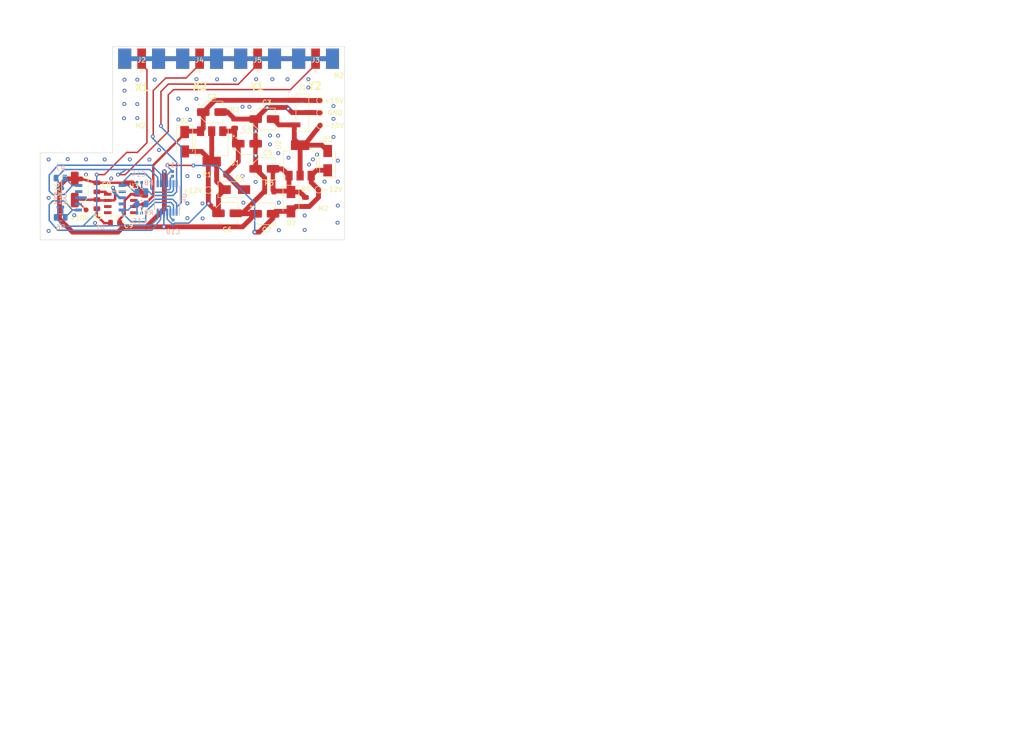
<source format=kicad_pcb>
(kicad_pcb (version 20171130) (host pcbnew "(5.1.0-0)")

  (general
    (thickness 1.6)
    (drawings 15)
    (tracks 390)
    (zones 0)
    (modules 51)
    (nets 23)
  )

  (page A4)
  (layers
    (0 F.Cu signal)
    (1 In1.Cu power hide)
    (2 In2.Cu power hide)
    (31 B.Cu signal)
    (32 B.Adhes user hide)
    (33 F.Adhes user hide)
    (34 B.Paste user hide)
    (35 F.Paste user hide)
    (36 B.SilkS user hide)
    (37 F.SilkS user)
    (38 B.Mask user hide)
    (39 F.Mask user hide)
    (40 Dwgs.User user)
    (41 Cmts.User user)
    (42 Eco1.User user)
    (43 Eco2.User user)
    (44 Edge.Cuts user)
    (45 Margin user)
    (46 B.CrtYd user)
    (47 F.CrtYd user)
    (48 B.Fab user hide)
    (49 F.Fab user)
  )

  (setup
    (last_trace_width 0.25)
    (user_trace_width 0.3)
    (user_trace_width 0.5)
    (user_trace_width 1)
    (trace_clearance 0.2)
    (zone_clearance 0.508)
    (zone_45_only no)
    (trace_min 0.15)
    (via_size 0.8)
    (via_drill 0.4)
    (via_min_size 0.4)
    (via_min_drill 0.3)
    (uvia_size 0.3)
    (uvia_drill 0.1)
    (uvias_allowed no)
    (uvia_min_size 0.2)
    (uvia_min_drill 0.1)
    (edge_width 0.05)
    (segment_width 0.2)
    (pcb_text_width 0.3)
    (pcb_text_size 1.5 1.5)
    (mod_edge_width 0.12)
    (mod_text_size 1 1)
    (mod_text_width 0.15)
    (pad_size 2.7 4.2)
    (pad_drill 0)
    (pad_to_mask_clearance 0.051)
    (solder_mask_min_width 0.25)
    (aux_axis_origin 0 0)
    (visible_elements FFFFFF7F)
    (pcbplotparams
      (layerselection 0x010fc_ffffffff)
      (usegerberextensions false)
      (usegerberattributes false)
      (usegerberadvancedattributes false)
      (creategerberjobfile false)
      (excludeedgelayer true)
      (linewidth 0.100000)
      (plotframeref false)
      (viasonmask false)
      (mode 1)
      (useauxorigin false)
      (hpglpennumber 1)
      (hpglpenspeed 20)
      (hpglpendiameter 15.000000)
      (psnegative false)
      (psa4output false)
      (plotreference true)
      (plotvalue true)
      (plotinvisibletext false)
      (padsonsilk false)
      (subtractmaskfromsilk false)
      (outputformat 1)
      (mirror false)
      (drillshape 1)
      (scaleselection 1)
      (outputdirectory ""))
  )

  (net 0 "")
  (net 1 GND)
  (net 2 +15V)
  (net 3 -15V)
  (net 4 +12V)
  (net 5 -12V)
  (net 6 "Net-(C14-Pad1)")
  (net 7 "Net-(C15-Pad1)")
  (net 8 "Net-(C16-Pad1)")
  (net 9 "Net-(U3-Pad8)")
  (net 10 "Net-(U3-Pad7)")
  (net 11 "Net-(U3-Pad3)")
  (net 12 "Net-(U3-Pad1)")
  (net 13 "Net-(C14-Pad2)")
  (net 14 "Net-(C15-Pad2)")
  (net 15 "Net-(C4-Pad1)")
  (net 16 "Net-(C5-Pad2)")
  (net 17 "Net-(C8-Pad1)")
  (net 18 "Net-(C9-Pad1)")
  (net 19 "Net-(C12-Pad2)")
  (net 20 "Net-(C12-Pad1)")
  (net 21 "Net-(C13-Pad2)")
  (net 22 "Net-(C13-Pad1)")

  (net_class Default "This is the default net class."
    (clearance 0.2)
    (trace_width 0.25)
    (via_dia 0.8)
    (via_drill 0.4)
    (uvia_dia 0.3)
    (uvia_drill 0.1)
    (add_net +12V)
    (add_net +15V)
    (add_net -12V)
    (add_net -15V)
    (add_net GND)
    (add_net "Net-(C12-Pad1)")
    (add_net "Net-(C12-Pad2)")
    (add_net "Net-(C13-Pad1)")
    (add_net "Net-(C13-Pad2)")
    (add_net "Net-(C14-Pad1)")
    (add_net "Net-(C14-Pad2)")
    (add_net "Net-(C15-Pad1)")
    (add_net "Net-(C15-Pad2)")
    (add_net "Net-(C16-Pad1)")
    (add_net "Net-(C4-Pad1)")
    (add_net "Net-(C5-Pad2)")
    (add_net "Net-(C8-Pad1)")
    (add_net "Net-(C9-Pad1)")
    (add_net "Net-(U3-Pad1)")
    (add_net "Net-(U3-Pad3)")
    (add_net "Net-(U3-Pad7)")
    (add_net "Net-(U3-Pad8)")
  )

  (net_class Power ""
    (clearance 0.5)
    (trace_width 1)
    (via_dia 0.8)
    (via_drill 0.4)
    (uvia_dia 0.3)
    (uvia_drill 0.1)
  )

  (module MountingHole:MountingHole_2.2mm_M2 (layer F.Cu) (tedit 56D1B4CB) (tstamp 5CA3D69F)
    (at 104 118)
    (descr "Mounting Hole 2.2mm, no annular, M2")
    (tags "mounting hole 2.2mm no annular m2")
    (attr virtual)
    (fp_text reference M2 (at 1.775 -1.6) (layer F.SilkS)
      (effects (font (size 1 1) (thickness 0.15)))
    )
    (fp_text value MountingHole_2.2mm_M2 (at 0 3.2) (layer F.Fab)
      (effects (font (size 1 1) (thickness 0.15)))
    )
    (fp_text user %R (at 0.3 0) (layer F.Fab)
      (effects (font (size 1 1) (thickness 0.15)))
    )
    (fp_circle (center 0 0) (end 2.2 0) (layer Cmts.User) (width 0.15))
    (fp_circle (center 0 0) (end 2.45 0) (layer F.CrtYd) (width 0.05))
    (pad 1 np_thru_hole circle (at 0 0) (size 2.2 2.2) (drill 2.2) (layers *.Cu *.Mask))
  )

  (module "" (layer F.Cu) (tedit 0) (tstamp 5CA3D5EA)
    (at 143.3 135.6)
    (fp_text reference "" (at 143.8 107.6) (layer F.SilkS)
      (effects (font (size 1.27 1.27) (thickness 0.15)))
    )
    (fp_text value "" (at 143.8 107.6) (layer F.SilkS)
      (effects (font (size 1.27 1.27) (thickness 0.15)))
    )
    (fp_text user %R (at 144.5 106.8) (layer F.Fab)
      (effects (font (size 1 1) (thickness 0.15)))
    )
  )

  (module "" (layer F.Cu) (tedit 0) (tstamp 5CA3D5E2)
    (at 143.9 135.7)
    (fp_text reference "" (at 143.8 107.6) (layer F.SilkS)
      (effects (font (size 1.27 1.27) (thickness 0.15)))
    )
    (fp_text value "" (at 143.8 107.6) (layer F.SilkS)
      (effects (font (size 1.27 1.27) (thickness 0.15)))
    )
    (fp_text user %R (at 144.5 106.8) (layer F.Fab)
      (effects (font (size 1 1) (thickness 0.15)))
    )
  )

  (module "" (layer F.Cu) (tedit 0) (tstamp 0)
    (at 105.7 110.4)
    (fp_text reference "" (at 143.8 107.6) (layer F.SilkS)
      (effects (font (size 1.27 1.27) (thickness 0.15)))
    )
    (fp_text value "" (at 143.8 107.6) (layer F.SilkS)
      (effects (font (size 1.27 1.27) (thickness 0.15)))
    )
    (fp_text user %R (at 144.5 106.8) (layer F.Fab)
      (effects (font (size 1 1) (thickness 0.15)))
    )
  )

  (module MountingHole:MountingHole_2.2mm_M2 (layer F.Cu) (tedit 56D1B4CB) (tstamp 5CA3F250)
    (at 145.3 107.825)
    (descr "Mounting Hole 2.2mm, no annular, M2")
    (tags "mounting hole 2.2mm no annular m2")
    (attr virtual)
    (fp_text reference M2 (at 1.525 -1.825) (layer F.SilkS)
      (effects (font (size 1 1) (thickness 0.15)))
    )
    (fp_text value MountingHole_2.2mm_M2 (at 0 3.2) (layer F.Fab)
      (effects (font (size 1 1) (thickness 0.15)))
    )
    (fp_circle (center 0 0) (end 2.45 0) (layer F.CrtYd) (width 0.05))
    (fp_circle (center 0 0) (end 2.2 0) (layer Cmts.User) (width 0.15))
    (fp_text user %R (at 0.3 0) (layer F.Fab)
      (effects (font (size 1 1) (thickness 0.15)))
    )
    (pad 1 np_thru_hole circle (at 0 0) (size 2.2 2.2) (drill 2.2) (layers *.Cu *.Mask))
  )

  (module MountingHole:MountingHole_2.2mm_M2 (layer F.Cu) (tedit 56D1B4CB) (tstamp 5CA3F2FF)
    (at 143.2 136)
    (descr "Mounting Hole 2.2mm, no annular, M2")
    (tags "mounting hole 2.2mm no annular m2")
    (attr virtual)
    (fp_text reference M2 (at 0.4 -2.5) (layer F.SilkS)
      (effects (font (size 1 1) (thickness 0.15)))
    )
    (fp_text value MountingHole_2.2mm_M2 (at 0 3.2) (layer F.Fab)
      (effects (font (size 1 1) (thickness 0.15)))
    )
    (fp_circle (center 0 0) (end 2.45 0) (layer F.CrtYd) (width 0.05))
    (fp_circle (center 0 0) (end 2.2 0) (layer Cmts.User) (width 0.15))
    (fp_text user %R (at 0.3 0) (layer F.Fab)
      (effects (font (size 1 1) (thickness 0.15)))
    )
    (pad 1 np_thru_hole circle (at 0 0) (size 2.2 2.2) (drill 2.2) (layers *.Cu *.Mask))
  )

  (module TestPoint:TestPoint_Pad_D1.0mm (layer F.Cu) (tedit 5A0F774F) (tstamp 5CA3BF19)
    (at 94.5 133.8)
    (descr "SMD pad as test Point, diameter 1.0mm")
    (tags "test point SMD pad")
    (path /5CA081AC)
    (attr virtual)
    (fp_text reference +10V (at -1.45 1.7) (layer F.SilkS)
      (effects (font (size 1 1) (thickness 0.15)))
    )
    (fp_text value +10V (at 0 1.55) (layer F.Fab)
      (effects (font (size 1 1) (thickness 0.15)))
    )
    (fp_circle (center 0 0) (end 0 0.7) (layer F.SilkS) (width 0.12))
    (fp_circle (center 0 0) (end 1 0) (layer F.CrtYd) (width 0.05))
    (fp_text user %R (at 0 -1.45) (layer F.Fab)
      (effects (font (size 1 1) (thickness 0.15)))
    )
    (pad 1 smd circle (at 0 0) (size 1 1) (layers F.Cu F.Mask)
      (net 8 "Net-(C16-Pad1)"))
  )

  (module Diode_SMD:D_SMA (layer F.Cu) (tedit 586432E5) (tstamp 5CA26707)
    (at 136.9 132.1 270)
    (descr "Diode SMA (DO-214AC)")
    (tags "Diode SMA (DO-214AC)")
    (path /5D871F27)
    (attr smd)
    (fp_text reference D7 (at 4.4 -0.1) (layer F.SilkS)
      (effects (font (size 1 1) (thickness 0.15)))
    )
    (fp_text value S1A (at 0 2.6 270) (layer F.Fab)
      (effects (font (size 1 1) (thickness 0.15)))
    )
    (fp_line (start -3.4 -1.65) (end 2 -1.65) (layer F.SilkS) (width 0.12))
    (fp_line (start -3.4 1.65) (end 2 1.65) (layer F.SilkS) (width 0.12))
    (fp_line (start -0.64944 0.00102) (end 0.50118 -0.79908) (layer F.Fab) (width 0.1))
    (fp_line (start -0.64944 0.00102) (end 0.50118 0.75032) (layer F.Fab) (width 0.1))
    (fp_line (start 0.50118 0.75032) (end 0.50118 -0.79908) (layer F.Fab) (width 0.1))
    (fp_line (start -0.64944 -0.79908) (end -0.64944 0.80112) (layer F.Fab) (width 0.1))
    (fp_line (start 0.50118 0.00102) (end 1.4994 0.00102) (layer F.Fab) (width 0.1))
    (fp_line (start -0.64944 0.00102) (end -1.55114 0.00102) (layer F.Fab) (width 0.1))
    (fp_line (start -3.5 1.75) (end -3.5 -1.75) (layer F.CrtYd) (width 0.05))
    (fp_line (start 3.5 1.75) (end -3.5 1.75) (layer F.CrtYd) (width 0.05))
    (fp_line (start 3.5 -1.75) (end 3.5 1.75) (layer F.CrtYd) (width 0.05))
    (fp_line (start -3.5 -1.75) (end 3.5 -1.75) (layer F.CrtYd) (width 0.05))
    (fp_line (start 2.3 -1.5) (end -2.3 -1.5) (layer F.Fab) (width 0.1))
    (fp_line (start 2.3 -1.5) (end 2.3 1.5) (layer F.Fab) (width 0.1))
    (fp_line (start -2.3 1.5) (end -2.3 -1.5) (layer F.Fab) (width 0.1))
    (fp_line (start 2.3 1.5) (end -2.3 1.5) (layer F.Fab) (width 0.1))
    (fp_line (start -3.4 -1.65) (end -3.4 1.65) (layer F.SilkS) (width 0.12))
    (fp_text user %R (at 0 -2.5 270) (layer F.Fab)
      (effects (font (size 1 1) (thickness 0.15)))
    )
    (pad 2 smd rect (at 2 0 270) (size 2.5 1.8) (layers F.Cu F.Paste F.Mask)
      (net 5 -12V))
    (pad 1 smd rect (at -2 0 270) (size 2.5 1.8) (layers F.Cu F.Paste F.Mask)
      (net 16 "Net-(C5-Pad2)"))
    (model ${KISYS3DMOD}/Diode_SMD.3dshapes/D_SMA.wrl
      (at (xyz 0 0 0))
      (scale (xyz 1 1 1))
      (rotate (xyz 0 0 0))
    )
  )

  (module Diode_SMD:D_SMA (layer F.Cu) (tedit 586432E5) (tstamp 5CA2B061)
    (at 125.2 129.6)
    (descr "Diode SMA (DO-214AC)")
    (tags "Diode SMA (DO-214AC)")
    (path /5D8629E9)
    (attr smd)
    (fp_text reference D6 (at 1.2 -2.5) (layer F.SilkS)
      (effects (font (size 1 1) (thickness 0.15)))
    )
    (fp_text value S1A (at 0 2.6) (layer F.Fab)
      (effects (font (size 1 1) (thickness 0.15)))
    )
    (fp_line (start -3.4 -1.65) (end 2 -1.65) (layer F.SilkS) (width 0.12))
    (fp_line (start -3.4 1.65) (end 2 1.65) (layer F.SilkS) (width 0.12))
    (fp_line (start -0.64944 0.00102) (end 0.50118 -0.79908) (layer F.Fab) (width 0.1))
    (fp_line (start -0.64944 0.00102) (end 0.50118 0.75032) (layer F.Fab) (width 0.1))
    (fp_line (start 0.50118 0.75032) (end 0.50118 -0.79908) (layer F.Fab) (width 0.1))
    (fp_line (start -0.64944 -0.79908) (end -0.64944 0.80112) (layer F.Fab) (width 0.1))
    (fp_line (start 0.50118 0.00102) (end 1.4994 0.00102) (layer F.Fab) (width 0.1))
    (fp_line (start -0.64944 0.00102) (end -1.55114 0.00102) (layer F.Fab) (width 0.1))
    (fp_line (start -3.5 1.75) (end -3.5 -1.75) (layer F.CrtYd) (width 0.05))
    (fp_line (start 3.5 1.75) (end -3.5 1.75) (layer F.CrtYd) (width 0.05))
    (fp_line (start 3.5 -1.75) (end 3.5 1.75) (layer F.CrtYd) (width 0.05))
    (fp_line (start -3.5 -1.75) (end 3.5 -1.75) (layer F.CrtYd) (width 0.05))
    (fp_line (start 2.3 -1.5) (end -2.3 -1.5) (layer F.Fab) (width 0.1))
    (fp_line (start 2.3 -1.5) (end 2.3 1.5) (layer F.Fab) (width 0.1))
    (fp_line (start -2.3 1.5) (end -2.3 -1.5) (layer F.Fab) (width 0.1))
    (fp_line (start 2.3 1.5) (end -2.3 1.5) (layer F.Fab) (width 0.1))
    (fp_line (start -3.4 -1.65) (end -3.4 1.65) (layer F.SilkS) (width 0.12))
    (fp_text user %R (at 0 -2.5) (layer F.Fab)
      (effects (font (size 1 1) (thickness 0.15)))
    )
    (pad 2 smd rect (at 2 0) (size 2.5 1.8) (layers F.Cu F.Paste F.Mask)
      (net 15 "Net-(C4-Pad1)"))
    (pad 1 smd rect (at -2 0) (size 2.5 1.8) (layers F.Cu F.Paste F.Mask)
      (net 4 +12V))
    (model ${KISYS3DMOD}/Diode_SMD.3dshapes/D_SMA.wrl
      (at (xyz 0 0 0))
      (scale (xyz 1 1 1))
      (rotate (xyz 0 0 0))
    )
  )

  (module Diode_SMD:D_SMA (layer F.Cu) (tedit 586432E5) (tstamp 5CA2669B)
    (at 144.5 123.6 90)
    (descr "Diode SMA (DO-214AC)")
    (tags "Diode SMA (DO-214AC)")
    (path /5D851D77)
    (attr smd)
    (fp_text reference D3 (at 4.4 0 180) (layer F.SilkS)
      (effects (font (size 1 1) (thickness 0.15)))
    )
    (fp_text value S1A (at 0 2.6 90) (layer F.Fab)
      (effects (font (size 1 1) (thickness 0.15)))
    )
    (fp_line (start -3.4 -1.65) (end 2 -1.65) (layer F.SilkS) (width 0.12))
    (fp_line (start -3.4 1.65) (end 2 1.65) (layer F.SilkS) (width 0.12))
    (fp_line (start -0.64944 0.00102) (end 0.50118 -0.79908) (layer F.Fab) (width 0.1))
    (fp_line (start -0.64944 0.00102) (end 0.50118 0.75032) (layer F.Fab) (width 0.1))
    (fp_line (start 0.50118 0.75032) (end 0.50118 -0.79908) (layer F.Fab) (width 0.1))
    (fp_line (start -0.64944 -0.79908) (end -0.64944 0.80112) (layer F.Fab) (width 0.1))
    (fp_line (start 0.50118 0.00102) (end 1.4994 0.00102) (layer F.Fab) (width 0.1))
    (fp_line (start -0.64944 0.00102) (end -1.55114 0.00102) (layer F.Fab) (width 0.1))
    (fp_line (start -3.5 1.75) (end -3.5 -1.75) (layer F.CrtYd) (width 0.05))
    (fp_line (start 3.5 1.75) (end -3.5 1.75) (layer F.CrtYd) (width 0.05))
    (fp_line (start 3.5 -1.75) (end 3.5 1.75) (layer F.CrtYd) (width 0.05))
    (fp_line (start -3.5 -1.75) (end 3.5 -1.75) (layer F.CrtYd) (width 0.05))
    (fp_line (start 2.3 -1.5) (end -2.3 -1.5) (layer F.Fab) (width 0.1))
    (fp_line (start 2.3 -1.5) (end 2.3 1.5) (layer F.Fab) (width 0.1))
    (fp_line (start -2.3 1.5) (end -2.3 -1.5) (layer F.Fab) (width 0.1))
    (fp_line (start 2.3 1.5) (end -2.3 1.5) (layer F.Fab) (width 0.1))
    (fp_line (start -3.4 -1.65) (end -3.4 1.65) (layer F.SilkS) (width 0.12))
    (fp_text user %R (at 0 -2.5 90) (layer F.Fab)
      (effects (font (size 1 1) (thickness 0.15)))
    )
    (pad 2 smd rect (at 2 0 90) (size 2.5 1.8) (layers F.Cu F.Paste F.Mask)
      (net 3 -15V))
    (pad 1 smd rect (at -2 0 90) (size 2.5 1.8) (layers F.Cu F.Paste F.Mask)
      (net 5 -12V))
    (model ${KISYS3DMOD}/Diode_SMD.3dshapes/D_SMA.wrl
      (at (xyz 0 0 0))
      (scale (xyz 1 1 1))
      (rotate (xyz 0 0 0))
    )
  )

  (module Diode_SMD:D_SMA (layer F.Cu) (tedit 586432E5) (tstamp 5CA2B02B)
    (at 114.9 119.7 270)
    (descr "Diode SMA (DO-214AC)")
    (tags "Diode SMA (DO-214AC)")
    (path /5D84283F)
    (attr smd)
    (fp_text reference D2 (at -4.4 0) (layer F.SilkS)
      (effects (font (size 1 1) (thickness 0.15)))
    )
    (fp_text value S1A (at 0 2.6 270) (layer F.Fab)
      (effects (font (size 1 1) (thickness 0.15)))
    )
    (fp_line (start -3.4 -1.65) (end 2 -1.65) (layer F.SilkS) (width 0.12))
    (fp_line (start -3.4 1.65) (end 2 1.65) (layer F.SilkS) (width 0.12))
    (fp_line (start -0.64944 0.00102) (end 0.50118 -0.79908) (layer F.Fab) (width 0.1))
    (fp_line (start -0.64944 0.00102) (end 0.50118 0.75032) (layer F.Fab) (width 0.1))
    (fp_line (start 0.50118 0.75032) (end 0.50118 -0.79908) (layer F.Fab) (width 0.1))
    (fp_line (start -0.64944 -0.79908) (end -0.64944 0.80112) (layer F.Fab) (width 0.1))
    (fp_line (start 0.50118 0.00102) (end 1.4994 0.00102) (layer F.Fab) (width 0.1))
    (fp_line (start -0.64944 0.00102) (end -1.55114 0.00102) (layer F.Fab) (width 0.1))
    (fp_line (start -3.5 1.75) (end -3.5 -1.75) (layer F.CrtYd) (width 0.05))
    (fp_line (start 3.5 1.75) (end -3.5 1.75) (layer F.CrtYd) (width 0.05))
    (fp_line (start 3.5 -1.75) (end 3.5 1.75) (layer F.CrtYd) (width 0.05))
    (fp_line (start -3.5 -1.75) (end 3.5 -1.75) (layer F.CrtYd) (width 0.05))
    (fp_line (start 2.3 -1.5) (end -2.3 -1.5) (layer F.Fab) (width 0.1))
    (fp_line (start 2.3 -1.5) (end 2.3 1.5) (layer F.Fab) (width 0.1))
    (fp_line (start -2.3 1.5) (end -2.3 -1.5) (layer F.Fab) (width 0.1))
    (fp_line (start 2.3 1.5) (end -2.3 1.5) (layer F.Fab) (width 0.1))
    (fp_line (start -3.4 -1.65) (end -3.4 1.65) (layer F.SilkS) (width 0.12))
    (fp_text user %R (at 0 -2.5 270) (layer F.Fab)
      (effects (font (size 1 1) (thickness 0.15)))
    )
    (pad 2 smd rect (at 2 0 270) (size 2.5 1.8) (layers F.Cu F.Paste F.Mask)
      (net 4 +12V))
    (pad 1 smd rect (at -2 0 270) (size 2.5 1.8) (layers F.Cu F.Paste F.Mask)
      (net 2 +15V))
    (model ${KISYS3DMOD}/Diode_SMD.3dshapes/D_SMA.wrl
      (at (xyz 0 0 0))
      (scale (xyz 1 1 1))
      (rotate (xyz 0 0 0))
    )
  )

  (module Capacitor_SMD:CP_Elec_5x5.3 (layer F.Cu) (tedit 5BCA39CF) (tstamp 5C9F345B)
    (at 92.163 129.569 90)
    (descr "SMD capacitor, aluminum electrolytic, Nichicon, 5.0x5.3mm")
    (tags "capacitor electrolytic")
    (path /5D2F9437)
    (attr smd)
    (fp_text reference C16 (at 0 -3.7 90) (layer F.SilkS)
      (effects (font (size 1 1) (thickness 0.15)))
    )
    (fp_text value 22u (at 0 3.7 90) (layer F.Fab)
      (effects (font (size 1 1) (thickness 0.15)))
    )
    (fp_text user %R (at 0 0 90) (layer F.Fab)
      (effects (font (size 1 1) (thickness 0.15)))
    )
    (fp_line (start -3.95 1.05) (end -2.9 1.05) (layer F.CrtYd) (width 0.05))
    (fp_line (start -3.95 -1.05) (end -3.95 1.05) (layer F.CrtYd) (width 0.05))
    (fp_line (start -2.9 -1.05) (end -3.95 -1.05) (layer F.CrtYd) (width 0.05))
    (fp_line (start -2.9 1.05) (end -2.9 1.75) (layer F.CrtYd) (width 0.05))
    (fp_line (start -2.9 -1.75) (end -2.9 -1.05) (layer F.CrtYd) (width 0.05))
    (fp_line (start -2.9 -1.75) (end -1.75 -2.9) (layer F.CrtYd) (width 0.05))
    (fp_line (start -2.9 1.75) (end -1.75 2.9) (layer F.CrtYd) (width 0.05))
    (fp_line (start -1.75 -2.9) (end 2.9 -2.9) (layer F.CrtYd) (width 0.05))
    (fp_line (start -1.75 2.9) (end 2.9 2.9) (layer F.CrtYd) (width 0.05))
    (fp_line (start 2.9 1.05) (end 2.9 2.9) (layer F.CrtYd) (width 0.05))
    (fp_line (start 3.95 1.05) (end 2.9 1.05) (layer F.CrtYd) (width 0.05))
    (fp_line (start 3.95 -1.05) (end 3.95 1.05) (layer F.CrtYd) (width 0.05))
    (fp_line (start 2.9 -1.05) (end 3.95 -1.05) (layer F.CrtYd) (width 0.05))
    (fp_line (start 2.9 -2.9) (end 2.9 -1.05) (layer F.CrtYd) (width 0.05))
    (fp_line (start -3.3125 -1.9975) (end -3.3125 -1.3725) (layer F.SilkS) (width 0.12))
    (fp_line (start -3.625 -1.685) (end -3 -1.685) (layer F.SilkS) (width 0.12))
    (fp_line (start -2.76 1.695563) (end -1.695563 2.76) (layer F.SilkS) (width 0.12))
    (fp_line (start -2.76 -1.695563) (end -1.695563 -2.76) (layer F.SilkS) (width 0.12))
    (fp_line (start -2.76 -1.695563) (end -2.76 -1.06) (layer F.SilkS) (width 0.12))
    (fp_line (start -2.76 1.695563) (end -2.76 1.06) (layer F.SilkS) (width 0.12))
    (fp_line (start -1.695563 2.76) (end 2.76 2.76) (layer F.SilkS) (width 0.12))
    (fp_line (start -1.695563 -2.76) (end 2.76 -2.76) (layer F.SilkS) (width 0.12))
    (fp_line (start 2.76 -2.76) (end 2.76 -1.06) (layer F.SilkS) (width 0.12))
    (fp_line (start 2.76 2.76) (end 2.76 1.06) (layer F.SilkS) (width 0.12))
    (fp_line (start -1.783956 -1.45) (end -1.783956 -0.95) (layer F.Fab) (width 0.1))
    (fp_line (start -2.033956 -1.2) (end -1.533956 -1.2) (layer F.Fab) (width 0.1))
    (fp_line (start -2.65 1.65) (end -1.65 2.65) (layer F.Fab) (width 0.1))
    (fp_line (start -2.65 -1.65) (end -1.65 -2.65) (layer F.Fab) (width 0.1))
    (fp_line (start -2.65 -1.65) (end -2.65 1.65) (layer F.Fab) (width 0.1))
    (fp_line (start -1.65 2.65) (end 2.65 2.65) (layer F.Fab) (width 0.1))
    (fp_line (start -1.65 -2.65) (end 2.65 -2.65) (layer F.Fab) (width 0.1))
    (fp_line (start 2.65 -2.65) (end 2.65 2.65) (layer F.Fab) (width 0.1))
    (fp_circle (center 0 0) (end 2.5 0) (layer F.Fab) (width 0.1))
    (pad 2 smd roundrect (at 2.2 0 90) (size 3 1.6) (layers F.Cu F.Paste F.Mask) (roundrect_rratio 0.15625)
      (net 1 GND))
    (pad 1 smd roundrect (at -2.2 0 90) (size 3 1.6) (layers F.Cu F.Paste F.Mask) (roundrect_rratio 0.15625)
      (net 8 "Net-(C16-Pad1)"))
    (model ${KISYS3DMOD}/Capacitor_SMD.3dshapes/CP_Elec_5x5.3.wrl
      (at (xyz 0 0 0))
      (scale (xyz 1 1 1))
      (rotate (xyz 0 0 0))
    )
  )

  (module Capacitor_SMD:CP_Elec_4x5.4 (layer F.Cu) (tedit 5BCA39CF) (tstamp 5CA26329)
    (at 131.4 115)
    (descr "SMD capacitor, aluminum electrolytic, Panasonic A5 / Nichicon, 4.0x5.4mm")
    (tags "capacitor electrolytic")
    (path /5CD08976)
    (attr smd)
    (fp_text reference C3 (at 0.5 -3.4) (layer F.SilkS)
      (effects (font (size 1 1) (thickness 0.15)))
    )
    (fp_text value 0.1u (at 0 3.2) (layer F.Fab)
      (effects (font (size 1 1) (thickness 0.15)))
    )
    (fp_text user %R (at 0 0) (layer F.Fab)
      (effects (font (size 0.8 0.8) (thickness 0.12)))
    )
    (fp_line (start -3.35 1.05) (end -2.4 1.05) (layer F.CrtYd) (width 0.05))
    (fp_line (start -3.35 -1.05) (end -3.35 1.05) (layer F.CrtYd) (width 0.05))
    (fp_line (start -2.4 -1.05) (end -3.35 -1.05) (layer F.CrtYd) (width 0.05))
    (fp_line (start -2.4 1.05) (end -2.4 1.25) (layer F.CrtYd) (width 0.05))
    (fp_line (start -2.4 -1.25) (end -2.4 -1.05) (layer F.CrtYd) (width 0.05))
    (fp_line (start -2.4 -1.25) (end -1.25 -2.4) (layer F.CrtYd) (width 0.05))
    (fp_line (start -2.4 1.25) (end -1.25 2.4) (layer F.CrtYd) (width 0.05))
    (fp_line (start -1.25 -2.4) (end 2.4 -2.4) (layer F.CrtYd) (width 0.05))
    (fp_line (start -1.25 2.4) (end 2.4 2.4) (layer F.CrtYd) (width 0.05))
    (fp_line (start 2.4 1.05) (end 2.4 2.4) (layer F.CrtYd) (width 0.05))
    (fp_line (start 3.35 1.05) (end 2.4 1.05) (layer F.CrtYd) (width 0.05))
    (fp_line (start 3.35 -1.05) (end 3.35 1.05) (layer F.CrtYd) (width 0.05))
    (fp_line (start 2.4 -1.05) (end 3.35 -1.05) (layer F.CrtYd) (width 0.05))
    (fp_line (start 2.4 -2.4) (end 2.4 -1.05) (layer F.CrtYd) (width 0.05))
    (fp_line (start -2.75 -1.81) (end -2.75 -1.31) (layer F.SilkS) (width 0.12))
    (fp_line (start -3 -1.56) (end -2.5 -1.56) (layer F.SilkS) (width 0.12))
    (fp_line (start -2.26 1.195563) (end -1.195563 2.26) (layer F.SilkS) (width 0.12))
    (fp_line (start -2.26 -1.195563) (end -1.195563 -2.26) (layer F.SilkS) (width 0.12))
    (fp_line (start -2.26 -1.195563) (end -2.26 -1.06) (layer F.SilkS) (width 0.12))
    (fp_line (start -2.26 1.195563) (end -2.26 1.06) (layer F.SilkS) (width 0.12))
    (fp_line (start -1.195563 2.26) (end 2.26 2.26) (layer F.SilkS) (width 0.12))
    (fp_line (start -1.195563 -2.26) (end 2.26 -2.26) (layer F.SilkS) (width 0.12))
    (fp_line (start 2.26 -2.26) (end 2.26 -1.06) (layer F.SilkS) (width 0.12))
    (fp_line (start 2.26 2.26) (end 2.26 1.06) (layer F.SilkS) (width 0.12))
    (fp_line (start -1.374773 -1.2) (end -1.374773 -0.8) (layer F.Fab) (width 0.1))
    (fp_line (start -1.574773 -1) (end -1.174773 -1) (layer F.Fab) (width 0.1))
    (fp_line (start -2.15 1.15) (end -1.15 2.15) (layer F.Fab) (width 0.1))
    (fp_line (start -2.15 -1.15) (end -1.15 -2.15) (layer F.Fab) (width 0.1))
    (fp_line (start -2.15 -1.15) (end -2.15 1.15) (layer F.Fab) (width 0.1))
    (fp_line (start -1.15 2.15) (end 2.15 2.15) (layer F.Fab) (width 0.1))
    (fp_line (start -1.15 -2.15) (end 2.15 -2.15) (layer F.Fab) (width 0.1))
    (fp_line (start 2.15 -2.15) (end 2.15 2.15) (layer F.Fab) (width 0.1))
    (fp_circle (center 0 0) (end 2 0) (layer F.Fab) (width 0.1))
    (pad 2 smd roundrect (at 1.8 0) (size 2.6 1.6) (layers F.Cu F.Paste F.Mask) (roundrect_rratio 0.15625)
      (net 3 -15V))
    (pad 1 smd roundrect (at -1.8 0) (size 2.6 1.6) (layers F.Cu F.Paste F.Mask) (roundrect_rratio 0.15625)
      (net 1 GND))
    (model ${KISYS3DMOD}/Capacitor_SMD.3dshapes/CP_Elec_4x5.4.wrl
      (at (xyz 0 0 0))
      (scale (xyz 1 1 1))
      (rotate (xyz 0 0 0))
    )
  )

  (module Capacitor_SMD:CP_Elec_4x5.4 (layer F.Cu) (tedit 5BCA39CF) (tstamp 5CA2AE42)
    (at 120.55 113.55)
    (descr "SMD capacitor, aluminum electrolytic, Panasonic A5 / Nichicon, 4.0x5.4mm")
    (tags "capacitor electrolytic")
    (path /5CD11181)
    (attr smd)
    (fp_text reference C2 (at 0 -3.2) (layer F.SilkS)
      (effects (font (size 1 1) (thickness 0.15)))
    )
    (fp_text value 0.1u (at 0 3.2) (layer F.Fab)
      (effects (font (size 1 1) (thickness 0.15)))
    )
    (fp_text user %R (at 0 0) (layer F.Fab)
      (effects (font (size 0.8 0.8) (thickness 0.12)))
    )
    (fp_line (start -3.35 1.05) (end -2.4 1.05) (layer F.CrtYd) (width 0.05))
    (fp_line (start -3.35 -1.05) (end -3.35 1.05) (layer F.CrtYd) (width 0.05))
    (fp_line (start -2.4 -1.05) (end -3.35 -1.05) (layer F.CrtYd) (width 0.05))
    (fp_line (start -2.4 1.05) (end -2.4 1.25) (layer F.CrtYd) (width 0.05))
    (fp_line (start -2.4 -1.25) (end -2.4 -1.05) (layer F.CrtYd) (width 0.05))
    (fp_line (start -2.4 -1.25) (end -1.25 -2.4) (layer F.CrtYd) (width 0.05))
    (fp_line (start -2.4 1.25) (end -1.25 2.4) (layer F.CrtYd) (width 0.05))
    (fp_line (start -1.25 -2.4) (end 2.4 -2.4) (layer F.CrtYd) (width 0.05))
    (fp_line (start -1.25 2.4) (end 2.4 2.4) (layer F.CrtYd) (width 0.05))
    (fp_line (start 2.4 1.05) (end 2.4 2.4) (layer F.CrtYd) (width 0.05))
    (fp_line (start 3.35 1.05) (end 2.4 1.05) (layer F.CrtYd) (width 0.05))
    (fp_line (start 3.35 -1.05) (end 3.35 1.05) (layer F.CrtYd) (width 0.05))
    (fp_line (start 2.4 -1.05) (end 3.35 -1.05) (layer F.CrtYd) (width 0.05))
    (fp_line (start 2.4 -2.4) (end 2.4 -1.05) (layer F.CrtYd) (width 0.05))
    (fp_line (start -2.75 -1.81) (end -2.75 -1.31) (layer F.SilkS) (width 0.12))
    (fp_line (start -3 -1.56) (end -2.5 -1.56) (layer F.SilkS) (width 0.12))
    (fp_line (start -2.26 1.195563) (end -1.195563 2.26) (layer F.SilkS) (width 0.12))
    (fp_line (start -2.26 -1.195563) (end -1.195563 -2.26) (layer F.SilkS) (width 0.12))
    (fp_line (start -2.26 -1.195563) (end -2.26 -1.06) (layer F.SilkS) (width 0.12))
    (fp_line (start -2.26 1.195563) (end -2.26 1.06) (layer F.SilkS) (width 0.12))
    (fp_line (start -1.195563 2.26) (end 2.26 2.26) (layer F.SilkS) (width 0.12))
    (fp_line (start -1.195563 -2.26) (end 2.26 -2.26) (layer F.SilkS) (width 0.12))
    (fp_line (start 2.26 -2.26) (end 2.26 -1.06) (layer F.SilkS) (width 0.12))
    (fp_line (start 2.26 2.26) (end 2.26 1.06) (layer F.SilkS) (width 0.12))
    (fp_line (start -1.374773 -1.2) (end -1.374773 -0.8) (layer F.Fab) (width 0.1))
    (fp_line (start -1.574773 -1) (end -1.174773 -1) (layer F.Fab) (width 0.1))
    (fp_line (start -2.15 1.15) (end -1.15 2.15) (layer F.Fab) (width 0.1))
    (fp_line (start -2.15 -1.15) (end -1.15 -2.15) (layer F.Fab) (width 0.1))
    (fp_line (start -2.15 -1.15) (end -2.15 1.15) (layer F.Fab) (width 0.1))
    (fp_line (start -1.15 2.15) (end 2.15 2.15) (layer F.Fab) (width 0.1))
    (fp_line (start -1.15 -2.15) (end 2.15 -2.15) (layer F.Fab) (width 0.1))
    (fp_line (start 2.15 -2.15) (end 2.15 2.15) (layer F.Fab) (width 0.1))
    (fp_circle (center 0 0) (end 2 0) (layer F.Fab) (width 0.1))
    (pad 2 smd roundrect (at 1.8 0) (size 2.6 1.6) (layers F.Cu F.Paste F.Mask) (roundrect_rratio 0.15625)
      (net 1 GND))
    (pad 1 smd roundrect (at -1.8 0) (size 2.6 1.6) (layers F.Cu F.Paste F.Mask) (roundrect_rratio 0.15625)
      (net 2 +15V))
    (model ${KISYS3DMOD}/Capacitor_SMD.3dshapes/CP_Elec_4x5.4.wrl
      (at (xyz 0 0 0))
      (scale (xyz 1 1 1))
      (rotate (xyz 0 0 0))
    )
  )

  (module Connector_Coaxial_SMA:SMA_Molex_73251-2120_EdgeMount (layer F.Cu) (tedit 5CA22BC7) (tstamp 5CA3A34E)
    (at 130 102.5 90)
    (descr http://suddendocs.samtec.com/prints/sma-j-p-x-st-em1-mkt.pdf)
    (tags SMA)
    (path /5C9FE42D)
    (attr smd)
    (fp_text reference J5 (at -0.3 0 180) (layer F.SilkS)
      (effects (font (size 1 1) (thickness 0.15)))
    )
    (fp_text value CONN_Y1 (at 5 5.9 90) (layer F.Fab)
      (effects (font (size 1 1) (thickness 0.15)))
    )
    (fp_text user "PCB Edge" (at 2.6 0 180) (layer Dwgs.User)
      (effects (font (size 0.5 0.5) (thickness 0.1)))
    )
    (fp_line (start 2.1 -3.5) (end 2.1 3.5) (layer Dwgs.User) (width 0.1))
    (fp_line (start 3 4.525) (end 3 4.025) (layer B.CrtYd) (width 0.05))
    (fp_line (start 12.12 4.525) (end 3 4.525) (layer B.CrtYd) (width 0.05))
    (fp_line (start 3 -4.525) (end 3 -4.025) (layer B.CrtYd) (width 0.05))
    (fp_line (start 12.12 -4.525) (end 3 -4.525) (layer B.CrtYd) (width 0.05))
    (fp_line (start 3 -4.525) (end 3 -4.025) (layer F.CrtYd) (width 0.05))
    (fp_line (start 12.12 -4.525) (end 3 -4.525) (layer F.CrtYd) (width 0.05))
    (fp_line (start 3 4.525) (end 3 4.025) (layer F.CrtYd) (width 0.05))
    (fp_line (start 12.12 4.525) (end 3 4.525) (layer F.CrtYd) (width 0.05))
    (fp_line (start -1.71 3.175) (end 11.62 3.175) (layer F.Fab) (width 0.1))
    (fp_line (start -1.71 2.365) (end -1.71 3.175) (layer F.Fab) (width 0.1))
    (fp_line (start 2.1 2.365) (end -1.71 2.365) (layer F.Fab) (width 0.1))
    (fp_line (start 2.1 -2.365) (end 2.1 2.365) (layer F.Fab) (width 0.1))
    (fp_line (start -1.71 -2.365) (end 2.1 -2.365) (layer F.Fab) (width 0.1))
    (fp_line (start -1.71 -3.175) (end -1.71 -2.365) (layer F.Fab) (width 0.1))
    (fp_line (start -1.71 -3.175) (end 11.62 -3.175) (layer F.Fab) (width 0.1))
    (fp_line (start 11.62 -3.165) (end 11.62 3.165) (layer F.Fab) (width 0.1))
    (fp_line (start -2.6 4) (end -2.6 -4) (layer B.CrtYd) (width 0.05))
    (fp_line (start 3 4.025) (end -2.6 4.025) (layer B.CrtYd) (width 0.05))
    (fp_line (start 12.12 -4.5) (end 12.12 4.5) (layer B.CrtYd) (width 0.05))
    (fp_line (start 3 -4.025) (end -2.6 -4.025) (layer B.CrtYd) (width 0.05))
    (fp_line (start -2.6 4) (end -2.6 -4) (layer F.CrtYd) (width 0.05))
    (fp_line (start 3 4.025) (end -2.6 4.025) (layer F.CrtYd) (width 0.05))
    (fp_line (start 12.12 -4.5) (end 12.12 4.5) (layer F.CrtYd) (width 0.05))
    (fp_line (start 3 -4.025) (end -2.6 -4.025) (layer F.CrtYd) (width 0.05))
    (fp_text user %R (at 4.79 0) (layer F.Fab)
      (effects (font (size 1 1) (thickness 0.15)))
    )
    (fp_line (start 2.1 -0.75) (end 3.1 0) (layer F.Fab) (width 0.1))
    (fp_line (start 3.1 0) (end 2.1 0.75) (layer F.Fab) (width 0.1))
    (fp_line (start -2.26 0) (end -2.76 -0.25) (layer F.SilkS) (width 0.12))
    (fp_line (start -2.76 -0.25) (end -2.76 0.25) (layer F.SilkS) (width 0.12))
    (fp_line (start -2.76 0.25) (end -2.26 0) (layer F.SilkS) (width 0.12))
    (pad 1 smd rect (at 0 0 180) (size 1.8 4.2) (layers F.Cu F.Paste F.Mask)
      (net 14 "Net-(C15-Pad2)"))
    (pad 2 smd rect (at 0 -3.5 180) (size 2.7 4.2) (layers F.Cu F.Paste F.Mask)
      (net 1 GND))
    (pad 2 smd rect (at 0 3.5 180) (size 2.7 4.2) (layers F.Cu F.Paste F.Mask)
      (net 1 GND))
    (pad 2 smd rect (at 0 -3.5 180) (size 2.7 4.2) (layers B.Cu B.Paste B.Mask)
      (net 1 GND))
    (pad 2 smd rect (at 0 3.5 180) (size 2.7 4.2) (layers B.Cu B.Paste B.Mask)
      (net 1 GND))
    (model ${KISYS3DMOD}/Connector_Coaxial.3dshapes/SMA_Samtec_SMA-J-P-H-ST-EM1_EdgeMount.wrl
      (at (xyz 0 0 0))
      (scale (xyz 1 1 1))
      (rotate (xyz 0 0 0))
    )
  )

  (module Connector_Coaxial_SMA:SMA_Molex_73251-2120_EdgeMount (layer F.Cu) (tedit 5CA22BC7) (tstamp 5CA28095)
    (at 118 102.5 90)
    (descr http://suddendocs.samtec.com/prints/sma-j-p-x-st-em1-mkt.pdf)
    (tags SMA)
    (path /5C9FE43A)
    (attr smd)
    (fp_text reference J4 (at -0.3 0 180) (layer F.SilkS)
      (effects (font (size 1 1) (thickness 0.15)))
    )
    (fp_text value CONN_X2 (at 5 5.9 90) (layer F.Fab)
      (effects (font (size 1 1) (thickness 0.15)))
    )
    (fp_text user "PCB Edge" (at 2.6 0 180) (layer Dwgs.User)
      (effects (font (size 0.5 0.5) (thickness 0.1)))
    )
    (fp_line (start 2.1 -3.5) (end 2.1 3.5) (layer Dwgs.User) (width 0.1))
    (fp_line (start 3 4.525) (end 3 4.025) (layer B.CrtYd) (width 0.05))
    (fp_line (start 12.12 4.525) (end 3 4.525) (layer B.CrtYd) (width 0.05))
    (fp_line (start 3 -4.525) (end 3 -4.025) (layer B.CrtYd) (width 0.05))
    (fp_line (start 12.12 -4.525) (end 3 -4.525) (layer B.CrtYd) (width 0.05))
    (fp_line (start 3 -4.525) (end 3 -4.025) (layer F.CrtYd) (width 0.05))
    (fp_line (start 12.12 -4.525) (end 3 -4.525) (layer F.CrtYd) (width 0.05))
    (fp_line (start 3 4.525) (end 3 4.025) (layer F.CrtYd) (width 0.05))
    (fp_line (start 12.12 4.525) (end 3 4.525) (layer F.CrtYd) (width 0.05))
    (fp_line (start -1.71 3.175) (end 11.62 3.175) (layer F.Fab) (width 0.1))
    (fp_line (start -1.71 2.365) (end -1.71 3.175) (layer F.Fab) (width 0.1))
    (fp_line (start 2.1 2.365) (end -1.71 2.365) (layer F.Fab) (width 0.1))
    (fp_line (start 2.1 -2.365) (end 2.1 2.365) (layer F.Fab) (width 0.1))
    (fp_line (start -1.71 -2.365) (end 2.1 -2.365) (layer F.Fab) (width 0.1))
    (fp_line (start -1.71 -3.175) (end -1.71 -2.365) (layer F.Fab) (width 0.1))
    (fp_line (start -1.71 -3.175) (end 11.62 -3.175) (layer F.Fab) (width 0.1))
    (fp_line (start 11.62 -3.165) (end 11.62 3.165) (layer F.Fab) (width 0.1))
    (fp_line (start -2.6 4) (end -2.6 -4) (layer B.CrtYd) (width 0.05))
    (fp_line (start 3 4.025) (end -2.6 4.025) (layer B.CrtYd) (width 0.05))
    (fp_line (start 12.12 -4.5) (end 12.12 4.5) (layer B.CrtYd) (width 0.05))
    (fp_line (start 3 -4.025) (end -2.6 -4.025) (layer B.CrtYd) (width 0.05))
    (fp_line (start -2.6 4) (end -2.6 -4) (layer F.CrtYd) (width 0.05))
    (fp_line (start 3 4.025) (end -2.6 4.025) (layer F.CrtYd) (width 0.05))
    (fp_line (start 12.12 -4.5) (end 12.12 4.5) (layer F.CrtYd) (width 0.05))
    (fp_line (start 3 -4.025) (end -2.6 -4.025) (layer F.CrtYd) (width 0.05))
    (fp_text user %R (at 4.79 0) (layer F.Fab)
      (effects (font (size 1 1) (thickness 0.15)))
    )
    (fp_line (start 2.1 -0.75) (end 3.1 0) (layer F.Fab) (width 0.1))
    (fp_line (start 3.1 0) (end 2.1 0.75) (layer F.Fab) (width 0.1))
    (fp_line (start -2.26 0) (end -2.76 -0.25) (layer F.SilkS) (width 0.12))
    (fp_line (start -2.76 -0.25) (end -2.76 0.25) (layer F.SilkS) (width 0.12))
    (fp_line (start -2.76 0.25) (end -2.26 0) (layer F.SilkS) (width 0.12))
    (pad 1 smd rect (at 0 0 180) (size 1.8 4.2) (layers F.Cu F.Paste F.Mask)
      (net 13 "Net-(C14-Pad2)"))
    (pad 2 smd rect (at 0 -3.5 180) (size 2.7 4.2) (layers F.Cu F.Paste F.Mask)
      (net 1 GND))
    (pad 2 smd rect (at 0 3.5 180) (size 2.7 4.2) (layers F.Cu F.Paste F.Mask)
      (net 1 GND))
    (pad 2 smd rect (at 0 -3.5 180) (size 2.7 4.2) (layers B.Cu B.Paste B.Mask)
      (net 1 GND))
    (pad 2 smd rect (at 0 3.5 180) (size 2.7 4.2) (layers B.Cu B.Paste B.Mask)
      (net 1 GND))
    (model ${KISYS3DMOD}/Connector_Coaxial.3dshapes/SMA_Samtec_SMA-J-P-H-ST-EM1_EdgeMount.wrl
      (at (xyz 0 0 0))
      (scale (xyz 1 1 1))
      (rotate (xyz 0 0 0))
    )
  )

  (module Connector_Coaxial_SMA:SMA_Molex_73251-2120_EdgeMount (layer F.Cu) (tedit 5CA22BC7) (tstamp 5CA27909)
    (at 142 102.5 90)
    (descr http://suddendocs.samtec.com/prints/sma-j-p-x-st-em1-mkt.pdf)
    (tags SMA)
    (path /5C9FE420)
    (attr smd)
    (fp_text reference J3 (at -0.3 0 180) (layer F.SilkS)
      (effects (font (size 1 1) (thickness 0.15)))
    )
    (fp_text value CONN_Y2 (at 5 5.9 90) (layer F.Fab)
      (effects (font (size 1 1) (thickness 0.15)))
    )
    (fp_text user "PCB Edge" (at 2.6 0 180) (layer Dwgs.User)
      (effects (font (size 0.5 0.5) (thickness 0.1)))
    )
    (fp_line (start 2.1 -3.5) (end 2.1 3.5) (layer Dwgs.User) (width 0.1))
    (fp_line (start 3 4.525) (end 3 4.025) (layer B.CrtYd) (width 0.05))
    (fp_line (start 12.12 4.525) (end 3 4.525) (layer B.CrtYd) (width 0.05))
    (fp_line (start 3 -4.525) (end 3 -4.025) (layer B.CrtYd) (width 0.05))
    (fp_line (start 12.12 -4.525) (end 3 -4.525) (layer B.CrtYd) (width 0.05))
    (fp_line (start 3 -4.525) (end 3 -4.025) (layer F.CrtYd) (width 0.05))
    (fp_line (start 12.12 -4.525) (end 3 -4.525) (layer F.CrtYd) (width 0.05))
    (fp_line (start 3 4.525) (end 3 4.025) (layer F.CrtYd) (width 0.05))
    (fp_line (start 12.12 4.525) (end 3 4.525) (layer F.CrtYd) (width 0.05))
    (fp_line (start -1.71 3.175) (end 11.62 3.175) (layer F.Fab) (width 0.1))
    (fp_line (start -1.71 2.365) (end -1.71 3.175) (layer F.Fab) (width 0.1))
    (fp_line (start 2.1 2.365) (end -1.71 2.365) (layer F.Fab) (width 0.1))
    (fp_line (start 2.1 -2.365) (end 2.1 2.365) (layer F.Fab) (width 0.1))
    (fp_line (start -1.71 -2.365) (end 2.1 -2.365) (layer F.Fab) (width 0.1))
    (fp_line (start -1.71 -3.175) (end -1.71 -2.365) (layer F.Fab) (width 0.1))
    (fp_line (start -1.71 -3.175) (end 11.62 -3.175) (layer F.Fab) (width 0.1))
    (fp_line (start 11.62 -3.165) (end 11.62 3.165) (layer F.Fab) (width 0.1))
    (fp_line (start -2.6 4) (end -2.6 -4) (layer B.CrtYd) (width 0.05))
    (fp_line (start 3 4.025) (end -2.6 4.025) (layer B.CrtYd) (width 0.05))
    (fp_line (start 12.12 -4.5) (end 12.12 4.5) (layer B.CrtYd) (width 0.05))
    (fp_line (start 3 -4.025) (end -2.6 -4.025) (layer B.CrtYd) (width 0.05))
    (fp_line (start -2.6 4) (end -2.6 -4) (layer F.CrtYd) (width 0.05))
    (fp_line (start 3 4.025) (end -2.6 4.025) (layer F.CrtYd) (width 0.05))
    (fp_line (start 12.12 -4.5) (end 12.12 4.5) (layer F.CrtYd) (width 0.05))
    (fp_line (start 3 -4.025) (end -2.6 -4.025) (layer F.CrtYd) (width 0.05))
    (fp_text user %R (at 4.79 0) (layer F.Fab)
      (effects (font (size 1 1) (thickness 0.15)))
    )
    (fp_line (start 2.1 -0.75) (end 3.1 0) (layer F.Fab) (width 0.1))
    (fp_line (start 3.1 0) (end 2.1 0.75) (layer F.Fab) (width 0.1))
    (fp_line (start -2.26 0) (end -2.76 -0.25) (layer F.SilkS) (width 0.12))
    (fp_line (start -2.76 -0.25) (end -2.76 0.25) (layer F.SilkS) (width 0.12))
    (fp_line (start -2.76 0.25) (end -2.26 0) (layer F.SilkS) (width 0.12))
    (pad 1 smd rect (at 0 0 180) (size 1.8 4.2) (layers F.Cu F.Paste F.Mask)
      (net 21 "Net-(C13-Pad2)"))
    (pad 2 smd rect (at 0 -3.5 180) (size 2.7 4.2) (layers F.Cu F.Paste F.Mask)
      (net 1 GND))
    (pad 2 smd rect (at 0 3.5 180) (size 2.7 4.2) (layers F.Cu F.Paste F.Mask)
      (net 1 GND))
    (pad 2 smd rect (at 0 -3.5 180) (size 2.7 4.2) (layers B.Cu B.Paste B.Mask)
      (net 1 GND))
    (pad 2 smd rect (at 0 3.5 180) (size 2.7 4.2) (layers B.Cu B.Paste B.Mask)
      (net 1 GND))
    (model ${KISYS3DMOD}/Connector_Coaxial.3dshapes/SMA_Samtec_SMA-J-P-H-ST-EM1_EdgeMount.wrl
      (at (xyz 0 0 0))
      (scale (xyz 1 1 1))
      (rotate (xyz 0 0 0))
    )
  )

  (module Connector_Coaxial_SMA:SMA_Molex_73251-2120_EdgeMount (layer F.Cu) (tedit 5CA22BC7) (tstamp 5CA39EC6)
    (at 106 102.5 90)
    (descr http://suddendocs.samtec.com/prints/sma-j-p-x-st-em1-mkt.pdf)
    (tags SMA)
    (path /5C9FE447)
    (attr smd)
    (fp_text reference J2 (at -0.3 0 180) (layer F.SilkS)
      (effects (font (size 1 1) (thickness 0.15)))
    )
    (fp_text value CONN_X1 (at 5 5.9 90) (layer F.Fab)
      (effects (font (size 1 1) (thickness 0.15)))
    )
    (fp_text user "PCB Edge" (at 2.6 0 180) (layer Dwgs.User)
      (effects (font (size 0.5 0.5) (thickness 0.1)))
    )
    (fp_line (start 2.1 -3.5) (end 2.1 3.5) (layer Dwgs.User) (width 0.1))
    (fp_line (start 3 4.525) (end 3 4.025) (layer B.CrtYd) (width 0.05))
    (fp_line (start 12.12 4.525) (end 3 4.525) (layer B.CrtYd) (width 0.05))
    (fp_line (start 3 -4.525) (end 3 -4.025) (layer B.CrtYd) (width 0.05))
    (fp_line (start 12.12 -4.525) (end 3 -4.525) (layer B.CrtYd) (width 0.05))
    (fp_line (start 3 -4.525) (end 3 -4.025) (layer F.CrtYd) (width 0.05))
    (fp_line (start 12.12 -4.525) (end 3 -4.525) (layer F.CrtYd) (width 0.05))
    (fp_line (start 3 4.525) (end 3 4.025) (layer F.CrtYd) (width 0.05))
    (fp_line (start 12.12 4.525) (end 3 4.525) (layer F.CrtYd) (width 0.05))
    (fp_line (start -1.71 3.175) (end 11.62 3.175) (layer F.Fab) (width 0.1))
    (fp_line (start -1.71 2.365) (end -1.71 3.175) (layer F.Fab) (width 0.1))
    (fp_line (start 2.1 2.365) (end -1.71 2.365) (layer F.Fab) (width 0.1))
    (fp_line (start 2.1 -2.365) (end 2.1 2.365) (layer F.Fab) (width 0.1))
    (fp_line (start -1.71 -2.365) (end 2.1 -2.365) (layer F.Fab) (width 0.1))
    (fp_line (start -1.71 -3.175) (end -1.71 -2.365) (layer F.Fab) (width 0.1))
    (fp_line (start -1.71 -3.175) (end 11.62 -3.175) (layer F.Fab) (width 0.1))
    (fp_line (start 11.62 -3.165) (end 11.62 3.165) (layer F.Fab) (width 0.1))
    (fp_line (start -2.6 4) (end -2.6 -4) (layer B.CrtYd) (width 0.05))
    (fp_line (start 3 4.025) (end -2.6 4.025) (layer B.CrtYd) (width 0.05))
    (fp_line (start 12.12 -4.5) (end 12.12 4.5) (layer B.CrtYd) (width 0.05))
    (fp_line (start 3 -4.025) (end -2.6 -4.025) (layer B.CrtYd) (width 0.05))
    (fp_line (start -2.6 4) (end -2.6 -4) (layer F.CrtYd) (width 0.05))
    (fp_line (start 3 4.025) (end -2.6 4.025) (layer F.CrtYd) (width 0.05))
    (fp_line (start 12.12 -4.5) (end 12.12 4.5) (layer F.CrtYd) (width 0.05))
    (fp_line (start 3 -4.025) (end -2.6 -4.025) (layer F.CrtYd) (width 0.05))
    (fp_text user %R (at 4.79 0) (layer F.Fab)
      (effects (font (size 1 1) (thickness 0.15)))
    )
    (fp_line (start 2.1 -0.75) (end 3.1 0) (layer F.Fab) (width 0.1))
    (fp_line (start 3.1 0) (end 2.1 0.75) (layer F.Fab) (width 0.1))
    (fp_line (start -2.26 0) (end -2.76 -0.25) (layer F.SilkS) (width 0.12))
    (fp_line (start -2.76 -0.25) (end -2.76 0.25) (layer F.SilkS) (width 0.12))
    (fp_line (start -2.76 0.25) (end -2.26 0) (layer F.SilkS) (width 0.12))
    (pad 1 smd rect (at 0 0 180) (size 1.8 4.2) (layers F.Cu F.Paste F.Mask)
      (net 19 "Net-(C12-Pad2)"))
    (pad 2 smd rect (at 0 -3.5 180) (size 2.7 4.2) (layers F.Cu F.Paste F.Mask)
      (net 1 GND))
    (pad 2 smd rect (at 0 3.5 180) (size 2.7 4.2) (layers F.Cu F.Paste F.Mask)
      (net 1 GND))
    (pad 2 smd rect (at 0 -3.5 180) (size 2.7 4.2) (layers B.Cu B.Paste B.Mask)
      (net 1 GND))
    (pad 2 smd rect (at 0 3.5 180) (size 2.7 4.2) (layers B.Cu B.Paste B.Mask)
      (net 1 GND))
    (model ${KISYS3DMOD}/Connector_Coaxial.3dshapes/SMA_Samtec_SMA-J-P-H-ST-EM1_EdgeMount.wrl
      (at (xyz 0 0 0))
      (scale (xyz 1 1 1))
      (rotate (xyz 0 0 0))
    )
  )

  (module Connector_PinHeader_2.54mm:PinHeader_1x03_P2.54mm_Vertical_SMD_Pin1Left (layer F.Cu) (tedit 59FED5CC) (tstamp 5CA209BC)
    (at 139.26 113.655)
    (descr "surface-mounted straight pin header, 1x03, 2.54mm pitch, single row, style 1 (pin 1 left)")
    (tags "Surface mounted pin header SMD 1x03 2.54mm single row style1 pin1 left")
    (path /5CA0818D)
    (attr smd)
    (fp_text reference J1 (at 0 -5.255) (layer F.SilkS)
      (effects (font (size 1 1) (thickness 0.15)))
    )
    (fp_text value CONN_PWR (at 0 4.87) (layer F.Fab)
      (effects (font (size 1 1) (thickness 0.15)))
    )
    (fp_text user %R (at 0 0 90) (layer F.Fab)
      (effects (font (size 1 1) (thickness 0.15)))
    )
    (fp_line (start 3.45 -4.35) (end -3.45 -4.35) (layer F.CrtYd) (width 0.05))
    (fp_line (start 3.45 4.35) (end 3.45 -4.35) (layer F.CrtYd) (width 0.05))
    (fp_line (start -3.45 4.35) (end 3.45 4.35) (layer F.CrtYd) (width 0.05))
    (fp_line (start -3.45 -4.35) (end -3.45 4.35) (layer F.CrtYd) (width 0.05))
    (fp_line (start -1.33 -1.78) (end -1.33 1.78) (layer F.SilkS) (width 0.12))
    (fp_line (start 1.33 0.76) (end 1.33 3.87) (layer F.SilkS) (width 0.12))
    (fp_line (start 1.33 3.3) (end 1.33 3.87) (layer F.SilkS) (width 0.12))
    (fp_line (start -1.33 -3.87) (end -1.33 -3.3) (layer F.SilkS) (width 0.12))
    (fp_line (start -1.33 -3.3) (end -2.85 -3.3) (layer F.SilkS) (width 0.12))
    (fp_line (start 1.33 -3.87) (end 1.33 -0.76) (layer F.SilkS) (width 0.12))
    (fp_line (start -1.33 3.87) (end 1.33 3.87) (layer F.SilkS) (width 0.12))
    (fp_line (start -1.33 -3.87) (end 1.33 -3.87) (layer F.SilkS) (width 0.12))
    (fp_line (start 2.54 0.32) (end 1.27 0.32) (layer F.Fab) (width 0.1))
    (fp_line (start 2.54 -0.32) (end 2.54 0.32) (layer F.Fab) (width 0.1))
    (fp_line (start 1.27 -0.32) (end 2.54 -0.32) (layer F.Fab) (width 0.1))
    (fp_line (start -2.54 2.86) (end -1.27 2.86) (layer F.Fab) (width 0.1))
    (fp_line (start -2.54 2.22) (end -2.54 2.86) (layer F.Fab) (width 0.1))
    (fp_line (start -1.27 2.22) (end -2.54 2.22) (layer F.Fab) (width 0.1))
    (fp_line (start -2.54 -2.22) (end -1.27 -2.22) (layer F.Fab) (width 0.1))
    (fp_line (start -2.54 -2.86) (end -2.54 -2.22) (layer F.Fab) (width 0.1))
    (fp_line (start -1.27 -2.86) (end -2.54 -2.86) (layer F.Fab) (width 0.1))
    (fp_line (start 1.27 -3.81) (end 1.27 3.81) (layer F.Fab) (width 0.1))
    (fp_line (start -1.27 -2.86) (end -0.32 -3.81) (layer F.Fab) (width 0.1))
    (fp_line (start -1.27 3.81) (end -1.27 -2.86) (layer F.Fab) (width 0.1))
    (fp_line (start -0.32 -3.81) (end 1.27 -3.81) (layer F.Fab) (width 0.1))
    (fp_line (start 1.27 3.81) (end -1.27 3.81) (layer F.Fab) (width 0.1))
    (pad 2 smd rect (at 1.655 0) (size 2.51 1) (layers F.Cu F.Paste F.Mask)
      (net 1 GND))
    (pad 3 smd rect (at -1.655 2.54) (size 2.51 1) (layers F.Cu F.Paste F.Mask)
      (net 3 -15V))
    (pad 1 smd rect (at -1.655 -2.54) (size 2.51 1) (layers F.Cu F.Paste F.Mask)
      (net 2 +15V))
    (model ${KISYS3DMOD}/Connector_PinHeader_2.54mm.3dshapes/PinHeader_1x03_P2.54mm_Vertical_SMD_Pin1Left.wrl
      (at (xyz 0 0 0))
      (scale (xyz 1 1 1))
      (rotate (xyz 0 0 0))
    )
  )

  (module TestPoint:TestPoint_Pad_D1.0mm (layer F.Cu) (tedit 5A0F774F) (tstamp 5CA20B74)
    (at 142.95 116.275 90)
    (descr "SMD pad as test Point, diameter 1.0mm")
    (tags "test point SMD pad")
    (path /5CA0816A)
    (attr virtual)
    (fp_text reference -15V (at -0.075 2.9 180) (layer F.SilkS)
      (effects (font (size 1 1) (thickness 0.15)))
    )
    (fp_text value -15V (at 0 1.55 90) (layer F.Fab)
      (effects (font (size 1 1) (thickness 0.15)))
    )
    (fp_circle (center 0 0) (end 0 0.7) (layer F.SilkS) (width 0.12))
    (fp_circle (center 0 0) (end 1 0) (layer F.CrtYd) (width 0.05))
    (fp_text user %R (at 0 -1.45 90) (layer F.Fab)
      (effects (font (size 1 1) (thickness 0.15)))
    )
    (pad 1 smd circle (at 0 0 90) (size 1 1) (layers F.Cu F.Mask)
      (net 3 -15V))
  )

  (module TestPoint:TestPoint_Pad_D1.0mm (layer F.Cu) (tedit 5A0F774F) (tstamp 5CA20B6C)
    (at 142.925 113.7 90)
    (descr "SMD pad as test Point, diameter 1.0mm")
    (tags "test point SMD pad")
    (path /5CA08161)
    (attr virtual)
    (fp_text reference GND (at 0 3.1 180) (layer F.SilkS)
      (effects (font (size 1 1) (thickness 0.15)))
    )
    (fp_text value GND (at 0 1.55 90) (layer F.Fab)
      (effects (font (size 1 1) (thickness 0.15)))
    )
    (fp_circle (center 0 0) (end 0 0.7) (layer F.SilkS) (width 0.12))
    (fp_circle (center 0 0) (end 1 0) (layer F.CrtYd) (width 0.05))
    (fp_text user %R (at 0 -1.45 90) (layer F.Fab)
      (effects (font (size 1 1) (thickness 0.15)))
    )
    (pad 1 smd circle (at 0 0 90) (size 1 1) (layers F.Cu F.Mask)
      (net 1 GND))
  )

  (module TestPoint:TestPoint_Pad_D1.0mm (layer F.Cu) (tedit 5A0F774F) (tstamp 5CA20B64)
    (at 142.925 111.15 90)
    (descr "SMD pad as test Point, diameter 1.0mm")
    (tags "test point SMD pad")
    (path /5CA08158)
    (attr virtual)
    (fp_text reference +15V (at -0.05 2.85 180) (layer F.SilkS)
      (effects (font (size 1 1) (thickness 0.15)))
    )
    (fp_text value +15V (at 0 1.55 90) (layer F.Fab)
      (effects (font (size 1 1) (thickness 0.15)))
    )
    (fp_circle (center 0 0) (end 0 0.7) (layer F.SilkS) (width 0.12))
    (fp_circle (center 0 0) (end 1 0) (layer F.CrtYd) (width 0.05))
    (fp_text user %R (at 0 -1.45 90) (layer F.Fab)
      (effects (font (size 1 1) (thickness 0.15)))
    )
    (pad 1 smd circle (at 0 0 90) (size 1 1) (layers F.Cu F.Mask)
      (net 2 +15V))
  )

  (module Capacitor_SMD:C_0805_2012Metric (layer F.Cu) (tedit 5B36C52B) (tstamp 5C9E573F)
    (at 100.4965 136.532)
    (descr "Capacitor SMD 0805 (2012 Metric), square (rectangular) end terminal, IPC_7351 nominal, (Body size source: https://docs.google.com/spreadsheets/d/1BsfQQcO9C6DZCsRaXUlFlo91Tg2WpOkGARC1WS5S8t0/edit?usp=sharing), generated with kicad-footprint-generator")
    (tags capacitor)
    (path /5CA081BE)
    (attr smd)
    (fp_text reference C9 (at 2.8035 0.468) (layer F.SilkS)
      (effects (font (size 1 1) (thickness 0.15)))
    )
    (fp_text value 10n (at 0 1.65) (layer F.Fab)
      (effects (font (size 1 1) (thickness 0.15)))
    )
    (fp_text user %R (at 0 0) (layer F.Fab)
      (effects (font (size 0.5 0.5) (thickness 0.08)))
    )
    (fp_line (start 1.68 0.95) (end -1.68 0.95) (layer F.CrtYd) (width 0.05))
    (fp_line (start 1.68 -0.95) (end 1.68 0.95) (layer F.CrtYd) (width 0.05))
    (fp_line (start -1.68 -0.95) (end 1.68 -0.95) (layer F.CrtYd) (width 0.05))
    (fp_line (start -1.68 0.95) (end -1.68 -0.95) (layer F.CrtYd) (width 0.05))
    (fp_line (start -0.258578 0.71) (end 0.258578 0.71) (layer F.SilkS) (width 0.12))
    (fp_line (start -0.258578 -0.71) (end 0.258578 -0.71) (layer F.SilkS) (width 0.12))
    (fp_line (start 1 0.6) (end -1 0.6) (layer F.Fab) (width 0.1))
    (fp_line (start 1 -0.6) (end 1 0.6) (layer F.Fab) (width 0.1))
    (fp_line (start -1 -0.6) (end 1 -0.6) (layer F.Fab) (width 0.1))
    (fp_line (start -1 0.6) (end -1 -0.6) (layer F.Fab) (width 0.1))
    (pad 2 smd roundrect (at 0.9375 0) (size 0.975 1.4) (layers F.Cu F.Paste F.Mask) (roundrect_rratio 0.25)
      (net 1 GND))
    (pad 1 smd roundrect (at -0.9375 0) (size 0.975 1.4) (layers F.Cu F.Paste F.Mask) (roundrect_rratio 0.25)
      (net 18 "Net-(C9-Pad1)"))
    (model ${KISYS3DMOD}/Capacitor_SMD.3dshapes/C_0805_2012Metric.wrl
      (at (xyz 0 0 0))
      (scale (xyz 1 1 1))
      (rotate (xyz 0 0 0))
    )
  )

  (module Capacitor_SMD:C_0805_2012Metric (layer F.Cu) (tedit 5B36C52B) (tstamp 5C9E5730)
    (at 96.735 129.1175 90)
    (descr "Capacitor SMD 0805 (2012 Metric), square (rectangular) end terminal, IPC_7351 nominal, (Body size source: https://docs.google.com/spreadsheets/d/1BsfQQcO9C6DZCsRaXUlFlo91Tg2WpOkGARC1WS5S8t0/edit?usp=sharing), generated with kicad-footprint-generator")
    (tags capacitor)
    (path /5D2EFB17)
    (attr smd)
    (fp_text reference C8 (at 0.5175 1.965 180) (layer F.SilkS)
      (effects (font (size 1 1) (thickness 0.15)))
    )
    (fp_text value 1u (at 0 1.65 90) (layer F.Fab)
      (effects (font (size 1 1) (thickness 0.15)))
    )
    (fp_text user %R (at 0 0 90) (layer F.Fab)
      (effects (font (size 0.5 0.5) (thickness 0.08)))
    )
    (fp_line (start 1.68 0.95) (end -1.68 0.95) (layer F.CrtYd) (width 0.05))
    (fp_line (start 1.68 -0.95) (end 1.68 0.95) (layer F.CrtYd) (width 0.05))
    (fp_line (start -1.68 -0.95) (end 1.68 -0.95) (layer F.CrtYd) (width 0.05))
    (fp_line (start -1.68 0.95) (end -1.68 -0.95) (layer F.CrtYd) (width 0.05))
    (fp_line (start -0.258578 0.71) (end 0.258578 0.71) (layer F.SilkS) (width 0.12))
    (fp_line (start -0.258578 -0.71) (end 0.258578 -0.71) (layer F.SilkS) (width 0.12))
    (fp_line (start 1 0.6) (end -1 0.6) (layer F.Fab) (width 0.1))
    (fp_line (start 1 -0.6) (end 1 0.6) (layer F.Fab) (width 0.1))
    (fp_line (start -1 -0.6) (end 1 -0.6) (layer F.Fab) (width 0.1))
    (fp_line (start -1 0.6) (end -1 -0.6) (layer F.Fab) (width 0.1))
    (pad 2 smd roundrect (at 0.9375 0 90) (size 0.975 1.4) (layers F.Cu F.Paste F.Mask) (roundrect_rratio 0.25)
      (net 1 GND))
    (pad 1 smd roundrect (at -0.9375 0 90) (size 0.975 1.4) (layers F.Cu F.Paste F.Mask) (roundrect_rratio 0.25)
      (net 17 "Net-(C8-Pad1)"))
    (model ${KISYS3DMOD}/Capacitor_SMD.3dshapes/C_0805_2012Metric.wrl
      (at (xyz 0 0 0))
      (scale (xyz 1 1 1))
      (rotate (xyz 0 0 0))
    )
  )

  (module Capacitor_SMD:C_0805_2012Metric (layer F.Cu) (tedit 5B36C52B) (tstamp 5C9E5618)
    (at 106.641 131.7315 90)
    (descr "Capacitor SMD 0805 (2012 Metric), square (rectangular) end terminal, IPC_7351 nominal, (Body size source: https://docs.google.com/spreadsheets/d/1BsfQQcO9C6DZCsRaXUlFlo91Tg2WpOkGARC1WS5S8t0/edit?usp=sharing), generated with kicad-footprint-generator")
    (tags capacitor)
    (path /5CA08266)
    (attr smd)
    (fp_text reference C1 (at -2.5685 0.059 180) (layer F.SilkS)
      (effects (font (size 1 1) (thickness 0.15)))
    )
    (fp_text value 1u (at 0 1.65 90) (layer F.Fab)
      (effects (font (size 1 1) (thickness 0.15)))
    )
    (fp_text user %R (at 0 0 90) (layer F.Fab)
      (effects (font (size 0.5 0.5) (thickness 0.08)))
    )
    (fp_line (start 1.68 0.95) (end -1.68 0.95) (layer F.CrtYd) (width 0.05))
    (fp_line (start 1.68 -0.95) (end 1.68 0.95) (layer F.CrtYd) (width 0.05))
    (fp_line (start -1.68 -0.95) (end 1.68 -0.95) (layer F.CrtYd) (width 0.05))
    (fp_line (start -1.68 0.95) (end -1.68 -0.95) (layer F.CrtYd) (width 0.05))
    (fp_line (start -0.258578 0.71) (end 0.258578 0.71) (layer F.SilkS) (width 0.12))
    (fp_line (start -0.258578 -0.71) (end 0.258578 -0.71) (layer F.SilkS) (width 0.12))
    (fp_line (start 1 0.6) (end -1 0.6) (layer F.Fab) (width 0.1))
    (fp_line (start 1 -0.6) (end 1 0.6) (layer F.Fab) (width 0.1))
    (fp_line (start -1 -0.6) (end 1 -0.6) (layer F.Fab) (width 0.1))
    (fp_line (start -1 0.6) (end -1 -0.6) (layer F.Fab) (width 0.1))
    (pad 2 smd roundrect (at 0.9375 0 90) (size 0.975 1.4) (layers F.Cu F.Paste F.Mask) (roundrect_rratio 0.25)
      (net 1 GND))
    (pad 1 smd roundrect (at -0.9375 0 90) (size 0.975 1.4) (layers F.Cu F.Paste F.Mask) (roundrect_rratio 0.25)
      (net 2 +15V))
    (model ${KISYS3DMOD}/Capacitor_SMD.3dshapes/C_0805_2012Metric.wrl
      (at (xyz 0 0 0))
      (scale (xyz 1 1 1))
      (rotate (xyz 0 0 0))
    )
  )

  (module Package_SO:SOIC-8_3.9x4.9mm_P1.27mm (layer F.Cu) (tedit 5A02F2D3) (tstamp 5C9E5973)
    (at 101.688 132.468 180)
    (descr "8-Lead Plastic Small Outline (SN) - Narrow, 3.90 mm Body [SOIC] (see Microchip Packaging Specification http://ww1.microchip.com/downloads/en/PackagingSpec/00000049BQ.pdf)")
    (tags "SOIC 1.27")
    (path /5CA081E7)
    (attr smd)
    (fp_text reference U3 (at -2.712 3.568 180) (layer F.SilkS)
      (effects (font (size 1 1) (thickness 0.15)))
    )
    (fp_text value REF5010IDGK (at 0 3.5 180) (layer F.Fab)
      (effects (font (size 1 1) (thickness 0.15)))
    )
    (fp_line (start -2.075 -2.525) (end -3.475 -2.525) (layer F.SilkS) (width 0.15))
    (fp_line (start -2.075 2.575) (end 2.075 2.575) (layer F.SilkS) (width 0.15))
    (fp_line (start -2.075 -2.575) (end 2.075 -2.575) (layer F.SilkS) (width 0.15))
    (fp_line (start -2.075 2.575) (end -2.075 2.43) (layer F.SilkS) (width 0.15))
    (fp_line (start 2.075 2.575) (end 2.075 2.43) (layer F.SilkS) (width 0.15))
    (fp_line (start 2.075 -2.575) (end 2.075 -2.43) (layer F.SilkS) (width 0.15))
    (fp_line (start -2.075 -2.575) (end -2.075 -2.525) (layer F.SilkS) (width 0.15))
    (fp_line (start -3.73 2.7) (end 3.73 2.7) (layer F.CrtYd) (width 0.05))
    (fp_line (start -3.73 -2.7) (end 3.73 -2.7) (layer F.CrtYd) (width 0.05))
    (fp_line (start 3.73 -2.7) (end 3.73 2.7) (layer F.CrtYd) (width 0.05))
    (fp_line (start -3.73 -2.7) (end -3.73 2.7) (layer F.CrtYd) (width 0.05))
    (fp_line (start -1.95 -1.45) (end -0.95 -2.45) (layer F.Fab) (width 0.1))
    (fp_line (start -1.95 2.45) (end -1.95 -1.45) (layer F.Fab) (width 0.1))
    (fp_line (start 1.95 2.45) (end -1.95 2.45) (layer F.Fab) (width 0.1))
    (fp_line (start 1.95 -2.45) (end 1.95 2.45) (layer F.Fab) (width 0.1))
    (fp_line (start -0.95 -2.45) (end 1.95 -2.45) (layer F.Fab) (width 0.1))
    (fp_text user %R (at 0 0 180) (layer F.Fab)
      (effects (font (size 1 1) (thickness 0.15)))
    )
    (pad 8 smd rect (at 2.7 -1.905 180) (size 1.55 0.6) (layers F.Cu F.Paste F.Mask)
      (net 9 "Net-(U3-Pad8)"))
    (pad 7 smd rect (at 2.7 -0.635 180) (size 1.55 0.6) (layers F.Cu F.Paste F.Mask)
      (net 10 "Net-(U3-Pad7)"))
    (pad 6 smd rect (at 2.7 0.635 180) (size 1.55 0.6) (layers F.Cu F.Paste F.Mask)
      (net 8 "Net-(C16-Pad1)"))
    (pad 5 smd rect (at 2.7 1.905 180) (size 1.55 0.6) (layers F.Cu F.Paste F.Mask)
      (net 17 "Net-(C8-Pad1)"))
    (pad 4 smd rect (at -2.7 1.905 180) (size 1.55 0.6) (layers F.Cu F.Paste F.Mask)
      (net 1 GND))
    (pad 3 smd rect (at -2.7 0.635 180) (size 1.55 0.6) (layers F.Cu F.Paste F.Mask)
      (net 11 "Net-(U3-Pad3)"))
    (pad 2 smd rect (at -2.7 -0.635 180) (size 1.55 0.6) (layers F.Cu F.Paste F.Mask)
      (net 2 +15V))
    (pad 1 smd rect (at -2.7 -1.905 180) (size 1.55 0.6) (layers F.Cu F.Paste F.Mask)
      (net 12 "Net-(U3-Pad1)"))
    (model ${KISYS3DMOD}/Package_SO.3dshapes/SOIC-8_3.9x4.9mm_P1.27mm.wrl
      (at (xyz 0 0 0))
      (scale (xyz 1 1 1))
      (rotate (xyz 0 0 0))
    )
  )

  (module Capacitor_SMD:C_0402_1005Metric (layer B.Cu) (tedit 5B301BBE) (tstamp 5CA25787)
    (at 112.4 126.335 90)
    (descr "Capacitor SMD 0402 (1005 Metric), square (rectangular) end terminal, IPC_7351 nominal, (Body size source: http://www.tortai-tech.com/upload/download/2011102023233369053.pdf), generated with kicad-footprint-generator")
    (tags capacitor)
    (path /5C9FE3D9)
    (attr smd)
    (fp_text reference C11 (at 1.835 0 180) (layer B.SilkS)
      (effects (font (size 1 1) (thickness 0.15)) (justify mirror))
    )
    (fp_text value 100n (at 0 -1.17 90) (layer B.Fab)
      (effects (font (size 1 1) (thickness 0.15)) (justify mirror))
    )
    (fp_text user %R (at 0 0 90) (layer B.Fab)
      (effects (font (size 0.25 0.25) (thickness 0.04)) (justify mirror))
    )
    (fp_line (start 0.93 -0.47) (end -0.93 -0.47) (layer B.CrtYd) (width 0.05))
    (fp_line (start 0.93 0.47) (end 0.93 -0.47) (layer B.CrtYd) (width 0.05))
    (fp_line (start -0.93 0.47) (end 0.93 0.47) (layer B.CrtYd) (width 0.05))
    (fp_line (start -0.93 -0.47) (end -0.93 0.47) (layer B.CrtYd) (width 0.05))
    (fp_line (start 0.5 -0.25) (end -0.5 -0.25) (layer B.Fab) (width 0.1))
    (fp_line (start 0.5 0.25) (end 0.5 -0.25) (layer B.Fab) (width 0.1))
    (fp_line (start -0.5 0.25) (end 0.5 0.25) (layer B.Fab) (width 0.1))
    (fp_line (start -0.5 -0.25) (end -0.5 0.25) (layer B.Fab) (width 0.1))
    (pad 2 smd roundrect (at 0.485 0 90) (size 0.59 0.64) (layers B.Cu B.Paste B.Mask) (roundrect_rratio 0.25)
      (net 5 -12V))
    (pad 1 smd roundrect (at -0.485 0 90) (size 0.59 0.64) (layers B.Cu B.Paste B.Mask) (roundrect_rratio 0.25)
      (net 1 GND))
    (model ${KISYS3DMOD}/Capacitor_SMD.3dshapes/C_0402_1005Metric.wrl
      (at (xyz 0 0 0))
      (scale (xyz 1 1 1))
      (rotate (xyz 0 0 0))
    )
  )

  (module Capacitor_SMD:C_0402_1005Metric (layer B.Cu) (tedit 5B301BBE) (tstamp 5CA2575D)
    (at 112.5 136.385 270)
    (descr "Capacitor SMD 0402 (1005 Metric), square (rectangular) end terminal, IPC_7351 nominal, (Body size source: http://www.tortai-tech.com/upload/download/2011102023233369053.pdf), generated with kicad-footprint-generator")
    (tags capacitor)
    (path /5C9FE3C7)
    (attr smd)
    (fp_text reference C10 (at 1.915 0) (layer B.SilkS)
      (effects (font (size 1 1) (thickness 0.15)) (justify mirror))
    )
    (fp_text value 100n (at 0 -1.17 270) (layer B.Fab)
      (effects (font (size 1 1) (thickness 0.15)) (justify mirror))
    )
    (fp_text user %R (at 0 0 270) (layer B.Fab)
      (effects (font (size 0.25 0.25) (thickness 0.04)) (justify mirror))
    )
    (fp_line (start 0.93 -0.47) (end -0.93 -0.47) (layer B.CrtYd) (width 0.05))
    (fp_line (start 0.93 0.47) (end 0.93 -0.47) (layer B.CrtYd) (width 0.05))
    (fp_line (start -0.93 0.47) (end 0.93 0.47) (layer B.CrtYd) (width 0.05))
    (fp_line (start -0.93 -0.47) (end -0.93 0.47) (layer B.CrtYd) (width 0.05))
    (fp_line (start 0.5 -0.25) (end -0.5 -0.25) (layer B.Fab) (width 0.1))
    (fp_line (start 0.5 0.25) (end 0.5 -0.25) (layer B.Fab) (width 0.1))
    (fp_line (start -0.5 0.25) (end 0.5 0.25) (layer B.Fab) (width 0.1))
    (fp_line (start -0.5 -0.25) (end -0.5 0.25) (layer B.Fab) (width 0.1))
    (pad 2 smd roundrect (at 0.485 0 270) (size 0.59 0.64) (layers B.Cu B.Paste B.Mask) (roundrect_rratio 0.25)
      (net 4 +12V))
    (pad 1 smd roundrect (at -0.485 0 270) (size 0.59 0.64) (layers B.Cu B.Paste B.Mask) (roundrect_rratio 0.25)
      (net 1 GND))
    (model ${KISYS3DMOD}/Capacitor_SMD.3dshapes/C_0402_1005Metric.wrl
      (at (xyz 0 0 0))
      (scale (xyz 1 1 1))
      (rotate (xyz 0 0 0))
    )
  )

  (module Package_SO:TSSOP-14_4.4x5mm_P0.65mm (layer B.Cu) (tedit 5A02F25C) (tstamp 5C9EB4BE)
    (at 111.286 131.3195 90)
    (descr "14-Lead Plastic Thin Shrink Small Outline (ST)-4.4 mm Body [TSSOP] (see Microchip Packaging Specification 00000049BS.pdf)")
    (tags "SSOP 0.65")
    (path /5C9FE32B)
    (attr smd)
    (fp_text reference U4 (at 0 3.55 90) (layer B.SilkS)
      (effects (font (size 1 1) (thickness 0.15)) (justify mirror))
    )
    (fp_text value OPA4197 (at 0 -3.55 90) (layer B.Fab)
      (effects (font (size 1 1) (thickness 0.15)) (justify mirror))
    )
    (fp_text user %R (at 0 0 90) (layer B.Fab)
      (effects (font (size 0.8 0.8) (thickness 0.15)) (justify mirror))
    )
    (fp_line (start -2.325 2.5) (end -3.675 2.5) (layer B.SilkS) (width 0.15))
    (fp_line (start -2.325 -2.625) (end 2.325 -2.625) (layer B.SilkS) (width 0.15))
    (fp_line (start -2.325 2.625) (end 2.325 2.625) (layer B.SilkS) (width 0.15))
    (fp_line (start -2.325 -2.625) (end -2.325 -2.4) (layer B.SilkS) (width 0.15))
    (fp_line (start 2.325 -2.625) (end 2.325 -2.4) (layer B.SilkS) (width 0.15))
    (fp_line (start 2.325 2.625) (end 2.325 2.4) (layer B.SilkS) (width 0.15))
    (fp_line (start -2.325 2.625) (end -2.325 2.5) (layer B.SilkS) (width 0.15))
    (fp_line (start -3.95 -2.8) (end 3.95 -2.8) (layer B.CrtYd) (width 0.05))
    (fp_line (start -3.95 2.8) (end 3.95 2.8) (layer B.CrtYd) (width 0.05))
    (fp_line (start 3.95 2.8) (end 3.95 -2.8) (layer B.CrtYd) (width 0.05))
    (fp_line (start -3.95 2.8) (end -3.95 -2.8) (layer B.CrtYd) (width 0.05))
    (fp_line (start -2.2 1.5) (end -1.2 2.5) (layer B.Fab) (width 0.15))
    (fp_line (start -2.2 -2.5) (end -2.2 1.5) (layer B.Fab) (width 0.15))
    (fp_line (start 2.2 -2.5) (end -2.2 -2.5) (layer B.Fab) (width 0.15))
    (fp_line (start 2.2 2.5) (end 2.2 -2.5) (layer B.Fab) (width 0.15))
    (fp_line (start -1.2 2.5) (end 2.2 2.5) (layer B.Fab) (width 0.15))
    (pad 14 smd rect (at 2.95 1.95 90) (size 1.45 0.45) (layers B.Cu B.Paste B.Mask)
      (net 13 "Net-(C14-Pad2)"))
    (pad 13 smd rect (at 2.95 1.3 90) (size 1.45 0.45) (layers B.Cu B.Paste B.Mask)
      (net 6 "Net-(C14-Pad1)"))
    (pad 12 smd rect (at 2.95 0.65 90) (size 1.45 0.45) (layers B.Cu B.Paste B.Mask)
      (net 1 GND))
    (pad 11 smd rect (at 2.95 0 90) (size 1.45 0.45) (layers B.Cu B.Paste B.Mask)
      (net 5 -12V))
    (pad 10 smd rect (at 2.95 -0.65 90) (size 1.45 0.45) (layers B.Cu B.Paste B.Mask)
      (net 1 GND))
    (pad 9 smd rect (at 2.95 -1.3 90) (size 1.45 0.45) (layers B.Cu B.Paste B.Mask)
      (net 22 "Net-(C13-Pad1)"))
    (pad 8 smd rect (at 2.95 -1.95 90) (size 1.45 0.45) (layers B.Cu B.Paste B.Mask)
      (net 21 "Net-(C13-Pad2)"))
    (pad 7 smd rect (at -2.95 -1.95 90) (size 1.45 0.45) (layers B.Cu B.Paste B.Mask)
      (net 19 "Net-(C12-Pad2)"))
    (pad 6 smd rect (at -2.95 -1.3 90) (size 1.45 0.45) (layers B.Cu B.Paste B.Mask)
      (net 20 "Net-(C12-Pad1)"))
    (pad 5 smd rect (at -2.95 -0.65 90) (size 1.45 0.45) (layers B.Cu B.Paste B.Mask)
      (net 1 GND))
    (pad 4 smd rect (at -2.95 0 90) (size 1.45 0.45) (layers B.Cu B.Paste B.Mask)
      (net 4 +12V))
    (pad 3 smd rect (at -2.95 0.65 90) (size 1.45 0.45) (layers B.Cu B.Paste B.Mask)
      (net 1 GND))
    (pad 2 smd rect (at -2.95 1.3 90) (size 1.45 0.45) (layers B.Cu B.Paste B.Mask)
      (net 7 "Net-(C15-Pad1)"))
    (pad 1 smd rect (at -2.95 1.95 90) (size 1.45 0.45) (layers B.Cu B.Paste B.Mask)
      (net 14 "Net-(C15-Pad2)"))
    (model ${KISYS3DMOD}/Package_SO.3dshapes/TSSOP-14_4.4x5mm_P0.65mm.wrl
      (at (xyz 0 0 0))
      (scale (xyz 1 1 1))
      (rotate (xyz 0 0 0))
    )
  )

  (module Package_TO_SOT_SMD:SOT-223-3_TabPin2 (layer F.Cu) (tedit 5A02FF57) (tstamp 5CA2665F)
    (at 138.8 123.55 90)
    (descr "module CMS SOT223 4 pins")
    (tags "CMS SOT")
    (path /5CD05766)
    (attr smd)
    (fp_text reference U2 (at 3.25 -4.5 90) (layer F.SilkS)
      (effects (font (size 1 1) (thickness 0.15)))
    )
    (fp_text value LM337_SOT223 (at 0 4.5 90) (layer F.Fab)
      (effects (font (size 1 1) (thickness 0.15)))
    )
    (fp_line (start 1.85 -3.35) (end 1.85 3.35) (layer F.Fab) (width 0.1))
    (fp_line (start -1.85 3.35) (end 1.85 3.35) (layer F.Fab) (width 0.1))
    (fp_line (start -4.1 -3.41) (end 1.91 -3.41) (layer F.SilkS) (width 0.12))
    (fp_line (start -0.85 -3.35) (end 1.85 -3.35) (layer F.Fab) (width 0.1))
    (fp_line (start -1.85 3.41) (end 1.91 3.41) (layer F.SilkS) (width 0.12))
    (fp_line (start -1.85 -2.35) (end -1.85 3.35) (layer F.Fab) (width 0.1))
    (fp_line (start -1.85 -2.35) (end -0.85 -3.35) (layer F.Fab) (width 0.1))
    (fp_line (start -4.4 -3.6) (end -4.4 3.6) (layer F.CrtYd) (width 0.05))
    (fp_line (start -4.4 3.6) (end 4.4 3.6) (layer F.CrtYd) (width 0.05))
    (fp_line (start 4.4 3.6) (end 4.4 -3.6) (layer F.CrtYd) (width 0.05))
    (fp_line (start 4.4 -3.6) (end -4.4 -3.6) (layer F.CrtYd) (width 0.05))
    (fp_line (start 1.91 -3.41) (end 1.91 -2.15) (layer F.SilkS) (width 0.12))
    (fp_line (start 1.91 3.41) (end 1.91 2.15) (layer F.SilkS) (width 0.12))
    (fp_text user %R (at 0 0 180) (layer F.Fab)
      (effects (font (size 0.8 0.8) (thickness 0.12)))
    )
    (pad 1 smd rect (at -3.15 -2.3 90) (size 2 1.5) (layers F.Cu F.Paste F.Mask)
      (net 16 "Net-(C5-Pad2)"))
    (pad 3 smd rect (at -3.15 2.3 90) (size 2 1.5) (layers F.Cu F.Paste F.Mask)
      (net 5 -12V))
    (pad 2 smd rect (at -3.15 0 90) (size 2 1.5) (layers F.Cu F.Paste F.Mask)
      (net 3 -15V))
    (pad 2 smd rect (at 3.15 0 90) (size 2 3.8) (layers F.Cu F.Paste F.Mask)
      (net 3 -15V))
    (model ${KISYS3DMOD}/Package_TO_SOT_SMD.3dshapes/SOT-223.wrl
      (at (xyz 0 0 0))
      (scale (xyz 1 1 1))
      (rotate (xyz 0 0 0))
    )
  )

  (module Package_TO_SOT_SMD:SOT-223-3_TabPin2 (layer F.Cu) (tedit 5A02FF57) (tstamp 5CA2AFEF)
    (at 120.5 120.65 270)
    (descr "module CMS SOT223 4 pins")
    (tags "CMS SOT")
    (path /5CD0648D)
    (attr smd)
    (fp_text reference U1 (at 3.45 -4.8) (layer F.SilkS)
      (effects (font (size 1 1) (thickness 0.15)))
    )
    (fp_text value LM317_SOT223 (at 0 4.5 270) (layer F.Fab)
      (effects (font (size 1 1) (thickness 0.15)))
    )
    (fp_line (start 1.85 -3.35) (end 1.85 3.35) (layer F.Fab) (width 0.1))
    (fp_line (start -1.85 3.35) (end 1.85 3.35) (layer F.Fab) (width 0.1))
    (fp_line (start -4.1 -3.41) (end 1.91 -3.41) (layer F.SilkS) (width 0.12))
    (fp_line (start -0.85 -3.35) (end 1.85 -3.35) (layer F.Fab) (width 0.1))
    (fp_line (start -1.85 3.41) (end 1.91 3.41) (layer F.SilkS) (width 0.12))
    (fp_line (start -1.85 -2.35) (end -1.85 3.35) (layer F.Fab) (width 0.1))
    (fp_line (start -1.85 -2.35) (end -0.85 -3.35) (layer F.Fab) (width 0.1))
    (fp_line (start -4.4 -3.6) (end -4.4 3.6) (layer F.CrtYd) (width 0.05))
    (fp_line (start -4.4 3.6) (end 4.4 3.6) (layer F.CrtYd) (width 0.05))
    (fp_line (start 4.4 3.6) (end 4.4 -3.6) (layer F.CrtYd) (width 0.05))
    (fp_line (start 4.4 -3.6) (end -4.4 -3.6) (layer F.CrtYd) (width 0.05))
    (fp_line (start 1.91 -3.41) (end 1.91 -2.15) (layer F.SilkS) (width 0.12))
    (fp_line (start 1.91 3.41) (end 1.91 2.15) (layer F.SilkS) (width 0.12))
    (fp_text user %R (at 0 0) (layer F.Fab)
      (effects (font (size 0.8 0.8) (thickness 0.12)))
    )
    (pad 1 smd rect (at -3.15 -2.3 270) (size 2 1.5) (layers F.Cu F.Paste F.Mask)
      (net 15 "Net-(C4-Pad1)"))
    (pad 3 smd rect (at -3.15 2.3 270) (size 2 1.5) (layers F.Cu F.Paste F.Mask)
      (net 2 +15V))
    (pad 2 smd rect (at -3.15 0 270) (size 2 1.5) (layers F.Cu F.Paste F.Mask)
      (net 4 +12V))
    (pad 2 smd rect (at 3.15 0 270) (size 2 3.8) (layers F.Cu F.Paste F.Mask)
      (net 4 +12V))
    (model ${KISYS3DMOD}/Package_TO_SOT_SMD.3dshapes/SOT-223.wrl
      (at (xyz 0 0 0))
      (scale (xyz 1 1 1))
      (rotate (xyz 0 0 0))
    )
  )

  (module TestPoint:TestPoint_Pad_D1.0mm (layer F.Cu) (tedit 5A0F774F) (tstamp 5CA15498)
    (at 142.6 129.6 180)
    (descr "SMD pad as test Point, diameter 1.0mm")
    (tags "test point SMD pad")
    (path /5D1A4BAC)
    (attr virtual)
    (fp_text reference -12V (at -2.95 0.05 180) (layer F.SilkS)
      (effects (font (size 1 1) (thickness 0.15)))
    )
    (fp_text value -12V (at 0 1.55 180) (layer F.Fab)
      (effects (font (size 1 1) (thickness 0.15)))
    )
    (fp_circle (center 0 0) (end 0 0.7) (layer F.SilkS) (width 0.12))
    (fp_circle (center 0 0) (end 1 0) (layer F.CrtYd) (width 0.05))
    (fp_text user %R (at 0 -1.45 180) (layer F.Fab)
      (effects (font (size 1 1) (thickness 0.15)))
    )
    (pad 1 smd circle (at 0 0 180) (size 1 1) (layers F.Cu F.Mask)
      (net 5 -12V))
  )

  (module TestPoint:TestPoint_Pad_D1.0mm (layer F.Cu) (tedit 5A0F774F) (tstamp 5CA15483)
    (at 119.8 129.7)
    (descr "SMD pad as test Point, diameter 1.0mm")
    (tags "test point SMD pad")
    (path /5D1A41DF)
    (attr virtual)
    (fp_text reference +12V (at -3.275 0.075) (layer F.SilkS)
      (effects (font (size 1 1) (thickness 0.15)))
    )
    (fp_text value +12V (at 0 1.55) (layer F.Fab)
      (effects (font (size 1 1) (thickness 0.15)))
    )
    (fp_circle (center 0 0) (end 0 0.7) (layer F.SilkS) (width 0.12))
    (fp_circle (center 0 0) (end 1 0) (layer F.CrtYd) (width 0.05))
    (fp_text user %R (at 0 -1.45) (layer F.Fab)
      (effects (font (size 1 1) (thickness 0.15)))
    )
    (pad 1 smd circle (at 0 0) (size 1 1) (layers F.Cu F.Mask)
      (net 4 +12V))
  )

  (module Resistor_SMD:R_0805_2012Metric (layer B.Cu) (tedit 5B36C52B) (tstamp 5CA2572F)
    (at 105.9705 132.555)
    (descr "Resistor SMD 0805 (2012 Metric), square (rectangular) end terminal, IPC_7351 nominal, (Body size source: https://docs.google.com/spreadsheets/d/1BsfQQcO9C6DZCsRaXUlFlo91Tg2WpOkGARC1WS5S8t0/edit?usp=sharing), generated with kicad-footprint-generator")
    (tags resistor)
    (path /5C9FE33F)
    (attr smd)
    (fp_text reference R9 (at 1.5295 1.845) (layer B.SilkS)
      (effects (font (size 1 1) (thickness 0.15)) (justify mirror))
    )
    (fp_text value 100k (at 0 -1.65) (layer B.Fab)
      (effects (font (size 1 1) (thickness 0.15)) (justify mirror))
    )
    (fp_text user %R (at 0 0) (layer B.Fab)
      (effects (font (size 0.5 0.5) (thickness 0.08)) (justify mirror))
    )
    (fp_line (start 1.68 -0.95) (end -1.68 -0.95) (layer B.CrtYd) (width 0.05))
    (fp_line (start 1.68 0.95) (end 1.68 -0.95) (layer B.CrtYd) (width 0.05))
    (fp_line (start -1.68 0.95) (end 1.68 0.95) (layer B.CrtYd) (width 0.05))
    (fp_line (start -1.68 -0.95) (end -1.68 0.95) (layer B.CrtYd) (width 0.05))
    (fp_line (start -0.258578 -0.71) (end 0.258578 -0.71) (layer B.SilkS) (width 0.12))
    (fp_line (start -0.258578 0.71) (end 0.258578 0.71) (layer B.SilkS) (width 0.12))
    (fp_line (start 1 -0.6) (end -1 -0.6) (layer B.Fab) (width 0.1))
    (fp_line (start 1 0.6) (end 1 -0.6) (layer B.Fab) (width 0.1))
    (fp_line (start -1 0.6) (end 1 0.6) (layer B.Fab) (width 0.1))
    (fp_line (start -1 -0.6) (end -1 0.6) (layer B.Fab) (width 0.1))
    (pad 2 smd roundrect (at 0.9375 0) (size 0.975 1.4) (layers B.Cu B.Paste B.Mask) (roundrect_rratio 0.25)
      (net 14 "Net-(C15-Pad2)"))
    (pad 1 smd roundrect (at -0.9375 0) (size 0.975 1.4) (layers B.Cu B.Paste B.Mask) (roundrect_rratio 0.25)
      (net 7 "Net-(C15-Pad1)"))
    (model ${KISYS3DMOD}/Resistor_SMD.3dshapes/R_0805_2012Metric.wrl
      (at (xyz 0 0 0))
      (scale (xyz 1 1 1))
      (rotate (xyz 0 0 0))
    )
  )

  (module Resistor_SMD:R_0805_2012Metric (layer B.Cu) (tedit 5B36C52B) (tstamp 5CA256FF)
    (at 105.9705 130.015)
    (descr "Resistor SMD 0805 (2012 Metric), square (rectangular) end terminal, IPC_7351 nominal, (Body size source: https://docs.google.com/spreadsheets/d/1BsfQQcO9C6DZCsRaXUlFlo91Tg2WpOkGARC1WS5S8t0/edit?usp=sharing), generated with kicad-footprint-generator")
    (tags resistor)
    (path /5C9FE315)
    (attr smd)
    (fp_text reference R8 (at 1.5295 -1.815) (layer B.SilkS)
      (effects (font (size 1 1) (thickness 0.15)) (justify mirror))
    )
    (fp_text value 100k (at 0 -1.65) (layer B.Fab)
      (effects (font (size 1 1) (thickness 0.15)) (justify mirror))
    )
    (fp_text user %R (at 0 0) (layer B.Fab)
      (effects (font (size 0.5 0.5) (thickness 0.08)) (justify mirror))
    )
    (fp_line (start 1.68 -0.95) (end -1.68 -0.95) (layer B.CrtYd) (width 0.05))
    (fp_line (start 1.68 0.95) (end 1.68 -0.95) (layer B.CrtYd) (width 0.05))
    (fp_line (start -1.68 0.95) (end 1.68 0.95) (layer B.CrtYd) (width 0.05))
    (fp_line (start -1.68 -0.95) (end -1.68 0.95) (layer B.CrtYd) (width 0.05))
    (fp_line (start -0.258578 -0.71) (end 0.258578 -0.71) (layer B.SilkS) (width 0.12))
    (fp_line (start -0.258578 0.71) (end 0.258578 0.71) (layer B.SilkS) (width 0.12))
    (fp_line (start 1 -0.6) (end -1 -0.6) (layer B.Fab) (width 0.1))
    (fp_line (start 1 0.6) (end 1 -0.6) (layer B.Fab) (width 0.1))
    (fp_line (start -1 0.6) (end 1 0.6) (layer B.Fab) (width 0.1))
    (fp_line (start -1 -0.6) (end -1 0.6) (layer B.Fab) (width 0.1))
    (pad 2 smd roundrect (at 0.9375 0) (size 0.975 1.4) (layers B.Cu B.Paste B.Mask) (roundrect_rratio 0.25)
      (net 13 "Net-(C14-Pad2)"))
    (pad 1 smd roundrect (at -0.9375 0) (size 0.975 1.4) (layers B.Cu B.Paste B.Mask) (roundrect_rratio 0.25)
      (net 6 "Net-(C14-Pad1)"))
    (model ${KISYS3DMOD}/Resistor_SMD.3dshapes/R_0805_2012Metric.wrl
      (at (xyz 0 0 0))
      (scale (xyz 1 1 1))
      (rotate (xyz 0 0 0))
    )
  )

  (module Resistor_SMD:R_0805_2012Metric (layer B.Cu) (tedit 5B36C52B) (tstamp 5CA256CF)
    (at 89.2065 127.221 180)
    (descr "Resistor SMD 0805 (2012 Metric), square (rectangular) end terminal, IPC_7351 nominal, (Body size source: https://docs.google.com/spreadsheets/d/1BsfQQcO9C6DZCsRaXUlFlo91Tg2WpOkGARC1WS5S8t0/edit?usp=sharing), generated with kicad-footprint-generator")
    (tags resistor)
    (path /5C9FE39F)
    (attr smd)
    (fp_text reference R7 (at 0.0065 1.921 180) (layer B.SilkS)
      (effects (font (size 1 1) (thickness 0.15)) (justify mirror))
    )
    (fp_text value 100k (at 0 -1.65 180) (layer B.Fab)
      (effects (font (size 1 1) (thickness 0.15)) (justify mirror))
    )
    (fp_line (start -1 -0.6) (end -1 0.6) (layer B.Fab) (width 0.1))
    (fp_line (start -1 0.6) (end 1 0.6) (layer B.Fab) (width 0.1))
    (fp_line (start 1 0.6) (end 1 -0.6) (layer B.Fab) (width 0.1))
    (fp_line (start 1 -0.6) (end -1 -0.6) (layer B.Fab) (width 0.1))
    (fp_line (start -0.258578 0.71) (end 0.258578 0.71) (layer B.SilkS) (width 0.12))
    (fp_line (start -0.258578 -0.71) (end 0.258578 -0.71) (layer B.SilkS) (width 0.12))
    (fp_line (start -1.68 -0.95) (end -1.68 0.95) (layer B.CrtYd) (width 0.05))
    (fp_line (start -1.68 0.95) (end 1.68 0.95) (layer B.CrtYd) (width 0.05))
    (fp_line (start 1.68 0.95) (end 1.68 -0.95) (layer B.CrtYd) (width 0.05))
    (fp_line (start 1.68 -0.95) (end -1.68 -0.95) (layer B.CrtYd) (width 0.05))
    (fp_text user %R (at 0 0 180) (layer B.Fab)
      (effects (font (size 0.5 0.5) (thickness 0.08)) (justify mirror))
    )
    (pad 1 smd roundrect (at -0.9375 0 180) (size 0.975 1.4) (layers B.Cu B.Paste B.Mask) (roundrect_rratio 0.25)
      (net 22 "Net-(C13-Pad1)"))
    (pad 2 smd roundrect (at 0.9375 0 180) (size 0.975 1.4) (layers B.Cu B.Paste B.Mask) (roundrect_rratio 0.25)
      (net 21 "Net-(C13-Pad2)"))
    (model ${KISYS3DMOD}/Resistor_SMD.3dshapes/R_0805_2012Metric.wrl
      (at (xyz 0 0 0))
      (scale (xyz 1 1 1))
      (rotate (xyz 0 0 0))
    )
  )

  (module Resistor_SMD:R_0805_2012Metric (layer B.Cu) (tedit 5B36C52B) (tstamp 5CA2569F)
    (at 89.2365 135.349 180)
    (descr "Resistor SMD 0805 (2012 Metric), square (rectangular) end terminal, IPC_7351 nominal, (Body size source: https://docs.google.com/spreadsheets/d/1BsfQQcO9C6DZCsRaXUlFlo91Tg2WpOkGARC1WS5S8t0/edit?usp=sharing), generated with kicad-footprint-generator")
    (tags resistor)
    (path /5C9FE370)
    (attr smd)
    (fp_text reference R6 (at 0 -2.051 180) (layer B.SilkS)
      (effects (font (size 1 1) (thickness 0.15)) (justify mirror))
    )
    (fp_text value 100k (at 0 -1.65 180) (layer B.Fab)
      (effects (font (size 1 1) (thickness 0.15)) (justify mirror))
    )
    (fp_line (start -1 -0.6) (end -1 0.6) (layer B.Fab) (width 0.1))
    (fp_line (start -1 0.6) (end 1 0.6) (layer B.Fab) (width 0.1))
    (fp_line (start 1 0.6) (end 1 -0.6) (layer B.Fab) (width 0.1))
    (fp_line (start 1 -0.6) (end -1 -0.6) (layer B.Fab) (width 0.1))
    (fp_line (start -0.258578 0.71) (end 0.258578 0.71) (layer B.SilkS) (width 0.12))
    (fp_line (start -0.258578 -0.71) (end 0.258578 -0.71) (layer B.SilkS) (width 0.12))
    (fp_line (start -1.68 -0.95) (end -1.68 0.95) (layer B.CrtYd) (width 0.05))
    (fp_line (start -1.68 0.95) (end 1.68 0.95) (layer B.CrtYd) (width 0.05))
    (fp_line (start 1.68 0.95) (end 1.68 -0.95) (layer B.CrtYd) (width 0.05))
    (fp_line (start 1.68 -0.95) (end -1.68 -0.95) (layer B.CrtYd) (width 0.05))
    (fp_text user %R (at 0 0 180) (layer B.Fab)
      (effects (font (size 0.5 0.5) (thickness 0.08)) (justify mirror))
    )
    (pad 1 smd roundrect (at -0.9375 0 180) (size 0.975 1.4) (layers B.Cu B.Paste B.Mask) (roundrect_rratio 0.25)
      (net 20 "Net-(C12-Pad1)"))
    (pad 2 smd roundrect (at 0.9375 0 180) (size 0.975 1.4) (layers B.Cu B.Paste B.Mask) (roundrect_rratio 0.25)
      (net 19 "Net-(C12-Pad2)"))
    (model ${KISYS3DMOD}/Resistor_SMD.3dshapes/R_0805_2012Metric.wrl
      (at (xyz 0 0 0))
      (scale (xyz 1 1 1))
      (rotate (xyz 0 0 0))
    )
  )

  (module Resistor_SMD:R_0805_2012Metric (layer F.Cu) (tedit 5B36C52B) (tstamp 5C9F8D07)
    (at 96.735 132.595 270)
    (descr "Resistor SMD 0805 (2012 Metric), square (rectangular) end terminal, IPC_7351 nominal, (Body size source: https://docs.google.com/spreadsheets/d/1BsfQQcO9C6DZCsRaXUlFlo91Tg2WpOkGARC1WS5S8t0/edit?usp=sharing), generated with kicad-footprint-generator")
    (tags resistor)
    (path /5CA081B8)
    (attr smd)
    (fp_text reference R5 (at 2.605 -0.065) (layer F.SilkS)
      (effects (font (size 1 1) (thickness 0.15)))
    )
    (fp_text value 100 (at 0 1.65 270) (layer F.Fab)
      (effects (font (size 1 1) (thickness 0.15)))
    )
    (fp_text user %R (at 0 0 270) (layer F.Fab)
      (effects (font (size 0.5 0.5) (thickness 0.08)))
    )
    (fp_line (start 1.68 0.95) (end -1.68 0.95) (layer F.CrtYd) (width 0.05))
    (fp_line (start 1.68 -0.95) (end 1.68 0.95) (layer F.CrtYd) (width 0.05))
    (fp_line (start -1.68 -0.95) (end 1.68 -0.95) (layer F.CrtYd) (width 0.05))
    (fp_line (start -1.68 0.95) (end -1.68 -0.95) (layer F.CrtYd) (width 0.05))
    (fp_line (start -0.258578 0.71) (end 0.258578 0.71) (layer F.SilkS) (width 0.12))
    (fp_line (start -0.258578 -0.71) (end 0.258578 -0.71) (layer F.SilkS) (width 0.12))
    (fp_line (start 1 0.6) (end -1 0.6) (layer F.Fab) (width 0.1))
    (fp_line (start 1 -0.6) (end 1 0.6) (layer F.Fab) (width 0.1))
    (fp_line (start -1 -0.6) (end 1 -0.6) (layer F.Fab) (width 0.1))
    (fp_line (start -1 0.6) (end -1 -0.6) (layer F.Fab) (width 0.1))
    (pad 2 smd roundrect (at 0.9375 0 270) (size 0.975 1.4) (layers F.Cu F.Paste F.Mask) (roundrect_rratio 0.25)
      (net 18 "Net-(C9-Pad1)"))
    (pad 1 smd roundrect (at -0.9375 0 270) (size 0.975 1.4) (layers F.Cu F.Paste F.Mask) (roundrect_rratio 0.25)
      (net 8 "Net-(C16-Pad1)"))
    (model ${KISYS3DMOD}/Resistor_SMD.3dshapes/R_0805_2012Metric.wrl
      (at (xyz 0 0 0))
      (scale (xyz 1 1 1))
      (rotate (xyz 0 0 0))
    )
  )

  (module Resistor_SMD:R_0805_2012Metric (layer F.Cu) (tedit 5B36C52B) (tstamp 5CA36950)
    (at 139.9 132.1625 270)
    (descr "Resistor SMD 0805 (2012 Metric), square (rectangular) end terminal, IPC_7351 nominal, (Body size source: https://docs.google.com/spreadsheets/d/1BsfQQcO9C6DZCsRaXUlFlo91Tg2WpOkGARC1WS5S8t0/edit?usp=sharing), generated with kicad-footprint-generator")
    (tags resistor)
    (path /5CDA3416)
    (attr smd)
    (fp_text reference R4 (at -2.6625 -0.1) (layer F.SilkS)
      (effects (font (size 1 1) (thickness 0.15)))
    )
    (fp_text value 120 (at 0 1.65 270) (layer F.Fab)
      (effects (font (size 1 1) (thickness 0.15)))
    )
    (fp_text user %R (at 0 0 270) (layer F.Fab)
      (effects (font (size 0.5 0.5) (thickness 0.08)))
    )
    (fp_line (start 1.68 0.95) (end -1.68 0.95) (layer F.CrtYd) (width 0.05))
    (fp_line (start 1.68 -0.95) (end 1.68 0.95) (layer F.CrtYd) (width 0.05))
    (fp_line (start -1.68 -0.95) (end 1.68 -0.95) (layer F.CrtYd) (width 0.05))
    (fp_line (start -1.68 0.95) (end -1.68 -0.95) (layer F.CrtYd) (width 0.05))
    (fp_line (start -0.258578 0.71) (end 0.258578 0.71) (layer F.SilkS) (width 0.12))
    (fp_line (start -0.258578 -0.71) (end 0.258578 -0.71) (layer F.SilkS) (width 0.12))
    (fp_line (start 1 0.6) (end -1 0.6) (layer F.Fab) (width 0.1))
    (fp_line (start 1 -0.6) (end 1 0.6) (layer F.Fab) (width 0.1))
    (fp_line (start -1 -0.6) (end 1 -0.6) (layer F.Fab) (width 0.1))
    (fp_line (start -1 0.6) (end -1 -0.6) (layer F.Fab) (width 0.1))
    (pad 2 smd roundrect (at 0.9375 0 270) (size 0.975 1.4) (layers F.Cu F.Paste F.Mask) (roundrect_rratio 0.25)
      (net 5 -12V))
    (pad 1 smd roundrect (at -0.9375 0 270) (size 0.975 1.4) (layers F.Cu F.Paste F.Mask) (roundrect_rratio 0.25)
      (net 16 "Net-(C5-Pad2)"))
    (model ${KISYS3DMOD}/Resistor_SMD.3dshapes/R_0805_2012Metric.wrl
      (at (xyz 0 0 0))
      (scale (xyz 1 1 1))
      (rotate (xyz 0 0 0))
    )
  )

  (module Resistor_SMD:R_0805_2012Metric (layer F.Cu) (tedit 5B36C52B) (tstamp 5CA265BB)
    (at 132.4 129.9)
    (descr "Resistor SMD 0805 (2012 Metric), square (rectangular) end terminal, IPC_7351 nominal, (Body size source: https://docs.google.com/spreadsheets/d/1BsfQQcO9C6DZCsRaXUlFlo91Tg2WpOkGARC1WS5S8t0/edit?usp=sharing), generated with kicad-footprint-generator")
    (tags resistor)
    (path /5CDA2D67)
    (attr smd)
    (fp_text reference R3 (at 0 -1.65) (layer F.SilkS)
      (effects (font (size 1 1) (thickness 0.15)))
    )
    (fp_text value 1k (at 0 1.65) (layer F.Fab)
      (effects (font (size 1 1) (thickness 0.15)))
    )
    (fp_text user %R (at 0 0) (layer F.Fab)
      (effects (font (size 0.5 0.5) (thickness 0.08)))
    )
    (fp_line (start 1.68 0.95) (end -1.68 0.95) (layer F.CrtYd) (width 0.05))
    (fp_line (start 1.68 -0.95) (end 1.68 0.95) (layer F.CrtYd) (width 0.05))
    (fp_line (start -1.68 -0.95) (end 1.68 -0.95) (layer F.CrtYd) (width 0.05))
    (fp_line (start -1.68 0.95) (end -1.68 -0.95) (layer F.CrtYd) (width 0.05))
    (fp_line (start -0.258578 0.71) (end 0.258578 0.71) (layer F.SilkS) (width 0.12))
    (fp_line (start -0.258578 -0.71) (end 0.258578 -0.71) (layer F.SilkS) (width 0.12))
    (fp_line (start 1 0.6) (end -1 0.6) (layer F.Fab) (width 0.1))
    (fp_line (start 1 -0.6) (end 1 0.6) (layer F.Fab) (width 0.1))
    (fp_line (start -1 -0.6) (end 1 -0.6) (layer F.Fab) (width 0.1))
    (fp_line (start -1 0.6) (end -1 -0.6) (layer F.Fab) (width 0.1))
    (pad 2 smd roundrect (at 0.9375 0) (size 0.975 1.4) (layers F.Cu F.Paste F.Mask) (roundrect_rratio 0.25)
      (net 16 "Net-(C5-Pad2)"))
    (pad 1 smd roundrect (at -0.9375 0) (size 0.975 1.4) (layers F.Cu F.Paste F.Mask) (roundrect_rratio 0.25)
      (net 1 GND))
    (model ${KISYS3DMOD}/Resistor_SMD.3dshapes/R_0805_2012Metric.wrl
      (at (xyz 0 0 0))
      (scale (xyz 1 1 1))
      (rotate (xyz 0 0 0))
    )
  )

  (module Resistor_SMD:R_0805_2012Metric (layer F.Cu) (tedit 5B36C52B) (tstamp 5CA2AFBA)
    (at 125.25 115.9375 90)
    (descr "Resistor SMD 0805 (2012 Metric), square (rectangular) end terminal, IPC_7351 nominal, (Body size source: https://docs.google.com/spreadsheets/d/1BsfQQcO9C6DZCsRaXUlFlo91Tg2WpOkGARC1WS5S8t0/edit?usp=sharing), generated with kicad-footprint-generator")
    (tags resistor)
    (path /5CD98B26)
    (attr smd)
    (fp_text reference R2 (at 2.8375 0.05 180) (layer F.SilkS)
      (effects (font (size 1 1) (thickness 0.15)))
    )
    (fp_text value 1k (at 0 1.65 90) (layer F.Fab)
      (effects (font (size 1 1) (thickness 0.15)))
    )
    (fp_text user %R (at 0 0 90) (layer F.Fab)
      (effects (font (size 0.5 0.5) (thickness 0.08)))
    )
    (fp_line (start 1.68 0.95) (end -1.68 0.95) (layer F.CrtYd) (width 0.05))
    (fp_line (start 1.68 -0.95) (end 1.68 0.95) (layer F.CrtYd) (width 0.05))
    (fp_line (start -1.68 -0.95) (end 1.68 -0.95) (layer F.CrtYd) (width 0.05))
    (fp_line (start -1.68 0.95) (end -1.68 -0.95) (layer F.CrtYd) (width 0.05))
    (fp_line (start -0.258578 0.71) (end 0.258578 0.71) (layer F.SilkS) (width 0.12))
    (fp_line (start -0.258578 -0.71) (end 0.258578 -0.71) (layer F.SilkS) (width 0.12))
    (fp_line (start 1 0.6) (end -1 0.6) (layer F.Fab) (width 0.1))
    (fp_line (start 1 -0.6) (end 1 0.6) (layer F.Fab) (width 0.1))
    (fp_line (start -1 -0.6) (end 1 -0.6) (layer F.Fab) (width 0.1))
    (fp_line (start -1 0.6) (end -1 -0.6) (layer F.Fab) (width 0.1))
    (pad 2 smd roundrect (at 0.9375 0 90) (size 0.975 1.4) (layers F.Cu F.Paste F.Mask) (roundrect_rratio 0.25)
      (net 1 GND))
    (pad 1 smd roundrect (at -0.9375 0 90) (size 0.975 1.4) (layers F.Cu F.Paste F.Mask) (roundrect_rratio 0.25)
      (net 15 "Net-(C4-Pad1)"))
    (model ${KISYS3DMOD}/Resistor_SMD.3dshapes/R_0805_2012Metric.wrl
      (at (xyz 0 0 0))
      (scale (xyz 1 1 1))
      (rotate (xyz 0 0 0))
    )
  )

  (module Resistor_SMD:R_0805_2012Metric (layer F.Cu) (tedit 5B36C52B) (tstamp 5CA2AF8A)
    (at 122.4625 126.4)
    (descr "Resistor SMD 0805 (2012 Metric), square (rectangular) end terminal, IPC_7351 nominal, (Body size source: https://docs.google.com/spreadsheets/d/1BsfQQcO9C6DZCsRaXUlFlo91Tg2WpOkGARC1WS5S8t0/edit?usp=sharing), generated with kicad-footprint-generator")
    (tags resistor)
    (path /5CD986E7)
    (attr smd)
    (fp_text reference R1 (at -2.9625 0.1) (layer F.SilkS)
      (effects (font (size 1 1) (thickness 0.15)))
    )
    (fp_text value 120 (at 0 1.65) (layer F.Fab)
      (effects (font (size 1 1) (thickness 0.15)))
    )
    (fp_text user %R (at 0 0) (layer F.Fab)
      (effects (font (size 0.5 0.5) (thickness 0.08)))
    )
    (fp_line (start 1.68 0.95) (end -1.68 0.95) (layer F.CrtYd) (width 0.05))
    (fp_line (start 1.68 -0.95) (end 1.68 0.95) (layer F.CrtYd) (width 0.05))
    (fp_line (start -1.68 -0.95) (end 1.68 -0.95) (layer F.CrtYd) (width 0.05))
    (fp_line (start -1.68 0.95) (end -1.68 -0.95) (layer F.CrtYd) (width 0.05))
    (fp_line (start -0.258578 0.71) (end 0.258578 0.71) (layer F.SilkS) (width 0.12))
    (fp_line (start -0.258578 -0.71) (end 0.258578 -0.71) (layer F.SilkS) (width 0.12))
    (fp_line (start 1 0.6) (end -1 0.6) (layer F.Fab) (width 0.1))
    (fp_line (start 1 -0.6) (end 1 0.6) (layer F.Fab) (width 0.1))
    (fp_line (start -1 -0.6) (end 1 -0.6) (layer F.Fab) (width 0.1))
    (fp_line (start -1 0.6) (end -1 -0.6) (layer F.Fab) (width 0.1))
    (pad 2 smd roundrect (at 0.9375 0) (size 0.975 1.4) (layers F.Cu F.Paste F.Mask) (roundrect_rratio 0.25)
      (net 15 "Net-(C4-Pad1)"))
    (pad 1 smd roundrect (at -0.9375 0) (size 0.975 1.4) (layers F.Cu F.Paste F.Mask) (roundrect_rratio 0.25)
      (net 4 +12V))
    (model ${KISYS3DMOD}/Resistor_SMD.3dshapes/R_0805_2012Metric.wrl
      (at (xyz 0 0 0))
      (scale (xyz 1 1 1))
      (rotate (xyz 0 0 0))
    )
  )

  (module Sensor_OpticalPosition:S5990 (layer B.Cu) (tedit 5C9BB62F) (tstamp 5CA25665)
    (at 97.435 131.285 90)
    (path /5C9FE303)
    (fp_text reference D1 (at -6.115 0 180) (layer B.SilkS)
      (effects (font (size 1 1) (thickness 0.15)) (justify mirror))
    )
    (fp_text value S599x (at 0 7.05 90) (layer B.Fab)
      (effects (font (size 1 1) (thickness 0.15)) (justify mirror))
    )
    (fp_line (start -5 6) (end 5 6) (layer B.CrtYd) (width 0.12))
    (fp_line (start -5 -6) (end -5 6) (layer B.CrtYd) (width 0.12))
    (fp_line (start 5 -6) (end -5 -6) (layer B.CrtYd) (width 0.12))
    (fp_line (start 5 6) (end 5 -6) (layer B.CrtYd) (width 0.12))
    (fp_line (start -4.4 -5.3) (end 4.4 -5.3) (layer B.Fab) (width 0.12))
    (fp_line (start 4.4 5.3) (end 4.4 -5.3) (layer B.Fab) (width 0.12))
    (fp_line (start -4.4 5.3) (end -4.4 -5.3) (layer B.Fab) (width 0.12))
    (fp_line (start -4.4 5.3) (end 4.4 5.3) (layer B.Fab) (width 0.12))
    (pad 10 smd rect (at -2.54 4.55 90) (size 0.6 1.5) (layers B.Cu B.Paste B.Mask)
      (net 7 "Net-(C15-Pad1)"))
    (pad 9 smd rect (at -1.27 4.55 90) (size 0.6 1.5) (layers B.Cu B.Paste B.Mask))
    (pad 8 smd rect (at 0 4.55 90) (size 0.6 1.5) (layers B.Cu B.Paste B.Mask)
      (net 8 "Net-(C16-Pad1)"))
    (pad 7 smd rect (at 1.27 4.55 90) (size 0.6 1.5) (layers B.Cu B.Paste B.Mask))
    (pad 6 smd rect (at 2.54 4.55 90) (size 0.6 1.5) (layers B.Cu B.Paste B.Mask)
      (net 6 "Net-(C14-Pad1)"))
    (pad 5 smd rect (at 2.54 -4.45 90) (size 0.6 1.5) (layers B.Cu B.Paste B.Mask)
      (net 22 "Net-(C13-Pad1)"))
    (pad 4 smd rect (at 1.27 -4.45 90) (size 0.6 1.5) (layers B.Cu B.Paste B.Mask))
    (pad 3 smd rect (at 0 -4.05 90) (size 0.6 2.5) (layers B.Cu B.Paste B.Mask))
    (pad 2 smd rect (at -1.27 -4.55 90) (size 0.6 1.5) (layers B.Cu B.Paste B.Mask))
    (pad 1 smd rect (at -2.54 -4.55 90) (size 0.6 1.5) (layers B.Cu B.Paste B.Mask)
      (net 20 "Net-(C12-Pad1)"))
  )

  (module Capacitor_SMD:C_0402_1005Metric (layer B.Cu) (tedit 5B301BBE) (tstamp 5CA25634)
    (at 105.518 134.46)
    (descr "Capacitor SMD 0402 (1005 Metric), square (rectangular) end terminal, IPC_7351 nominal, (Body size source: http://www.tortai-tech.com/upload/download/2011102023233369053.pdf), generated with kicad-footprint-generator")
    (tags capacitor)
    (path /5C9FE345)
    (attr smd)
    (fp_text reference C15 (at -0.018 1.64) (layer B.SilkS)
      (effects (font (size 1 1) (thickness 0.15)) (justify mirror))
    )
    (fp_text value 4p (at 0 -1.17) (layer B.Fab)
      (effects (font (size 1 1) (thickness 0.15)) (justify mirror))
    )
    (fp_text user %R (at 0 0) (layer B.Fab)
      (effects (font (size 0.25 0.25) (thickness 0.04)) (justify mirror))
    )
    (fp_line (start 0.93 -0.47) (end -0.93 -0.47) (layer B.CrtYd) (width 0.05))
    (fp_line (start 0.93 0.47) (end 0.93 -0.47) (layer B.CrtYd) (width 0.05))
    (fp_line (start -0.93 0.47) (end 0.93 0.47) (layer B.CrtYd) (width 0.05))
    (fp_line (start -0.93 -0.47) (end -0.93 0.47) (layer B.CrtYd) (width 0.05))
    (fp_line (start 0.5 -0.25) (end -0.5 -0.25) (layer B.Fab) (width 0.1))
    (fp_line (start 0.5 0.25) (end 0.5 -0.25) (layer B.Fab) (width 0.1))
    (fp_line (start -0.5 0.25) (end 0.5 0.25) (layer B.Fab) (width 0.1))
    (fp_line (start -0.5 -0.25) (end -0.5 0.25) (layer B.Fab) (width 0.1))
    (pad 2 smd roundrect (at 0.485 0) (size 0.59 0.64) (layers B.Cu B.Paste B.Mask) (roundrect_rratio 0.25)
      (net 14 "Net-(C15-Pad2)"))
    (pad 1 smd roundrect (at -0.485 0) (size 0.59 0.64) (layers B.Cu B.Paste B.Mask) (roundrect_rratio 0.25)
      (net 7 "Net-(C15-Pad1)"))
    (model ${KISYS3DMOD}/Capacitor_SMD.3dshapes/C_0402_1005Metric.wrl
      (at (xyz 0 0 0))
      (scale (xyz 1 1 1))
      (rotate (xyz 0 0 0))
    )
  )

  (module Capacitor_SMD:C_0402_1005Metric (layer B.Cu) (tedit 5B301BBE) (tstamp 5CA2560A)
    (at 105.518 128.11)
    (descr "Capacitor SMD 0402 (1005 Metric), square (rectangular) end terminal, IPC_7351 nominal, (Body size source: http://www.tortai-tech.com/upload/download/2011102023233369053.pdf), generated with kicad-footprint-generator")
    (tags capacitor)
    (path /5C9FE31B)
    (attr smd)
    (fp_text reference C14 (at -0.118 -1.71) (layer B.SilkS)
      (effects (font (size 1 1) (thickness 0.15)) (justify mirror))
    )
    (fp_text value 4p (at 0 -1.17) (layer B.Fab)
      (effects (font (size 1 1) (thickness 0.15)) (justify mirror))
    )
    (fp_text user %R (at 0 0) (layer B.Fab)
      (effects (font (size 0.25 0.25) (thickness 0.04)) (justify mirror))
    )
    (fp_line (start 0.93 -0.47) (end -0.93 -0.47) (layer B.CrtYd) (width 0.05))
    (fp_line (start 0.93 0.47) (end 0.93 -0.47) (layer B.CrtYd) (width 0.05))
    (fp_line (start -0.93 0.47) (end 0.93 0.47) (layer B.CrtYd) (width 0.05))
    (fp_line (start -0.93 -0.47) (end -0.93 0.47) (layer B.CrtYd) (width 0.05))
    (fp_line (start 0.5 -0.25) (end -0.5 -0.25) (layer B.Fab) (width 0.1))
    (fp_line (start 0.5 0.25) (end 0.5 -0.25) (layer B.Fab) (width 0.1))
    (fp_line (start -0.5 0.25) (end 0.5 0.25) (layer B.Fab) (width 0.1))
    (fp_line (start -0.5 -0.25) (end -0.5 0.25) (layer B.Fab) (width 0.1))
    (pad 2 smd roundrect (at 0.485 0) (size 0.59 0.64) (layers B.Cu B.Paste B.Mask) (roundrect_rratio 0.25)
      (net 13 "Net-(C14-Pad2)"))
    (pad 1 smd roundrect (at -0.485 0) (size 0.59 0.64) (layers B.Cu B.Paste B.Mask) (roundrect_rratio 0.25)
      (net 6 "Net-(C14-Pad1)"))
    (model ${KISYS3DMOD}/Capacitor_SMD.3dshapes/C_0402_1005Metric.wrl
      (at (xyz 0 0 0))
      (scale (xyz 1 1 1))
      (rotate (xyz 0 0 0))
    )
  )

  (module Capacitor_SMD:C_0402_1005Metric (layer B.Cu) (tedit 5B301BBE) (tstamp 5CA255E0)
    (at 89.181 129.38 180)
    (descr "Capacitor SMD 0402 (1005 Metric), square (rectangular) end terminal, IPC_7351 nominal, (Body size source: http://www.tortai-tech.com/upload/download/2011102023233369053.pdf), generated with kicad-footprint-generator")
    (tags capacitor)
    (path /5C9FE399)
    (attr smd)
    (fp_text reference C13 (at 0 -1.42 180) (layer B.SilkS)
      (effects (font (size 1 1) (thickness 0.15)) (justify mirror))
    )
    (fp_text value 4p (at 0 -1.17 180) (layer B.Fab)
      (effects (font (size 1 1) (thickness 0.15)) (justify mirror))
    )
    (fp_text user %R (at 0 0 180) (layer B.Fab)
      (effects (font (size 0.25 0.25) (thickness 0.04)) (justify mirror))
    )
    (fp_line (start 0.93 -0.47) (end -0.93 -0.47) (layer B.CrtYd) (width 0.05))
    (fp_line (start 0.93 0.47) (end 0.93 -0.47) (layer B.CrtYd) (width 0.05))
    (fp_line (start -0.93 0.47) (end 0.93 0.47) (layer B.CrtYd) (width 0.05))
    (fp_line (start -0.93 -0.47) (end -0.93 0.47) (layer B.CrtYd) (width 0.05))
    (fp_line (start 0.5 -0.25) (end -0.5 -0.25) (layer B.Fab) (width 0.1))
    (fp_line (start 0.5 0.25) (end 0.5 -0.25) (layer B.Fab) (width 0.1))
    (fp_line (start -0.5 0.25) (end 0.5 0.25) (layer B.Fab) (width 0.1))
    (fp_line (start -0.5 -0.25) (end -0.5 0.25) (layer B.Fab) (width 0.1))
    (pad 2 smd roundrect (at 0.485 0 180) (size 0.59 0.64) (layers B.Cu B.Paste B.Mask) (roundrect_rratio 0.25)
      (net 21 "Net-(C13-Pad2)"))
    (pad 1 smd roundrect (at -0.485 0 180) (size 0.59 0.64) (layers B.Cu B.Paste B.Mask) (roundrect_rratio 0.25)
      (net 22 "Net-(C13-Pad1)"))
    (model ${KISYS3DMOD}/Capacitor_SMD.3dshapes/C_0402_1005Metric.wrl
      (at (xyz 0 0 0))
      (scale (xyz 1 1 1))
      (rotate (xyz 0 0 0))
    )
  )

  (module Capacitor_SMD:C_0402_1005Metric (layer B.Cu) (tedit 5B301BBE) (tstamp 5CA255B6)
    (at 89.181 133.19 180)
    (descr "Capacitor SMD 0402 (1005 Metric), square (rectangular) end terminal, IPC_7351 nominal, (Body size source: http://www.tortai-tech.com/upload/download/2011102023233369053.pdf), generated with kicad-footprint-generator")
    (tags capacitor)
    (path /5C9FE36A)
    (attr smd)
    (fp_text reference C12 (at 0 1.17 180) (layer B.SilkS)
      (effects (font (size 1 1) (thickness 0.15)) (justify mirror))
    )
    (fp_text value 4p (at 0 -1.17 180) (layer B.Fab)
      (effects (font (size 1 1) (thickness 0.15)) (justify mirror))
    )
    (fp_text user %R (at 0 0 180) (layer B.Fab)
      (effects (font (size 0.25 0.25) (thickness 0.04)) (justify mirror))
    )
    (fp_line (start 0.93 -0.47) (end -0.93 -0.47) (layer B.CrtYd) (width 0.05))
    (fp_line (start 0.93 0.47) (end 0.93 -0.47) (layer B.CrtYd) (width 0.05))
    (fp_line (start -0.93 0.47) (end 0.93 0.47) (layer B.CrtYd) (width 0.05))
    (fp_line (start -0.93 -0.47) (end -0.93 0.47) (layer B.CrtYd) (width 0.05))
    (fp_line (start 0.5 -0.25) (end -0.5 -0.25) (layer B.Fab) (width 0.1))
    (fp_line (start 0.5 0.25) (end 0.5 -0.25) (layer B.Fab) (width 0.1))
    (fp_line (start -0.5 0.25) (end 0.5 0.25) (layer B.Fab) (width 0.1))
    (fp_line (start -0.5 -0.25) (end -0.5 0.25) (layer B.Fab) (width 0.1))
    (pad 2 smd roundrect (at 0.485 0 180) (size 0.59 0.64) (layers B.Cu B.Paste B.Mask) (roundrect_rratio 0.25)
      (net 19 "Net-(C12-Pad2)"))
    (pad 1 smd roundrect (at -0.485 0 180) (size 0.59 0.64) (layers B.Cu B.Paste B.Mask) (roundrect_rratio 0.25)
      (net 20 "Net-(C12-Pad1)"))
    (model ${KISYS3DMOD}/Capacitor_SMD.3dshapes/C_0402_1005Metric.wrl
      (at (xyz 0 0 0))
      (scale (xyz 1 1 1))
      (rotate (xyz 0 0 0))
    )
  )

  (module Capacitor_SMD:CP_Elec_4x3.9 (layer F.Cu) (tedit 5BCA39CF) (tstamp 5CA36C42)
    (at 131.4 134.6)
    (descr "SMD capacitor, aluminum electrolytic, Nichicon, 4.0x3.9mm")
    (tags "capacitor electrolytic")
    (path /5CDF8585)
    (attr smd)
    (fp_text reference C7 (at 0.5 3.3) (layer F.SilkS)
      (effects (font (size 1 1) (thickness 0.15)))
    )
    (fp_text value 1u (at 0 3.2) (layer F.Fab)
      (effects (font (size 1 1) (thickness 0.15)))
    )
    (fp_text user %R (at 0 0) (layer F.Fab)
      (effects (font (size 0.8 0.8) (thickness 0.12)))
    )
    (fp_line (start -3.35 1.05) (end -2.4 1.05) (layer F.CrtYd) (width 0.05))
    (fp_line (start -3.35 -1.05) (end -3.35 1.05) (layer F.CrtYd) (width 0.05))
    (fp_line (start -2.4 -1.05) (end -3.35 -1.05) (layer F.CrtYd) (width 0.05))
    (fp_line (start -2.4 1.05) (end -2.4 1.25) (layer F.CrtYd) (width 0.05))
    (fp_line (start -2.4 -1.25) (end -2.4 -1.05) (layer F.CrtYd) (width 0.05))
    (fp_line (start -2.4 -1.25) (end -1.25 -2.4) (layer F.CrtYd) (width 0.05))
    (fp_line (start -2.4 1.25) (end -1.25 2.4) (layer F.CrtYd) (width 0.05))
    (fp_line (start -1.25 -2.4) (end 2.4 -2.4) (layer F.CrtYd) (width 0.05))
    (fp_line (start -1.25 2.4) (end 2.4 2.4) (layer F.CrtYd) (width 0.05))
    (fp_line (start 2.4 1.05) (end 2.4 2.4) (layer F.CrtYd) (width 0.05))
    (fp_line (start 3.35 1.05) (end 2.4 1.05) (layer F.CrtYd) (width 0.05))
    (fp_line (start 3.35 -1.05) (end 3.35 1.05) (layer F.CrtYd) (width 0.05))
    (fp_line (start 2.4 -1.05) (end 3.35 -1.05) (layer F.CrtYd) (width 0.05))
    (fp_line (start 2.4 -2.4) (end 2.4 -1.05) (layer F.CrtYd) (width 0.05))
    (fp_line (start -2.75 -1.81) (end -2.75 -1.31) (layer F.SilkS) (width 0.12))
    (fp_line (start -3 -1.56) (end -2.5 -1.56) (layer F.SilkS) (width 0.12))
    (fp_line (start -2.26 1.195563) (end -1.195563 2.26) (layer F.SilkS) (width 0.12))
    (fp_line (start -2.26 -1.195563) (end -1.195563 -2.26) (layer F.SilkS) (width 0.12))
    (fp_line (start -2.26 -1.195563) (end -2.26 -1.06) (layer F.SilkS) (width 0.12))
    (fp_line (start -2.26 1.195563) (end -2.26 1.06) (layer F.SilkS) (width 0.12))
    (fp_line (start -1.195563 2.26) (end 2.26 2.26) (layer F.SilkS) (width 0.12))
    (fp_line (start -1.195563 -2.26) (end 2.26 -2.26) (layer F.SilkS) (width 0.12))
    (fp_line (start 2.26 -2.26) (end 2.26 -1.06) (layer F.SilkS) (width 0.12))
    (fp_line (start 2.26 2.26) (end 2.26 1.06) (layer F.SilkS) (width 0.12))
    (fp_line (start -1.374773 -1.2) (end -1.374773 -0.8) (layer F.Fab) (width 0.1))
    (fp_line (start -1.574773 -1) (end -1.174773 -1) (layer F.Fab) (width 0.1))
    (fp_line (start -2.15 1.15) (end -1.15 2.15) (layer F.Fab) (width 0.1))
    (fp_line (start -2.15 -1.15) (end -1.15 -2.15) (layer F.Fab) (width 0.1))
    (fp_line (start -2.15 -1.15) (end -2.15 1.15) (layer F.Fab) (width 0.1))
    (fp_line (start -1.15 2.15) (end 2.15 2.15) (layer F.Fab) (width 0.1))
    (fp_line (start -1.15 -2.15) (end 2.15 -2.15) (layer F.Fab) (width 0.1))
    (fp_line (start 2.15 -2.15) (end 2.15 2.15) (layer F.Fab) (width 0.1))
    (fp_circle (center 0 0) (end 2 0) (layer F.Fab) (width 0.1))
    (pad 2 smd roundrect (at 1.8 0) (size 2.6 1.6) (layers F.Cu F.Paste F.Mask) (roundrect_rratio 0.15625)
      (net 5 -12V))
    (pad 1 smd roundrect (at -1.8 0) (size 2.6 1.6) (layers F.Cu F.Paste F.Mask) (roundrect_rratio 0.15625)
      (net 1 GND))
    (model ${KISYS3DMOD}/Capacitor_SMD.3dshapes/CP_Elec_4x3.9.wrl
      (at (xyz 0 0 0))
      (scale (xyz 1 1 1))
      (rotate (xyz 0 0 0))
    )
  )

  (module Capacitor_SMD:CP_Elec_4x3.9 (layer F.Cu) (tedit 5BCA39CF) (tstamp 5CA2AF2C)
    (at 123.7 134.5)
    (descr "SMD capacitor, aluminum electrolytic, Nichicon, 4.0x3.9mm")
    (tags "capacitor electrolytic")
    (path /5CDF769B)
    (attr smd)
    (fp_text reference C6 (at 0 3.4) (layer F.SilkS)
      (effects (font (size 1 1) (thickness 0.15)))
    )
    (fp_text value 1u (at 0 3.2) (layer F.Fab)
      (effects (font (size 1 1) (thickness 0.15)))
    )
    (fp_text user %R (at 0 0) (layer F.Fab)
      (effects (font (size 0.8 0.8) (thickness 0.12)))
    )
    (fp_line (start -3.35 1.05) (end -2.4 1.05) (layer F.CrtYd) (width 0.05))
    (fp_line (start -3.35 -1.05) (end -3.35 1.05) (layer F.CrtYd) (width 0.05))
    (fp_line (start -2.4 -1.05) (end -3.35 -1.05) (layer F.CrtYd) (width 0.05))
    (fp_line (start -2.4 1.05) (end -2.4 1.25) (layer F.CrtYd) (width 0.05))
    (fp_line (start -2.4 -1.25) (end -2.4 -1.05) (layer F.CrtYd) (width 0.05))
    (fp_line (start -2.4 -1.25) (end -1.25 -2.4) (layer F.CrtYd) (width 0.05))
    (fp_line (start -2.4 1.25) (end -1.25 2.4) (layer F.CrtYd) (width 0.05))
    (fp_line (start -1.25 -2.4) (end 2.4 -2.4) (layer F.CrtYd) (width 0.05))
    (fp_line (start -1.25 2.4) (end 2.4 2.4) (layer F.CrtYd) (width 0.05))
    (fp_line (start 2.4 1.05) (end 2.4 2.4) (layer F.CrtYd) (width 0.05))
    (fp_line (start 3.35 1.05) (end 2.4 1.05) (layer F.CrtYd) (width 0.05))
    (fp_line (start 3.35 -1.05) (end 3.35 1.05) (layer F.CrtYd) (width 0.05))
    (fp_line (start 2.4 -1.05) (end 3.35 -1.05) (layer F.CrtYd) (width 0.05))
    (fp_line (start 2.4 -2.4) (end 2.4 -1.05) (layer F.CrtYd) (width 0.05))
    (fp_line (start -2.75 -1.81) (end -2.75 -1.31) (layer F.SilkS) (width 0.12))
    (fp_line (start -3 -1.56) (end -2.5 -1.56) (layer F.SilkS) (width 0.12))
    (fp_line (start -2.26 1.195563) (end -1.195563 2.26) (layer F.SilkS) (width 0.12))
    (fp_line (start -2.26 -1.195563) (end -1.195563 -2.26) (layer F.SilkS) (width 0.12))
    (fp_line (start -2.26 -1.195563) (end -2.26 -1.06) (layer F.SilkS) (width 0.12))
    (fp_line (start -2.26 1.195563) (end -2.26 1.06) (layer F.SilkS) (width 0.12))
    (fp_line (start -1.195563 2.26) (end 2.26 2.26) (layer F.SilkS) (width 0.12))
    (fp_line (start -1.195563 -2.26) (end 2.26 -2.26) (layer F.SilkS) (width 0.12))
    (fp_line (start 2.26 -2.26) (end 2.26 -1.06) (layer F.SilkS) (width 0.12))
    (fp_line (start 2.26 2.26) (end 2.26 1.06) (layer F.SilkS) (width 0.12))
    (fp_line (start -1.374773 -1.2) (end -1.374773 -0.8) (layer F.Fab) (width 0.1))
    (fp_line (start -1.574773 -1) (end -1.174773 -1) (layer F.Fab) (width 0.1))
    (fp_line (start -2.15 1.15) (end -1.15 2.15) (layer F.Fab) (width 0.1))
    (fp_line (start -2.15 -1.15) (end -1.15 -2.15) (layer F.Fab) (width 0.1))
    (fp_line (start -2.15 -1.15) (end -2.15 1.15) (layer F.Fab) (width 0.1))
    (fp_line (start -1.15 2.15) (end 2.15 2.15) (layer F.Fab) (width 0.1))
    (fp_line (start -1.15 -2.15) (end 2.15 -2.15) (layer F.Fab) (width 0.1))
    (fp_line (start 2.15 -2.15) (end 2.15 2.15) (layer F.Fab) (width 0.1))
    (fp_circle (center 0 0) (end 2 0) (layer F.Fab) (width 0.1))
    (pad 2 smd roundrect (at 1.8 0) (size 2.6 1.6) (layers F.Cu F.Paste F.Mask) (roundrect_rratio 0.15625)
      (net 1 GND))
    (pad 1 smd roundrect (at -1.8 0) (size 2.6 1.6) (layers F.Cu F.Paste F.Mask) (roundrect_rratio 0.15625)
      (net 4 +12V))
    (model ${KISYS3DMOD}/Capacitor_SMD.3dshapes/CP_Elec_4x3.9.wrl
      (at (xyz 0 0 0))
      (scale (xyz 1 1 1))
      (rotate (xyz 0 0 0))
    )
  )

  (module Capacitor_SMD:CP_Elec_4x3.9 (layer F.Cu) (tedit 5BCA39CF) (tstamp 5CA26413)
    (at 131.4 125.3)
    (descr "SMD capacitor, aluminum electrolytic, Nichicon, 4.0x3.9mm")
    (tags "capacitor electrolytic")
    (path /5CD67FAE)
    (attr smd)
    (fp_text reference C5 (at 0.7 -3.3) (layer F.SilkS)
      (effects (font (size 1 1) (thickness 0.15)))
    )
    (fp_text value 10u (at 0 3.2) (layer F.Fab)
      (effects (font (size 1 1) (thickness 0.15)))
    )
    (fp_text user %R (at 0 0) (layer F.Fab)
      (effects (font (size 0.8 0.8) (thickness 0.12)))
    )
    (fp_line (start -3.35 1.05) (end -2.4 1.05) (layer F.CrtYd) (width 0.05))
    (fp_line (start -3.35 -1.05) (end -3.35 1.05) (layer F.CrtYd) (width 0.05))
    (fp_line (start -2.4 -1.05) (end -3.35 -1.05) (layer F.CrtYd) (width 0.05))
    (fp_line (start -2.4 1.05) (end -2.4 1.25) (layer F.CrtYd) (width 0.05))
    (fp_line (start -2.4 -1.25) (end -2.4 -1.05) (layer F.CrtYd) (width 0.05))
    (fp_line (start -2.4 -1.25) (end -1.25 -2.4) (layer F.CrtYd) (width 0.05))
    (fp_line (start -2.4 1.25) (end -1.25 2.4) (layer F.CrtYd) (width 0.05))
    (fp_line (start -1.25 -2.4) (end 2.4 -2.4) (layer F.CrtYd) (width 0.05))
    (fp_line (start -1.25 2.4) (end 2.4 2.4) (layer F.CrtYd) (width 0.05))
    (fp_line (start 2.4 1.05) (end 2.4 2.4) (layer F.CrtYd) (width 0.05))
    (fp_line (start 3.35 1.05) (end 2.4 1.05) (layer F.CrtYd) (width 0.05))
    (fp_line (start 3.35 -1.05) (end 3.35 1.05) (layer F.CrtYd) (width 0.05))
    (fp_line (start 2.4 -1.05) (end 3.35 -1.05) (layer F.CrtYd) (width 0.05))
    (fp_line (start 2.4 -2.4) (end 2.4 -1.05) (layer F.CrtYd) (width 0.05))
    (fp_line (start -2.75 -1.81) (end -2.75 -1.31) (layer F.SilkS) (width 0.12))
    (fp_line (start -3 -1.56) (end -2.5 -1.56) (layer F.SilkS) (width 0.12))
    (fp_line (start -2.26 1.195563) (end -1.195563 2.26) (layer F.SilkS) (width 0.12))
    (fp_line (start -2.26 -1.195563) (end -1.195563 -2.26) (layer F.SilkS) (width 0.12))
    (fp_line (start -2.26 -1.195563) (end -2.26 -1.06) (layer F.SilkS) (width 0.12))
    (fp_line (start -2.26 1.195563) (end -2.26 1.06) (layer F.SilkS) (width 0.12))
    (fp_line (start -1.195563 2.26) (end 2.26 2.26) (layer F.SilkS) (width 0.12))
    (fp_line (start -1.195563 -2.26) (end 2.26 -2.26) (layer F.SilkS) (width 0.12))
    (fp_line (start 2.26 -2.26) (end 2.26 -1.06) (layer F.SilkS) (width 0.12))
    (fp_line (start 2.26 2.26) (end 2.26 1.06) (layer F.SilkS) (width 0.12))
    (fp_line (start -1.374773 -1.2) (end -1.374773 -0.8) (layer F.Fab) (width 0.1))
    (fp_line (start -1.574773 -1) (end -1.174773 -1) (layer F.Fab) (width 0.1))
    (fp_line (start -2.15 1.15) (end -1.15 2.15) (layer F.Fab) (width 0.1))
    (fp_line (start -2.15 -1.15) (end -1.15 -2.15) (layer F.Fab) (width 0.1))
    (fp_line (start -2.15 -1.15) (end -2.15 1.15) (layer F.Fab) (width 0.1))
    (fp_line (start -1.15 2.15) (end 2.15 2.15) (layer F.Fab) (width 0.1))
    (fp_line (start -1.15 -2.15) (end 2.15 -2.15) (layer F.Fab) (width 0.1))
    (fp_line (start 2.15 -2.15) (end 2.15 2.15) (layer F.Fab) (width 0.1))
    (fp_circle (center 0 0) (end 2 0) (layer F.Fab) (width 0.1))
    (pad 2 smd roundrect (at 1.8 0) (size 2.6 1.6) (layers F.Cu F.Paste F.Mask) (roundrect_rratio 0.15625)
      (net 16 "Net-(C5-Pad2)"))
    (pad 1 smd roundrect (at -1.8 0) (size 2.6 1.6) (layers F.Cu F.Paste F.Mask) (roundrect_rratio 0.15625)
      (net 1 GND))
    (model ${KISYS3DMOD}/Capacitor_SMD.3dshapes/CP_Elec_4x3.9.wrl
      (at (xyz 0 0 0))
      (scale (xyz 1 1 1))
      (rotate (xyz 0 0 0))
    )
  )

  (module Capacitor_SMD:CP_Elec_4x3.9 (layer F.Cu) (tedit 5BCA39CF) (tstamp 5CA2AEB7)
    (at 127.8 120.1)
    (descr "SMD capacitor, aluminum electrolytic, Nichicon, 4.0x3.9mm")
    (tags "capacitor electrolytic")
    (path /5CD55FB8)
    (attr smd)
    (fp_text reference C4 (at 0 -3.2) (layer F.SilkS)
      (effects (font (size 1 1) (thickness 0.15)))
    )
    (fp_text value 10u (at 0 3.2) (layer F.Fab)
      (effects (font (size 1 1) (thickness 0.15)))
    )
    (fp_text user %R (at 0 0) (layer F.Fab)
      (effects (font (size 0.8 0.8) (thickness 0.12)))
    )
    (fp_line (start -3.35 1.05) (end -2.4 1.05) (layer F.CrtYd) (width 0.05))
    (fp_line (start -3.35 -1.05) (end -3.35 1.05) (layer F.CrtYd) (width 0.05))
    (fp_line (start -2.4 -1.05) (end -3.35 -1.05) (layer F.CrtYd) (width 0.05))
    (fp_line (start -2.4 1.05) (end -2.4 1.25) (layer F.CrtYd) (width 0.05))
    (fp_line (start -2.4 -1.25) (end -2.4 -1.05) (layer F.CrtYd) (width 0.05))
    (fp_line (start -2.4 -1.25) (end -1.25 -2.4) (layer F.CrtYd) (width 0.05))
    (fp_line (start -2.4 1.25) (end -1.25 2.4) (layer F.CrtYd) (width 0.05))
    (fp_line (start -1.25 -2.4) (end 2.4 -2.4) (layer F.CrtYd) (width 0.05))
    (fp_line (start -1.25 2.4) (end 2.4 2.4) (layer F.CrtYd) (width 0.05))
    (fp_line (start 2.4 1.05) (end 2.4 2.4) (layer F.CrtYd) (width 0.05))
    (fp_line (start 3.35 1.05) (end 2.4 1.05) (layer F.CrtYd) (width 0.05))
    (fp_line (start 3.35 -1.05) (end 3.35 1.05) (layer F.CrtYd) (width 0.05))
    (fp_line (start 2.4 -1.05) (end 3.35 -1.05) (layer F.CrtYd) (width 0.05))
    (fp_line (start 2.4 -2.4) (end 2.4 -1.05) (layer F.CrtYd) (width 0.05))
    (fp_line (start -2.75 -1.81) (end -2.75 -1.31) (layer F.SilkS) (width 0.12))
    (fp_line (start -3 -1.56) (end -2.5 -1.56) (layer F.SilkS) (width 0.12))
    (fp_line (start -2.26 1.195563) (end -1.195563 2.26) (layer F.SilkS) (width 0.12))
    (fp_line (start -2.26 -1.195563) (end -1.195563 -2.26) (layer F.SilkS) (width 0.12))
    (fp_line (start -2.26 -1.195563) (end -2.26 -1.06) (layer F.SilkS) (width 0.12))
    (fp_line (start -2.26 1.195563) (end -2.26 1.06) (layer F.SilkS) (width 0.12))
    (fp_line (start -1.195563 2.26) (end 2.26 2.26) (layer F.SilkS) (width 0.12))
    (fp_line (start -1.195563 -2.26) (end 2.26 -2.26) (layer F.SilkS) (width 0.12))
    (fp_line (start 2.26 -2.26) (end 2.26 -1.06) (layer F.SilkS) (width 0.12))
    (fp_line (start 2.26 2.26) (end 2.26 1.06) (layer F.SilkS) (width 0.12))
    (fp_line (start -1.374773 -1.2) (end -1.374773 -0.8) (layer F.Fab) (width 0.1))
    (fp_line (start -1.574773 -1) (end -1.174773 -1) (layer F.Fab) (width 0.1))
    (fp_line (start -2.15 1.15) (end -1.15 2.15) (layer F.Fab) (width 0.1))
    (fp_line (start -2.15 -1.15) (end -1.15 -2.15) (layer F.Fab) (width 0.1))
    (fp_line (start -2.15 -1.15) (end -2.15 1.15) (layer F.Fab) (width 0.1))
    (fp_line (start -1.15 2.15) (end 2.15 2.15) (layer F.Fab) (width 0.1))
    (fp_line (start -1.15 -2.15) (end 2.15 -2.15) (layer F.Fab) (width 0.1))
    (fp_line (start 2.15 -2.15) (end 2.15 2.15) (layer F.Fab) (width 0.1))
    (fp_circle (center 0 0) (end 2 0) (layer F.Fab) (width 0.1))
    (pad 2 smd roundrect (at 1.8 0) (size 2.6 1.6) (layers F.Cu F.Paste F.Mask) (roundrect_rratio 0.15625)
      (net 1 GND))
    (pad 1 smd roundrect (at -1.8 0) (size 2.6 1.6) (layers F.Cu F.Paste F.Mask) (roundrect_rratio 0.15625)
      (net 15 "Net-(C4-Pad1)"))
    (model ${KISYS3DMOD}/Capacitor_SMD.3dshapes/CP_Elec_4x3.9.wrl
      (at (xyz 0 0 0))
      (scale (xyz 1 1 1))
      (rotate (xyz 0 0 0))
    )
  )

  (gr_text "Y2\n" (at 141.85 108.15) (layer F.SilkS) (tstamp 5CA4DE14)
    (effects (font (size 1.5 1.5) (thickness 0.3)))
  )
  (gr_text "Y1\n" (at 129.925 108.35) (layer F.SilkS) (tstamp 5CA4DD48)
    (effects (font (size 1.5 1.5) (thickness 0.3)))
  )
  (gr_text "X2\n" (at 118.05 108.25) (layer F.SilkS) (tstamp 5CA4DD30)
    (effects (font (size 1.5 1.5) (thickness 0.3)))
  )
  (gr_text X1 (at 106.075 108.4) (layer F.SilkS)
    (effects (font (size 1.5 1.5) (thickness 0.3)))
  )
  (dimension 40 (width 0.15) (layer Dwgs.User)
    (gr_text "40.000 mm" (at 151.3 120 270) (layer Dwgs.User)
      (effects (font (size 1 1) (thickness 0.15)))
    )
    (feature1 (pts (xy 148 140) (xy 150.586421 140)))
    (feature2 (pts (xy 148 100) (xy 150.586421 100)))
    (crossbar (pts (xy 150 100) (xy 150 140)))
    (arrow1a (pts (xy 150 140) (xy 149.413579 138.873496)))
    (arrow1b (pts (xy 150 140) (xy 150.586421 138.873496)))
    (arrow2a (pts (xy 150 100) (xy 149.413579 101.126504)))
    (arrow2b (pts (xy 150 100) (xy 150.586421 101.126504)))
  )
  (dimension 18 (width 0.15) (layer Dwgs.User)
    (gr_text "18.000 mm" (at 80.35 131 90) (layer Dwgs.User)
      (effects (font (size 1 1) (thickness 0.15)))
    )
    (feature1 (pts (xy 85 122) (xy 81.063579 122)))
    (feature2 (pts (xy 85 140) (xy 81.063579 140)))
    (crossbar (pts (xy 81.65 140) (xy 81.65 122)))
    (arrow1a (pts (xy 81.65 122) (xy 82.236421 123.126504)))
    (arrow1b (pts (xy 81.65 122) (xy 81.063579 123.126504)))
    (arrow2a (pts (xy 81.65 140) (xy 82.236421 138.873496)))
    (arrow2b (pts (xy 81.65 140) (xy 81.063579 138.873496)))
  )
  (dimension 15 (width 0.15) (layer Dwgs.User)
    (gr_text "15.000 mm" (at 92.5 117.75) (layer Dwgs.User)
      (effects (font (size 1 1) (thickness 0.15)))
    )
    (feature1 (pts (xy 85 122) (xy 85 118.463579)))
    (feature2 (pts (xy 100 122) (xy 100 118.463579)))
    (crossbar (pts (xy 100 119.05) (xy 85 119.05)))
    (arrow1a (pts (xy 85 119.05) (xy 86.126504 118.463579)))
    (arrow1b (pts (xy 85 119.05) (xy 86.126504 119.636421)))
    (arrow2a (pts (xy 100 119.05) (xy 98.873496 118.463579)))
    (arrow2b (pts (xy 100 119.05) (xy 98.873496 119.636421)))
  )
  (gr_line (start 85 122) (end 85 140) (layer Edge.Cuts) (width 0.1) (tstamp 5CA2B086))
  (gr_line (start 100 122) (end 85 122) (layer Edge.Cuts) (width 0.1) (tstamp 5CA2B08C))
  (dimension 48 (width 0.15) (layer Dwgs.User)
    (gr_text "48.00 mm" (at 124 93) (layer Dwgs.User)
      (effects (font (size 1 1) (thickness 0.15)))
    )
    (feature1 (pts (xy 148 100) (xy 148 94.363579)))
    (feature2 (pts (xy 100 100) (xy 100 94.363579)))
    (crossbar (pts (xy 100 94.95) (xy 148 94.95)))
    (arrow1a (pts (xy 148 94.95) (xy 146.873496 95.536421)))
    (arrow1b (pts (xy 148 94.95) (xy 146.873496 94.363579)))
    (arrow2a (pts (xy 100 94.95) (xy 101.126504 95.536421)))
    (arrow2b (pts (xy 100 94.95) (xy 101.126504 94.363579)))
  )
  (gr_line (start 85 140) (end 148 140) (layer Edge.Cuts) (width 0.1) (tstamp 5CA26C03))
  (gr_line (start 148 100) (end 148 140) (layer Edge.Cuts) (width 0.1) (tstamp 5CA27A14))
  (gr_line (start 100 100) (end 100 122) (layer Edge.Cuts) (width 0.1) (tstamp 5CA2B089))
  (gr_line (start 100 100) (end 148 100) (layer Edge.Cuts) (width 0.1) (tstamp 5CA26BFD))
  (dimension 65.031937 (width 0.12) (layer B.SilkS)
    (gr_text "65.032 mm" (at 113.480527 64.901712 0.8951737102) (layer B.SilkS)
      (effects (font (size 1 1) (thickness 0.15)))
    )
    (feature1 (pts (xy 146.05 68.072) (xy 146.003206 65.077208)))
    (feature2 (pts (xy 81.026 69.088) (xy 80.979206 66.093208)))
    (crossbar (pts (xy 80.988368 66.679557) (xy 146.012368 65.663557)))
    (arrow1a (pts (xy 146.012368 65.663557) (xy 144.895163 66.267506)))
    (arrow1b (pts (xy 146.012368 65.663557) (xy 144.87684 65.094807)))
    (arrow2a (pts (xy 80.988368 66.679557) (xy 82.123896 67.248307)))
    (arrow2b (pts (xy 80.988368 66.679557) (xy 82.105573 66.075608)))
  )

  (segment (start 110.636 133.339498) (end 110.925498 133.05) (width 0.3) (layer B.Cu) (net 1))
  (segment (start 110.636 134.2695) (end 110.636 133.339498) (width 0.3) (layer B.Cu) (net 1) (status 10))
  (segment (start 111.7415 133.05) (end 111.936 133.2445) (width 0.3) (layer B.Cu) (net 1))
  (segment (start 111.936 133.2445) (end 111.936 134.2695) (width 0.3) (layer B.Cu) (net 1) (status 20))
  (segment (start 110.925498 133.05) (end 111.7415 133.05) (width 0.3) (layer B.Cu) (net 1))
  (segment (start 111.936 129.3945) (end 111.936 128.3695) (width 0.3) (layer B.Cu) (net 1) (status 20))
  (segment (start 111.6805 129.65) (end 111.936 129.3945) (width 0.3) (layer B.Cu) (net 1))
  (segment (start 110.986498 129.65) (end 111.6805 129.65) (width 0.3) (layer B.Cu) (net 1))
  (segment (start 110.636 129.299502) (end 110.986498 129.65) (width 0.3) (layer B.Cu) (net 1))
  (segment (start 110.636 128.3695) (end 110.636 129.299502) (width 0.3) (layer B.Cu) (net 1) (status 10))
  (segment (start 102.5 102.5) (end 145.5 102.5) (width 1) (layer B.Cu) (net 1) (status 30))
  (segment (start 126.5 102.5) (end 121.5 102.5) (width 1) (layer F.Cu) (net 1) (status 30))
  (segment (start 114.5 102.5) (end 109.5 102.5) (width 1) (layer F.Cu) (net 1) (status 30))
  (segment (start 133.5 102.5) (end 138.5 102.5) (width 1) (layer F.Cu) (net 1) (status 30))
  (segment (start 123.8 113.55) (end 125.25 115) (width 1) (layer F.Cu) (net 1) (status 20))
  (segment (start 122.35 113.55) (end 123.8 113.55) (width 1) (layer F.Cu) (net 1) (status 10))
  (segment (start 129.6 115) (end 129.6 117.5) (width 1) (layer F.Cu) (net 1) (status 30))
  (segment (start 129.6 115) (end 125.25 115) (width 1) (layer F.Cu) (net 1) (status 30))
  (segment (start 129.6 125.3) (end 129.6 122.6) (width 1) (layer F.Cu) (net 1) (status 30))
  (segment (start 131.4625 127.1625) (end 129.6 125.3) (width 1) (layer F.Cu) (net 1) (status 20))
  (segment (start 131.4625 129.9) (end 131.4625 127.1625) (width 1) (layer F.Cu) (net 1) (status 10))
  (segment (start 125.6 134.6) (end 125.5 134.5) (width 1) (layer F.Cu) (net 1) (status 30))
  (segment (start 129.6 134.6) (end 125.6 134.6) (width 1) (layer F.Cu) (net 1) (status 30))
  (segment (start 137.129998 113.655) (end 136.337499 112.862501) (width 1) (layer F.Cu) (net 1))
  (segment (start 140.915 113.655) (end 137.129998 113.655) (width 1) (layer F.Cu) (net 1) (status 10))
  (segment (start 132 112.6) (end 132 112.6) (width 1) (layer F.Cu) (net 1) (status 20))
  (segment (start 136.074998 112.6) (end 132 112.6) (width 1) (layer F.Cu) (net 1))
  (segment (start 101.434 135.732) (end 102.5 134.666) (width 0.5) (layer F.Cu) (net 1))
  (segment (start 101.434 136.532) (end 101.434 135.732) (width 0.5) (layer F.Cu) (net 1) (status 10))
  (segment (start 103.772998 130.563) (end 102.5 131.835998) (width 0.5) (layer F.Cu) (net 1) (status 10))
  (segment (start 102.5 131.835998) (end 102.5 134.666) (width 0.5) (layer F.Cu) (net 1))
  (segment (start 104.388 130.563) (end 103.772998 130.563) (width 0.5) (layer F.Cu) (net 1) (status 30))
  (segment (start 101.990237 137.088237) (end 101.990237 137.090237) (width 1) (layer F.Cu) (net 1))
  (segment (start 101.434 136.532) (end 101.990237 137.088237) (width 1) (layer F.Cu) (net 1) (status 10))
  (segment (start 101.990237 137.090237) (end 102.2 137.3) (width 1) (layer F.Cu) (net 1))
  (segment (start 126.9 137.3) (end 129.6 134.6) (width 1) (layer F.Cu) (net 1) (status 20))
  (segment (start 126.8625 134.5) (end 131.4625 129.9) (width 1) (layer F.Cu) (net 1) (status 20))
  (segment (start 125.5 134.5) (end 126.8625 134.5) (width 1) (layer F.Cu) (net 1) (status 10))
  (segment (start 111.936 127.284) (end 112.4 126.82) (width 0.3) (layer B.Cu) (net 1) (status 20))
  (segment (start 111.936 128.3695) (end 111.936 127.284) (width 0.3) (layer B.Cu) (net 1) (status 10))
  (segment (start 110.636 126.40188) (end 110.6 126.36588) (width 0.3) (layer B.Cu) (net 1))
  (segment (start 110.636 128.3695) (end 110.636 126.40188) (width 0.3) (layer B.Cu) (net 1) (status 10))
  (segment (start 110.6 126.36588) (end 110.7 125.6) (width 0.3) (layer B.Cu) (net 1))
  (segment (start 110.7 125.6) (end 110.6 125.6) (width 0.3) (layer B.Cu) (net 1) (tstamp 5CA3B71A))
  (via (at 110.7 125.875) (size 0.8) (drill 0.4) (layers F.Cu B.Cu) (net 1))
  (segment (start 111.936 135.336) (end 111.936 134.2695) (width 0.3) (layer B.Cu) (net 1) (status 20))
  (segment (start 112.5 135.9) (end 111.936 135.336) (width 0.3) (layer B.Cu) (net 1) (status 10))
  (segment (start 110.636 135.2945) (end 110.6 135.3305) (width 0.3) (layer B.Cu) (net 1))
  (segment (start 110.636 134.2695) (end 110.636 135.2945) (width 0.3) (layer B.Cu) (net 1) (status 10))
  (segment (start 110.6 135.3305) (end 110.6 137.4) (width 0.3) (layer B.Cu) (net 1))
  (segment (start 143.15 102.5) (end 145.5 102.5) (width 1) (layer B.Cu) (net 1) (status 20))
  (segment (start 110.7 137.3) (end 110.6 137.4) (width 0.3) (layer F.Cu) (net 1))
  (segment (start 104.619 130.794) (end 104.388 130.563) (width 0.5) (layer F.Cu) (net 1) (status 30))
  (segment (start 106.641 130.794) (end 104.619 130.794) (width 0.5) (layer F.Cu) (net 1) (status 30))
  (segment (start 110.6 137.3) (end 126.9 137.3) (width 1) (layer F.Cu) (net 1) (tstamp 5CA3BDF6))
  (via (at 110.6 137.3) (size 0.8) (drill 0.4) (layers F.Cu B.Cu) (net 1))
  (segment (start 107 137.3) (end 110.6 137.3) (width 1) (layer F.Cu) (net 1))
  (segment (start 102.2 137.3) (end 107 137.3) (width 1) (layer F.Cu) (net 1))
  (segment (start 102.756002 128.18) (end 102.776002 128.2) (width 1) (layer F.Cu) (net 1))
  (segment (start 96.735 128.18) (end 102.756002 128.18) (width 0.5) (layer F.Cu) (net 1) (status 10))
  (segment (start 104.047 128.2) (end 106.641 130.794) (width 1) (layer F.Cu) (net 1) (status 20))
  (segment (start 102.776002 128.2) (end 104.047 128.2) (width 1) (layer F.Cu) (net 1))
  (segment (start 96.715 128.2) (end 96.735 128.18) (width 1) (layer F.Cu) (net 1) (status 30))
  (via (at 86.75 123.35) (size 0.8) (drill 0.4) (layers F.Cu B.Cu) (net 1))
  (via (at 90.7 123.3) (size 0.8) (drill 0.4) (layers F.Cu B.Cu) (net 1))
  (via (at 94.5 123.35) (size 0.8) (drill 0.4) (layers F.Cu B.Cu) (net 1))
  (via (at 98.35 123.35) (size 0.8) (drill 0.4) (layers F.Cu B.Cu) (net 1))
  (via (at 103.55 123.35) (size 0.8) (drill 0.4) (layers F.Cu B.Cu) (net 1))
  (via (at 86.75 131.3) (size 0.8) (drill 0.4) (layers F.Cu B.Cu) (net 1))
  (via (at 86.75 138.15) (size 0.8) (drill 0.4) (layers F.Cu B.Cu) (net 1) (tstamp 5CA4DC81))
  (via (at 96.375 136.5) (size 0.8) (drill 0.4) (layers F.Cu B.Cu) (net 1))
  (via (at 94.5 126.5) (size 0.8) (drill 0.4) (layers F.Cu B.Cu) (net 1))
  (via (at 99.7 127.3) (size 0.8) (drill 0.4) (layers F.Cu B.Cu) (net 1))
  (segment (start 129.6 122.6) (end 129.6 120.1) (width 1) (layer F.Cu) (net 1) (tstamp 5CA3EEBB) (status 30))
  (via (at 129.6 122.6) (size 0.8) (drill 0.4) (layers F.Cu B.Cu) (net 1))
  (via (at 129.6 128) (size 0.8) (drill 0.4) (layers F.Cu B.Cu) (net 1))
  (via (at 127.05 132.3) (size 0.8) (drill 0.4) (layers F.Cu B.Cu) (net 1))
  (segment (start 129.6 117.5) (end 129.6 120.1) (width 1) (layer F.Cu) (net 1) (tstamp 5CA3EEBD) (status 30))
  (via (at 129.6 117.5) (size 0.8) (drill 0.4) (layers F.Cu B.Cu) (net 1))
  (via (at 126.9 112.45) (size 0.8) (drill 0.4) (layers F.Cu B.Cu) (net 1))
  (via (at 128.3 112.45) (size 0.8) (drill 0.4) (layers F.Cu B.Cu) (net 1))
  (segment (start 132 112.6) (end 129.6 115) (width 1) (layer F.Cu) (net 1) (tstamp 5CA3EEBF) (status 20))
  (via (at 132 112.6) (size 0.8) (drill 0.4) (layers F.Cu B.Cu) (net 1))
  (segment (start 136.337499 112.862501) (end 136.074998 112.6) (width 1) (layer F.Cu) (net 1) (tstamp 5CA3EEC1))
  (via (at 136.337499 112.862501) (size 0.8) (drill 0.4) (layers F.Cu B.Cu) (net 1))
  (via (at 129.7 106.75) (size 0.8) (drill 0.4) (layers F.Cu B.Cu) (net 1))
  (via (at 133.05 106.75) (size 0.8) (drill 0.4) (layers F.Cu B.Cu) (net 1))
  (via (at 136.2 106.75) (size 0.8) (drill 0.4) (layers F.Cu B.Cu) (net 1))
  (via (at 140.5 108.475) (size 0.8) (drill 0.4) (layers F.Cu B.Cu) (net 1))
  (via (at 140.5 106.75) (size 0.8) (drill 0.4) (layers F.Cu B.Cu) (net 1))
  (via (at 145.7 112.325) (size 0.8) (drill 0.4) (layers F.Cu B.Cu) (net 1))
  (via (at 115.4 112.95) (size 0.8) (drill 0.4) (layers F.Cu B.Cu) (net 1))
  (via (at 113.6 110.75) (size 0.8) (drill 0.4) (layers F.Cu B.Cu) (net 1))
  (via (at 102.45 106.85) (size 0.8) (drill 0.4) (layers F.Cu B.Cu) (net 1))
  (via (at 105.1 106.85) (size 0.8) (drill 0.4) (layers F.Cu B.Cu) (net 1))
  (via (at 102.425 111.875) (size 0.8) (drill 0.4) (layers F.Cu B.Cu) (net 1))
  (via (at 102.45 109.125) (size 0.8) (drill 0.4) (layers F.Cu B.Cu) (net 1))
  (via (at 108.7 106.85) (size 0.8) (drill 0.4) (layers F.Cu B.Cu) (net 1))
  (via (at 117.35 106.75) (size 0.8) (drill 0.4) (layers F.Cu B.Cu) (net 1))
  (via (at 121.625 106.775) (size 0.8) (drill 0.4) (layers F.Cu B.Cu) (net 1))
  (via (at 109.6 121.4) (size 0.8) (drill 0.4) (layers F.Cu B.Cu) (net 1))
  (via (at 107.6 123.4) (size 0.8) (drill 0.4) (layers F.Cu B.Cu) (net 1))
  (via (at 117.85 126.825) (size 0.8) (drill 0.4) (layers F.Cu B.Cu) (net 1))
  (via (at 118.6 132.45) (size 0.8) (drill 0.4) (layers F.Cu B.Cu) (net 1))
  (via (at 115.475 135.5) (size 0.8) (drill 0.4) (layers F.Cu B.Cu) (net 1))
  (via (at 118.625 135.55) (size 0.8) (drill 0.4) (layers F.Cu B.Cu) (net 1))
  (via (at 132.575 118.4) (size 0.8) (drill 0.4) (layers F.Cu B.Cu) (net 1))
  (via (at 134.25 118.425) (size 0.8) (drill 0.4) (layers F.Cu B.Cu) (net 1))
  (via (at 134.275 122.05) (size 0.8) (drill 0.4) (layers F.Cu B.Cu) (net 1))
  (via (at 136.4 123) (size 0.8) (drill 0.4) (layers F.Cu B.Cu) (net 1))
  (via (at 132.55 120.225) (size 0.8) (drill 0.4) (layers F.Cu B.Cu) (net 1))
  (via (at 143.85 127.95) (size 0.8) (drill 0.4) (layers F.Cu B.Cu) (net 1))
  (via (at 146.6 132.9) (size 0.8) (drill 0.4) (layers F.Cu B.Cu) (net 1))
  (via (at 146.55 136.45) (size 0.8) (drill 0.4) (layers F.Cu B.Cu) (net 1))
  (via (at 139.75 137.95) (size 0.8) (drill 0.4) (layers F.Cu B.Cu) (net 1))
  (via (at 134.4 138) (size 0.8) (drill 0.4) (layers F.Cu B.Cu) (net 1))
  (via (at 139.75 134.95) (size 0.8) (drill 0.4) (layers F.Cu B.Cu) (net 1))
  (via (at 145.7 114.95) (size 0.8) (drill 0.4) (layers F.Cu B.Cu) (net 1))
  (via (at 145.7 118.7) (size 0.8) (drill 0.4) (layers F.Cu B.Cu) (net 1))
  (via (at 142.3 122.35) (size 0.8) (drill 0.4) (layers F.Cu B.Cu) (net 1))
  (via (at 140.65 124.4) (size 0.8) (drill 0.4) (layers F.Cu B.Cu) (net 1))
  (via (at 146.6 123.6) (size 0.8) (drill 0.4) (layers F.Cu B.Cu) (net 1))
  (via (at 146.6 127.95) (size 0.8) (drill 0.4) (layers F.Cu B.Cu) (net 1))
  (via (at 134.4 132.3) (size 0.8) (drill 0.4) (layers F.Cu B.Cu) (net 1))
  (via (at 126.9 126.8) (size 0.8) (drill 0.4) (layers F.Cu B.Cu) (net 1))
  (segment (start 90.431 127.369) (end 92.163 127.369) (width 1) (layer F.Cu) (net 1))
  (segment (start 89 128.8) (end 90.431 127.369) (width 1) (layer F.Cu) (net 1))
  (segment (start 89 135.7) (end 89 128.8) (width 1) (layer F.Cu) (net 1))
  (segment (start 91.7 138.4) (end 89 135.7) (width 1) (layer F.Cu) (net 1))
  (segment (start 101.1 138.4) (end 91.7 138.4) (width 1) (layer F.Cu) (net 1))
  (segment (start 102.2 137.3) (end 101.1 138.4) (width 1) (layer F.Cu) (net 1))
  (segment (start 92.194 127.4) (end 93.5 127.4) (width 1) (layer F.Cu) (net 1))
  (segment (start 92.163 127.369) (end 92.194 127.4) (width 1) (layer F.Cu) (net 1))
  (segment (start 93.5 127.4) (end 96.715 128.2) (width 0.5) (layer F.Cu) (net 1))
  (segment (start 110.7 133.6) (end 107 137.3) (width 1) (layer F.Cu) (net 1))
  (segment (start 110.7 125.875) (end 110.7 133.6) (width 1) (layer F.Cu) (net 1))
  (segment (start 140.915 113.655) (end 142.925 113.7) (width 1) (layer F.Cu) (net 1))
  (via (at 92.05 134.9) (size 0.8) (drill 0.4) (layers F.Cu B.Cu) (net 1))
  (via (at 105.1 111.9) (size 0.8) (drill 0.4) (layers F.Cu B.Cu) (net 1) (tstamp 5CA4DB37))
  (via (at 105.1 114.8) (size 0.8) (drill 0.4) (layers F.Cu B.Cu) (net 1) (tstamp 5CA4DB39))
  (via (at 102.35 114.825) (size 0.8) (drill 0.4) (layers F.Cu B.Cu) (net 1) (tstamp 5CA4DB3B))
  (via (at 117.35 110.8) (size 0.8) (drill 0.4) (layers F.Cu B.Cu) (net 1) (tstamp 5CA4DB5D))
  (via (at 113.6 115.1) (size 0.8) (drill 0.4) (layers F.Cu B.Cu) (net 1) (tstamp 5CA4DB60))
  (via (at 116 115.15) (size 0.8) (drill 0.4) (layers F.Cu B.Cu) (net 1) (tstamp 5CA4DB63))
  (via (at 125.3 106.825) (size 0.8) (drill 0.4) (layers F.Cu B.Cu) (net 1))
  (via (at 141.45 123.35) (size 0.8) (drill 0.4) (layers F.Cu B.Cu) (net 1))
  (via (at 115.475 132.45) (size 0.8) (drill 0.4) (layers F.Cu B.Cu) (net 1) (tstamp 5CA4DECA))
  (via (at 115.475 126.8) (size 0.8) (drill 0.4) (layers F.Cu B.Cu) (net 1) (tstamp 5CA4DECF))
  (segment (start 118.75 116.95) (end 118.2 117.5) (width 1) (layer F.Cu) (net 2) (status 30))
  (segment (start 118.75 113.55) (end 118.75 116.95) (width 1) (layer F.Cu) (net 2) (status 30))
  (segment (start 115.1 117.5) (end 114.9 117.7) (width 1) (layer F.Cu) (net 2) (status 30))
  (segment (start 118.2 117.5) (end 115.1 117.5) (width 1) (layer F.Cu) (net 2) (status 30))
  (segment (start 121.185 111.115) (end 118.75 113.55) (width 1) (layer F.Cu) (net 2) (status 20))
  (segment (start 137.605 111.115) (end 121.185 111.115) (width 1) (layer F.Cu) (net 2) (status 10))
  (segment (start 139.895 111.15) (end 142.75 111.15) (width 1) (layer F.Cu) (net 2))
  (segment (start 139.86 111.115) (end 139.895 111.15) (width 1) (layer F.Cu) (net 2))
  (segment (start 142.75 111.15) (end 141.65 111.15) (width 1) (layer F.Cu) (net 2))
  (segment (start 137.605 111.115) (end 139.86 111.115) (width 1) (layer F.Cu) (net 2) (status 10))
  (segment (start 114.9 118.05) (end 108.4 124.55) (width 0.5) (layer F.Cu) (net 2) (status 10))
  (segment (start 114.9 117.7) (end 114.9 118.05) (width 0.5) (layer F.Cu) (net 2) (status 30))
  (segment (start 108.4 130.91) (end 106.641 132.669) (width 0.5) (layer F.Cu) (net 2) (status 20))
  (segment (start 108.4 124.55) (end 108.4 130.91) (width 0.5) (layer F.Cu) (net 2))
  (segment (start 104.822 132.669) (end 104.388 133.103) (width 0.5) (layer F.Cu) (net 2) (status 20))
  (segment (start 106.641 132.669) (end 104.822 132.669) (width 0.5) (layer F.Cu) (net 2) (status 10))
  (segment (start 142.925 111.15) (end 142.75 111.15) (width 1) (layer F.Cu) (net 2))
  (segment (start 134.395 116.195) (end 133.2 115) (width 1) (layer F.Cu) (net 3) (status 20))
  (segment (start 137.605 116.195) (end 134.395 116.195) (width 1) (layer F.Cu) (net 3) (status 10))
  (segment (start 137.605 119.205) (end 138.8 120.4) (width 1) (layer F.Cu) (net 3) (status 20))
  (segment (start 137.605 116.195) (end 137.605 119.205) (width 1) (layer F.Cu) (net 3) (status 10))
  (segment (start 138.8 126.7) (end 138.8 120.4) (width 1) (layer F.Cu) (net 3) (status 30))
  (segment (start 143.3 120.4) (end 144.5 121.6) (width 1) (layer F.Cu) (net 3) (status 20))
  (segment (start 138.8 120.4) (end 143.3 120.4) (width 1) (layer F.Cu) (net 3) (status 10))
  (segment (start 139.7 120.4) (end 142.95 116.275) (width 1) (layer F.Cu) (net 3))
  (segment (start 138.8 120.4) (end 139.7 120.4) (width 1) (layer F.Cu) (net 3))
  (segment (start 120.5 117.5) (end 120.5 123.8) (width 1) (layer F.Cu) (net 4) (status 30))
  (segment (start 118.4 121.7) (end 120.5 123.8) (width 1) (layer F.Cu) (net 4) (status 20))
  (segment (start 114.9 121.7) (end 118.4 121.7) (width 1) (layer F.Cu) (net 4) (status 10))
  (segment (start 121.9 130.9) (end 123.2 129.6) (width 1) (layer F.Cu) (net 4) (status 20))
  (segment (start 121.9 134.5) (end 121.9 130.9) (width 1) (layer F.Cu) (net 4) (status 10))
  (segment (start 121.525 127.925) (end 121.525 126.4) (width 1) (layer F.Cu) (net 4) (status 20))
  (segment (start 123.2 129.6) (end 121.525 127.925) (width 1) (layer F.Cu) (net 4) (status 10))
  (segment (start 121.525 124.825) (end 120.5 123.8) (width 1) (layer F.Cu) (net 4) (status 20))
  (segment (start 121.525 126.4) (end 121.525 124.825) (width 1) (layer F.Cu) (net 4) (status 10))
  (segment (start 119.8 124.5) (end 120.5 123.8) (width 1) (layer F.Cu) (net 4) (status 30))
  (segment (start 119.8 129.7) (end 119.8 124.5) (width 1) (layer F.Cu) (net 4) (status 30))
  (segment (start 112.165832 136.535832) (end 112.5 136.87) (width 0.3) (layer B.Cu) (net 4) (status 20))
  (segment (start 112.112246 136.535832) (end 112.165832 136.535832) (width 0.3) (layer B.Cu) (net 4))
  (segment (start 111.286 135.709586) (end 112.112246 136.535832) (width 0.3) (layer B.Cu) (net 4))
  (segment (start 111.286 134.2695) (end 111.286 135.709586) (width 0.3) (layer B.Cu) (net 4) (status 10))
  (segment (start 119.8 132.4) (end 119.85 132.45) (width 1) (layer F.Cu) (net 4))
  (segment (start 119.8 129.7) (end 119.8 132.4) (width 1) (layer F.Cu) (net 4) (status 10))
  (segment (start 119.85 132.45) (end 121.9 134.5) (width 1) (layer F.Cu) (net 4) (tstamp 5CA3BA6C) (status 20))
  (via (at 119.85 132.45) (size 0.8) (drill 0.4) (layers F.Cu B.Cu) (net 4))
  (segment (start 115.764168 136.535832) (end 119.85 132.45) (width 0.3) (layer B.Cu) (net 4))
  (segment (start 112.834168 136.535832) (end 115.764168 136.535832) (width 0.3) (layer B.Cu) (net 4))
  (segment (start 112.5 136.87) (end 112.834168 136.535832) (width 0.3) (layer B.Cu) (net 4) (status 10))
  (segment (start 142.2 125.6) (end 141.1 126.7) (width 1) (layer F.Cu) (net 5) (status 20))
  (segment (start 144.5 125.6) (end 142.2 125.6) (width 1) (layer F.Cu) (net 5) (status 10))
  (segment (start 137.9 133.1) (end 136.9 134.1) (width 1) (layer F.Cu) (net 5) (status 20))
  (segment (start 139.9 133.1) (end 137.9 133.1) (width 1) (layer F.Cu) (net 5) (status 10))
  (segment (start 133.7 134.1) (end 133.2 134.6) (width 1) (layer F.Cu) (net 5) (status 30))
  (segment (start 136.9 134.1) (end 133.7 134.1) (width 1) (layer F.Cu) (net 5) (status 30))
  (segment (start 141.1 128.1) (end 142.6 129.6) (width 1) (layer F.Cu) (net 5) (status 20))
  (segment (start 141.1 126.7) (end 141.1 128.1) (width 1) (layer F.Cu) (net 5) (status 10))
  (segment (start 142.6 131.2) (end 140.7 133.1) (width 1) (layer F.Cu) (net 5))
  (segment (start 142.6 129.6) (end 142.6 131.2) (width 1) (layer F.Cu) (net 5) (status 10))
  (segment (start 140.7 133.1) (end 139.9 133.1) (width 1) (layer F.Cu) (net 5) (status 20))
  (segment (start 133.2 135.5) (end 130.3 138.4) (width 1) (layer F.Cu) (net 5))
  (segment (start 133.2 134.6) (end 133.2 135.5) (width 1) (layer F.Cu) (net 5) (status 10))
  (segment (start 130.3 138.4) (end 129.4 138.4) (width 1) (layer F.Cu) (net 5))
  (via (at 129.4 138.4) (size 0.8) (drill 0.4) (layers F.Cu B.Cu) (net 5))
  (segment (start 121.6 124.6) (end 116.7 124.6) (width 0.3) (layer B.Cu) (net 5))
  (segment (start 129.4 132.4) (end 121.6 124.6) (width 0.3) (layer B.Cu) (net 5))
  (segment (start 129.4 138.4) (end 129.4 132.4) (width 0.3) (layer B.Cu) (net 5))
  (via (at 116.7 124.6) (size 0.8) (drill 0.4) (layers F.Cu B.Cu) (net 5))
  (segment (start 116.7 124.6) (end 111.334108 124.565892) (width 0.3) (layer F.Cu) (net 5))
  (segment (start 111.334108 124.565892) (end 111.265455 124.565455) (width 0.3) (layer F.Cu) (net 5) (tstamp 5CA3B682))
  (via (at 111.334108 124.565892) (size 0.8) (drill 0.4) (layers F.Cu B.Cu) (net 5))
  (segment (start 111.334108 124.784108) (end 112.4 125.85) (width 0.3) (layer B.Cu) (net 5) (status 20))
  (segment (start 111.334108 124.565892) (end 111.334108 124.784108) (width 0.3) (layer B.Cu) (net 5))
  (segment (start 111.98 125.85) (end 112.4 125.85) (width 0.3) (layer B.Cu) (net 5) (status 20))
  (segment (start 111.286 126.544) (end 111.98 125.85) (width 0.3) (layer B.Cu) (net 5))
  (segment (start 111.286 128.3695) (end 111.286 126.544) (width 0.3) (layer B.Cu) (net 5) (status 10))
  (segment (start 104.4455 130.015) (end 103.1755 128.745) (width 0.3) (layer B.Cu) (net 6) (tstamp 5CA25876))
  (segment (start 105.033 130.015) (end 104.4455 130.015) (width 0.3) (layer B.Cu) (net 6) (tstamp 5CA2586D) (status 10))
  (segment (start 103.1755 128.745) (end 101.985 128.745) (width 0.3) (layer B.Cu) (net 6) (tstamp 5CA25870) (status 20))
  (segment (start 105.033 128.11) (end 105.033 130.015) (width 0.3) (layer B.Cu) (net 6) (tstamp 5CA2586A) (status 30))
  (segment (start 103.798 126.332) (end 101.985 128.145) (width 0.3) (layer B.Cu) (net 6))
  (segment (start 106.811 126.332) (end 103.798 126.332) (width 0.3) (layer B.Cu) (net 6))
  (segment (start 107.9 127.421) (end 106.811 126.332) (width 0.3) (layer B.Cu) (net 6))
  (segment (start 107.9 129.35) (end 107.9 127.421) (width 0.3) (layer B.Cu) (net 6))
  (segment (start 108.7 130.15) (end 107.9 129.35) (width 0.3) (layer B.Cu) (net 6))
  (segment (start 101.985 128.145) (end 101.985 128.745) (width 0.3) (layer B.Cu) (net 6) (status 20))
  (segment (start 112.586 128.3005) (end 112.586 129.764) (width 0.3) (layer B.Cu) (net 6) (status 10))
  (segment (start 112.2 130.15) (end 108.7 130.15) (width 0.3) (layer B.Cu) (net 6))
  (segment (start 112.586 129.764) (end 112.2 130.15) (width 0.3) (layer B.Cu) (net 6))
  (segment (start 103.1755 133.825) (end 101.985 133.825) (width 0.3) (layer B.Cu) (net 7) (tstamp 5CA2584C) (status 20))
  (segment (start 105.033 132.555) (end 104.4455 132.555) (width 0.3) (layer B.Cu) (net 7) (tstamp 5CA25849) (status 10))
  (segment (start 104.4455 132.555) (end 103.1755 133.825) (width 0.3) (layer B.Cu) (net 7) (tstamp 5CA25843))
  (segment (start 105.033 132.555) (end 105.033 134.46) (width 0.3) (layer B.Cu) (net 7) (tstamp 5CA25840) (status 30))
  (segment (start 101.985 134.425) (end 101.985 133.825) (width 0.3) (layer B.Cu) (net 7) (status 20))
  (segment (start 103.798 136.238) (end 101.985 134.425) (width 0.3) (layer B.Cu) (net 7))
  (segment (start 106.811 136.238) (end 103.798 136.238) (width 0.3) (layer B.Cu) (net 7))
  (segment (start 106.9 134.05) (end 106.811 136.238) (width 0.3) (layer B.Cu) (net 7))
  (segment (start 107.95 133.1) (end 106.9 134.05) (width 0.3) (layer B.Cu) (net 7))
  (segment (start 108.8 132.25) (end 107.95 133.1) (width 0.3) (layer B.Cu) (net 7))
  (segment (start 112.05 132.25) (end 108.8 132.25) (width 0.3) (layer B.Cu) (net 7))
  (segment (start 112.586 132.786) (end 112.05 132.25) (width 0.3) (layer B.Cu) (net 7))
  (segment (start 112.586 134.2695) (end 112.586 132.786) (width 0.3) (layer B.Cu) (net 7) (status 10))
  (segment (start 96.9105 131.833) (end 96.735 131.6575) (width 0.5) (layer F.Cu) (net 8) (status 30))
  (segment (start 98.988 131.833) (end 96.9105 131.833) (width 0.5) (layer F.Cu) (net 8) (status 30))
  (segment (start 92.4515 131.6575) (end 92.163 131.369) (width 0.5) (layer F.Cu) (net 8) (status 30))
  (segment (start 96.735 131.6575) (end 95.35 131.7) (width 0.5) (layer F.Cu) (net 8) (status 10))
  (segment (start 95.35 131.7) (end 92.4515 131.6575) (width 0.5) (layer F.Cu) (net 8) (tstamp 5CA2FC27) (status 20))
  (segment (start 101.394998 131.285) (end 100.1 129.990002) (width 0.5) (layer B.Cu) (net 8) (status 10))
  (segment (start 101.985 131.285) (end 101.394998 131.285) (width 0.5) (layer B.Cu) (net 8) (status 30))
  (segment (start 100.1 129.990002) (end 100.1 129.5) (width 0.5) (layer B.Cu) (net 8))
  (via (at 100.1 129.2) (size 0.8) (drill 0.4) (layers F.Cu B.Cu) (net 8))
  (segment (start 100.263 131.833) (end 100.499999 131.596001) (width 0.5) (layer F.Cu) (net 8))
  (segment (start 100.499999 129.899999) (end 100.1 129.5) (width 0.5) (layer F.Cu) (net 8))
  (segment (start 98.988 131.833) (end 100.263 131.833) (width 0.5) (layer F.Cu) (net 8) (status 10))
  (segment (start 100.499999 131.300001) (end 100.499999 131.596001) (width 0.5) (layer F.Cu) (net 8))
  (segment (start 100.499999 131.596001) (end 100.499999 129.899999) (width 0.5) (layer F.Cu) (net 8))
  (segment (start 92.469 131.769) (end 92.163 131.769) (width 0.3) (layer F.Cu) (net 8) (status 30))
  (segment (start 94.5 133.8) (end 92.469 131.769) (width 0.3) (layer F.Cu) (net 8) (status 30))
  (segment (start 100.1 129.2) (end 100.1 129.5) (width 0.3) (layer F.Cu) (net 8))
  (segment (start 106.003 128.11) (end 106.003 129.11) (width 0.3) (layer B.Cu) (net 13) (tstamp 5CA25828) (status 10))
  (segment (start 106.003 129.11) (end 106.908 130.015) (width 0.3) (layer B.Cu) (net 13) (tstamp 5CA25825) (status 20))
  (segment (start 112.481702 130.818298) (end 113.236 130.064) (width 0.3) (layer B.Cu) (net 13))
  (segment (start 108.298798 130.818298) (end 112.481702 130.818298) (width 0.3) (layer B.Cu) (net 13))
  (segment (start 107.4955 130.015) (end 108.298798 130.818298) (width 0.3) (layer B.Cu) (net 13))
  (segment (start 113.236 130.064) (end 113.236 128.3695) (width 0.3) (layer B.Cu) (net 13) (status 20))
  (segment (start 106.908 130.015) (end 107.4955 130.015) (width 0.3) (layer B.Cu) (net 13) (status 10))
  (segment (start 113.236 128.3695) (end 113.236 123.936) (width 0.3) (layer B.Cu) (net 13) (status 10))
  (segment (start 113.236 123.936) (end 108.3 119) (width 0.3) (layer B.Cu) (net 13))
  (segment (start 108.3 119) (end 108.3 118.6) (width 0.3) (layer B.Cu) (net 13))
  (segment (start 108.3 118.6) (end 108.3 118.8) (width 0.3) (layer B.Cu) (net 13) (tstamp 5CA3D82E))
  (via (at 108.3 118.6) (size 0.8) (drill 0.4) (layers F.Cu B.Cu) (net 13))
  (segment (start 118 103.7) (end 118 102.5) (width 0.3) (layer F.Cu) (net 13))
  (segment (start 111 106.5) (end 115.2 106.5) (width 0.3) (layer F.Cu) (net 13))
  (segment (start 108.4 109.1) (end 111 106.5) (width 0.3) (layer F.Cu) (net 13))
  (segment (start 108.4 118.5) (end 108.4 109.1) (width 0.3) (layer F.Cu) (net 13))
  (segment (start 115.2 106.5) (end 118 103.7) (width 0.3) (layer F.Cu) (net 13))
  (segment (start 108.3 118.6) (end 108.4 118.5) (width 0.3) (layer F.Cu) (net 13))
  (segment (start 106.003 133.46) (end 106.908 132.555) (width 0.3) (layer B.Cu) (net 14) (tstamp 5CA25822) (status 20))
  (segment (start 106.003 134.46) (end 106.003 133.46) (width 0.3) (layer B.Cu) (net 14) (tstamp 5CA2581F) (status 10))
  (segment (start 107.645 132.555) (end 106.908 132.555) (width 0.3) (layer B.Cu) (net 14) (status 20))
  (segment (start 112.397678 131.597678) (end 108.602322 131.597678) (width 0.3) (layer B.Cu) (net 14))
  (segment (start 108.602322 131.597678) (end 107.645 132.555) (width 0.3) (layer B.Cu) (net 14))
  (segment (start 113.236 134.2695) (end 113.236 132.436) (width 0.3) (layer B.Cu) (net 14) (status 10))
  (segment (start 113.236 132.436) (end 112.397678 131.597678) (width 0.3) (layer B.Cu) (net 14))
  (segment (start 110 116.6) (end 110 116.4) (width 0.3) (layer B.Cu) (net 14))
  (segment (start 114.2 132.2805) (end 114.2 120.8) (width 0.3) (layer B.Cu) (net 14))
  (segment (start 113.236 133.2445) (end 114.2 132.2805) (width 0.3) (layer B.Cu) (net 14))
  (segment (start 114.2 120.8) (end 112.25 118.85) (width 0.3) (layer B.Cu) (net 14))
  (segment (start 113.236 134.2695) (end 113.236 133.2445) (width 0.3) (layer B.Cu) (net 14) (status 10))
  (via (at 110 116.4) (size 0.8) (drill 0.4) (layers F.Cu B.Cu) (net 14))
  (segment (start 112.25 118.85) (end 110 116.6) (width 0.3) (layer B.Cu) (net 14) (tstamp 5CA3EEC3))
  (segment (start 130 103.7) (end 130 102.5) (width 0.3) (layer F.Cu) (net 14))
  (segment (start 126 107.8) (end 130 103.7) (width 0.3) (layer F.Cu) (net 14))
  (segment (start 110 109.3) (end 111.536836 107.749859) (width 0.3) (layer F.Cu) (net 14))
  (segment (start 111.536836 107.749859) (end 126 107.8) (width 0.3) (layer F.Cu) (net 14))
  (segment (start 110 116.4) (end 110 109.3) (width 0.3) (layer F.Cu) (net 14))
  (segment (start 124.625 117.5) (end 125.25 116.875) (width 1) (layer F.Cu) (net 15) (status 20))
  (segment (start 122.8 117.5) (end 124.625 117.5) (width 1) (layer F.Cu) (net 15) (status 10))
  (segment (start 125.25 119.35) (end 126 120.1) (width 1) (layer F.Cu) (net 15) (status 30))
  (segment (start 125.25 116.875) (end 125.25 119.35) (width 1) (layer F.Cu) (net 15) (status 30))
  (segment (start 126.6 129.6) (end 123.4 126.4) (width 1) (layer F.Cu) (net 15) (status 30))
  (segment (start 127.2 129.6) (end 126.6 129.6) (width 1) (layer F.Cu) (net 15) (status 30))
  (segment (start 126 123.8) (end 123.4 126.4) (width 1) (layer F.Cu) (net 15) (status 20))
  (segment (start 126 120.1) (end 126 123.8) (width 1) (layer F.Cu) (net 15) (status 10))
  (segment (start 133.2 129.7625) (end 133.3375 129.9) (width 1) (layer F.Cu) (net 16) (status 30))
  (segment (start 133.2 125.3) (end 133.2 129.7625) (width 1) (layer F.Cu) (net 16) (status 30))
  (segment (start 135.1 125.3) (end 136.5 126.7) (width 1) (layer F.Cu) (net 16) (status 20))
  (segment (start 133.2 125.3) (end 135.1 125.3) (width 1) (layer F.Cu) (net 16) (status 10))
  (segment (start 136.5 129.7) (end 136.9 130.1) (width 1) (layer F.Cu) (net 16) (status 30))
  (segment (start 136.5 126.7) (end 136.5 129.7) (width 1) (layer F.Cu) (net 16) (status 30))
  (segment (start 136.7 129.9) (end 136.9 130.1) (width 1) (layer F.Cu) (net 16) (status 30))
  (segment (start 133.3375 129.9) (end 136.7 129.9) (width 1) (layer F.Cu) (net 16) (status 30))
  (segment (start 138.775 130.1) (end 139.9 131.225) (width 1) (layer F.Cu) (net 16) (status 20))
  (segment (start 136.9 130.1) (end 138.775 130.1) (width 1) (layer F.Cu) (net 16) (status 10))
  (segment (start 98.48 130.055) (end 98.988 130.563) (width 0.5) (layer F.Cu) (net 17) (status 20))
  (segment (start 96.735 130.055) (end 98.48 130.055) (width 0.5) (layer F.Cu) (net 17) (status 10))
  (segment (start 99.559 136.532) (end 98.259 136.532) (width 0.5) (layer F.Cu) (net 18) (status 10))
  (segment (start 96.735 135.008) (end 96.735 133.5325) (width 0.5) (layer F.Cu) (net 18) (status 20))
  (segment (start 98.259 136.532) (end 96.735 135.008) (width 0.5) (layer F.Cu) (net 18))
  (segment (start 88.696 134.952) (end 88.299 135.349) (width 0.3) (layer B.Cu) (net 19) (status 30))
  (segment (start 88.696 133.19) (end 88.696 134.952) (width 0.3) (layer B.Cu) (net 19) (status 30))
  (segment (start 89.2 136.6) (end 88.299 135.349) (width 0.3) (layer B.Cu) (net 19) (status 20))
  (segment (start 89.6 137.2) (end 89.2 136.6) (width 0.3) (layer B.Cu) (net 19))
  (segment (start 108.3 136.6) (end 107.8 137) (width 0.3) (layer B.Cu) (net 19))
  (segment (start 109.336 135.564) (end 108.3 136.6) (width 0.3) (layer B.Cu) (net 19))
  (segment (start 109.336 134.2695) (end 109.336 135.564) (width 0.3) (layer B.Cu) (net 19) (status 10))
  (segment (start 93.853261 137.153261) (end 96.7 134.306522) (width 0.3) (layer B.Cu) (net 19))
  (segment (start 107.8 137) (end 93.853261 137.153261) (width 0.3) (layer B.Cu) (net 19))
  (segment (start 93.853261 137.153261) (end 89.6 137.2) (width 0.3) (layer B.Cu) (net 19))
  (segment (start 96.7 134.306522) (end 96.7 126.5) (width 0.3) (layer B.Cu) (net 19))
  (via (at 96.7 126.5) (size 0.8) (drill 0.4) (layers F.Cu B.Cu) (net 19))
  (segment (start 107.1 104.8) (end 106 103.7) (width 0.3) (layer F.Cu) (net 19) (status 20))
  (segment (start 107.1 119.9) (end 107.1 104.8) (width 0.3) (layer F.Cu) (net 19))
  (segment (start 105.1 121.9) (end 107.1 119.9) (width 0.3) (layer F.Cu) (net 19))
  (segment (start 102.9 121.9) (end 105.1 121.9) (width 0.3) (layer F.Cu) (net 19))
  (segment (start 98.3 126.5) (end 102.9 121.9) (width 0.3) (layer F.Cu) (net 19))
  (segment (start 106 103.7) (end 106 102.5) (width 0.3) (layer F.Cu) (net 19) (status 30))
  (segment (start 96.7 126.5) (end 98.3 126.5) (width 0.3) (layer F.Cu) (net 19))
  (segment (start 91.698 133.825) (end 90.174 135.349) (width 0.3) (layer B.Cu) (net 20) (tstamp 5CA257FB) (status 20))
  (segment (start 92.885 133.825) (end 91.698 133.825) (width 0.3) (layer B.Cu) (net 20) (tstamp 5CA257F8) (status 10))
  (segment (start 89.666 134.841) (end 90.174 135.349) (width 0.3) (layer B.Cu) (net 20) (tstamp 5CA257F5) (status 20))
  (segment (start 89.666 133.19) (end 89.666 134.841) (width 0.3) (layer B.Cu) (net 20) (tstamp 5CA257F2) (status 10))
  (segment (start 109.9 135.8) (end 109.986 134.2005) (width 0.3) (layer B.Cu) (net 20) (status 20))
  (segment (start 108.081 138.016) (end 109.9 135.8) (width 0.3) (layer B.Cu) (net 20))
  (segment (start 88.65 138.016) (end 108.081 138.016) (width 0.3) (layer B.Cu) (net 20))
  (segment (start 86.872 135.984) (end 88.65 138.016) (width 0.3) (layer B.Cu) (net 20))
  (segment (start 86.872 132.682) (end 86.872 135.984) (width 0.3) (layer B.Cu) (net 20))
  (segment (start 87.634 131.92) (end 86.872 132.682) (width 0.3) (layer B.Cu) (net 20))
  (segment (start 90.014578 131.952422) (end 87.634 131.92) (width 0.3) (layer B.Cu) (net 20))
  (segment (start 91.668 133.825) (end 90.014578 131.952422) (width 0.3) (layer B.Cu) (net 20))
  (segment (start 88.696 127.648) (end 88.269 127.221) (width 0.3) (layer B.Cu) (net 21) (tstamp 5CA257D7) (status 30))
  (segment (start 88.696 129.38) (end 88.696 129.304) (width 0.3) (layer B.Cu) (net 21) (tstamp 5CA257D4) (status 30))
  (segment (start 109.336 128.3695) (end 109.336 127.079) (width 0.3) (layer B.Cu) (net 21) (tstamp 5CA257C8) (status 10))
  (segment (start 109.336 127.079) (end 107.7 125.443) (width 0.3) (layer B.Cu) (net 21) (tstamp 5CA257CB))
  (segment (start 90.047 125.443) (end 88.645 126.845) (width 0.3) (layer B.Cu) (net 21) (tstamp 5CA257CE) (status 20))
  (segment (start 88.645 126.845) (end 88.269 127.221) (width 0.3) (layer B.Cu) (net 21) (tstamp 5CA3AC77) (status 30))
  (segment (start 88.696 129.304) (end 88.696 127.648) (width 0.3) (layer B.Cu) (net 21) (tstamp 5CA3AC79) (status 30))
  (segment (start 107.7 125.443) (end 102.543 125.443) (width 0.3) (layer B.Cu) (net 21))
  (segment (start 102.543 125.443) (end 90.047 125.443) (width 0.3) (layer B.Cu) (net 21))
  (segment (start 112.6 108.9) (end 111.5 110) (width 0.3) (layer F.Cu) (net 21))
  (segment (start 136.8 108.9) (end 112.6 108.9) (width 0.3) (layer F.Cu) (net 21))
  (segment (start 142 103.7) (end 136.8 108.9) (width 0.3) (layer F.Cu) (net 21) (status 10))
  (segment (start 142 102.5) (end 142 103.7) (width 0.3) (layer F.Cu) (net 21) (status 30))
  (via (at 101.1 126.5) (size 0.8) (drill 0.4) (layers F.Cu B.Cu) (net 21))
  (segment (start 102.543 125.657) (end 102.543 125.443) (width 0.3) (layer B.Cu) (net 21))
  (segment (start 101.1 126.5) (end 102.543 125.657) (width 0.3) (layer B.Cu) (net 21))
  (segment (start 101.1 126.5) (end 102.6 126.5) (width 0.3) (layer F.Cu) (net 21))
  (segment (start 111.5 117.6) (end 111.5 116.3) (width 0.3) (layer F.Cu) (net 21))
  (segment (start 102.6 126.5) (end 111.5 117.6) (width 0.3) (layer F.Cu) (net 21))
  (segment (start 111.5 116.3) (end 111.5 116.4) (width 0.3) (layer F.Cu) (net 21))
  (segment (start 111.5 110) (end 111.5 116.3) (width 0.3) (layer F.Cu) (net 21))
  (segment (start 91.668 128.745) (end 90.144 127.221) (width 0.3) (layer B.Cu) (net 22) (tstamp 5CA257C5) (status 20))
  (segment (start 92.985 128.745) (end 91.668 128.745) (width 0.3) (layer B.Cu) (net 22) (tstamp 5CA257C2) (status 10))
  (segment (start 89.666 127.699) (end 90.144 127.221) (width 0.3) (layer B.Cu) (net 22) (tstamp 5CA257BF) (status 30))
  (segment (start 89.666 129.38) (end 89.666 127.699) (width 0.3) (layer B.Cu) (net 22) (tstamp 5CA257BC) (status 30))
  (segment (start 109.986 126.459) (end 109.986 128.3695) (width 0.3) (layer B.Cu) (net 22) (tstamp 5CA257B9) (status 20))
  (segment (start 108.081 124.554) (end 109.986 126.459) (width 0.3) (layer B.Cu) (net 22) (tstamp 5CA257B6))
  (segment (start 88.65 124.554) (end 108.081 124.554) (width 0.3) (layer B.Cu) (net 22) (tstamp 5CA257B3))
  (segment (start 86.872 126.586) (end 88.65 124.554) (width 0.3) (layer B.Cu) (net 22) (tstamp 5CA257B0))
  (segment (start 87.634 130.65) (end 86.872 129.888) (width 0.3) (layer B.Cu) (net 22) (tstamp 5CA257AD))
  (segment (start 90.014578 130.617578) (end 87.634 130.65) (width 0.3) (layer B.Cu) (net 22) (tstamp 5CA257AA))
  (segment (start 86.872 129.888) (end 86.872 126.586) (width 0.3) (layer B.Cu) (net 22) (tstamp 5CA257A7))
  (segment (start 91.668 128.745) (end 90.014578 130.617578) (width 0.3) (layer B.Cu) (net 22) (tstamp 5CA257A4))

  (zone (net 1) (net_name GND) (layer In2.Cu) (tstamp 5CA3EBC9) (hatch edge 0.508)
    (connect_pads (clearance 0.508))
    (min_thickness 0.254)
    (fill (arc_segments 32) (thermal_gap 0.508) (thermal_bridge_width 0.508))
    (polygon
      (pts
        (xy 85.65 139.45) (xy 147.45 139.4) (xy 147.45 100.45) (xy 100.7 100.277332) (xy 100.7 122.322668)
        (xy 85.6 122.5) (xy 85.6 139.45)
      )
    )
  )
  (zone (net 1) (net_name GND) (layer In1.Cu) (tstamp 5CA3EBC6) (hatch edge 0.508)
    (connect_pads (clearance 0.508))
    (min_thickness 0.254)
    (fill (arc_segments 32) (thermal_gap 0.508) (thermal_bridge_width 0.508))
    (polygon
      (pts
        (xy 85.6 139.264111) (xy 147.4 139.214111) (xy 147.4 100.264111) (xy 100.35 100.264111) (xy 100.35 122.314111)
        (xy 85.55 122.314111) (xy 85.55 139.264111)
      )
    )
  )
  (zone (net 0) (net_name "") (layer In1.Cu) (tstamp 5CA3EBC3) (hatch edge 0.508)
    (connect_pads (clearance 0.508))
    (min_thickness 0.254)
    (fill (arc_segments 32) (thermal_gap 0.508) (thermal_bridge_width 0.508))
    (polygon
      (pts
        (xy 12.35 31.85) (xy 74.15 31.8) (xy 74.15 -7.15) (xy 27.1 -7.15) (xy 27.1 14.9)
        (xy 12.3 14.9) (xy 12.3 31.85)
      )
    )
  )
  (zone (net 1) (net_name GND) (layer B.Cu) (tstamp 5CA3EBC0) (hatch edge 0.508)
    (connect_pads (clearance 0.508))
    (min_thickness 0.254)
    (fill (arc_segments 32) (thermal_gap 0.508) (thermal_bridge_width 0.508))
    (polygon
      (pts
        (xy 100.7 101.2) (xy 147.3 101.2) (xy 147.3 139.4) (xy 116.8 139.4) (xy 116.8 122.1)
        (xy 100.7 122.1)
      )
    )
  )
  (zone (net 1) (net_name GND) (layer F.Cu) (tstamp 5CA3EBBD) (hatch edge 0.508)
    (priority 5)
    (connect_pads (clearance 0.508))
    (min_thickness 0.254)
    (fill (arc_segments 32) (thermal_gap 0.508) (thermal_bridge_width 0.508))
    (polygon
      (pts
        (xy 100.3 100.4) (xy 147.3 100.4) (xy 147.2 139.2) (xy 85.5 139.2) (xy 85.5 122.3)
        (xy 100.6 122.3)
      )
    )
  )
)

</source>
